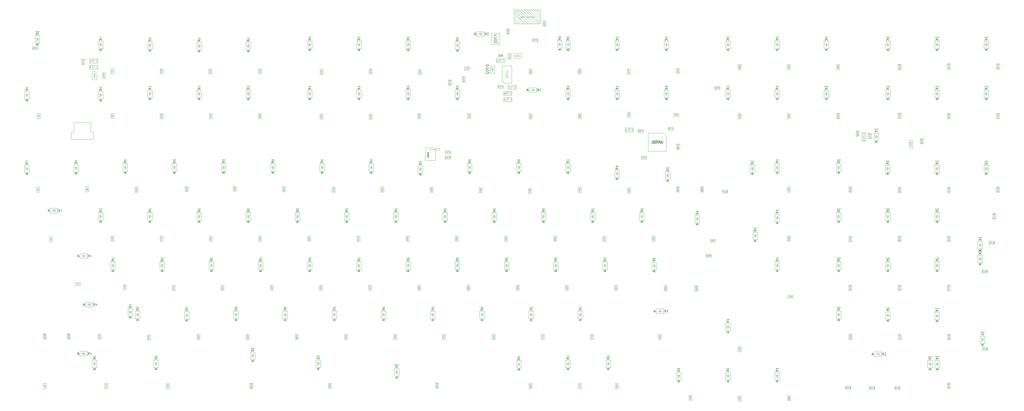
<source format=gbr>
G04 #@! TF.GenerationSoftware,KiCad,Pcbnew,7.0.1*
G04 #@! TF.CreationDate,2023-03-28T01:20:07-04:00*
G04 #@! TF.ProjectId,Boston-keyboard-V08J,426f7374-6f6e-42d6-9b65-79626f617264,rev?*
G04 #@! TF.SameCoordinates,Original*
G04 #@! TF.FileFunction,AssemblyDrawing,Bot*
%FSLAX46Y46*%
G04 Gerber Fmt 4.6, Leading zero omitted, Abs format (unit mm)*
G04 Created by KiCad (PCBNEW 7.0.1) date 2023-03-28 01:20:07*
%MOMM*%
%LPD*%
G01*
G04 APERTURE LIST*
%ADD10C,0.080000*%
%ADD11C,0.150000*%
%ADD12C,0.076200*%
%ADD13C,0.120000*%
%ADD14C,0.100000*%
%ADD15C,0.127000*%
%ADD16C,0.125000*%
%ADD17C,0.060000*%
%ADD18C,0.075000*%
%ADD19C,0.050000*%
G04 APERTURE END LIST*
D10*
X376677618Y-168352559D02*
X376844284Y-168114464D01*
X376963332Y-168352559D02*
X376963332Y-167852559D01*
X376963332Y-167852559D02*
X376772856Y-167852559D01*
X376772856Y-167852559D02*
X376725237Y-167876369D01*
X376725237Y-167876369D02*
X376701427Y-167900178D01*
X376701427Y-167900178D02*
X376677618Y-167947797D01*
X376677618Y-167947797D02*
X376677618Y-168019226D01*
X376677618Y-168019226D02*
X376701427Y-168066845D01*
X376701427Y-168066845D02*
X376725237Y-168090654D01*
X376725237Y-168090654D02*
X376772856Y-168114464D01*
X376772856Y-168114464D02*
X376963332Y-168114464D01*
X376201427Y-168352559D02*
X376487141Y-168352559D01*
X376344284Y-168352559D02*
X376344284Y-167852559D01*
X376344284Y-167852559D02*
X376391903Y-167923988D01*
X376391903Y-167923988D02*
X376439522Y-167971607D01*
X376439522Y-167971607D02*
X376487141Y-167995416D01*
X375891904Y-167852559D02*
X375844285Y-167852559D01*
X375844285Y-167852559D02*
X375796666Y-167876369D01*
X375796666Y-167876369D02*
X375772856Y-167900178D01*
X375772856Y-167900178D02*
X375749047Y-167947797D01*
X375749047Y-167947797D02*
X375725237Y-168043035D01*
X375725237Y-168043035D02*
X375725237Y-168162083D01*
X375725237Y-168162083D02*
X375749047Y-168257321D01*
X375749047Y-168257321D02*
X375772856Y-168304940D01*
X375772856Y-168304940D02*
X375796666Y-168328750D01*
X375796666Y-168328750D02*
X375844285Y-168352559D01*
X375844285Y-168352559D02*
X375891904Y-168352559D01*
X375891904Y-168352559D02*
X375939523Y-168328750D01*
X375939523Y-168328750D02*
X375963332Y-168304940D01*
X375963332Y-168304940D02*
X375987142Y-168257321D01*
X375987142Y-168257321D02*
X376010951Y-168162083D01*
X376010951Y-168162083D02*
X376010951Y-168043035D01*
X376010951Y-168043035D02*
X375987142Y-167947797D01*
X375987142Y-167947797D02*
X375963332Y-167900178D01*
X375963332Y-167900178D02*
X375939523Y-167876369D01*
X375939523Y-167876369D02*
X375891904Y-167852559D01*
X375272857Y-167852559D02*
X375510952Y-167852559D01*
X375510952Y-167852559D02*
X375534761Y-168090654D01*
X375534761Y-168090654D02*
X375510952Y-168066845D01*
X375510952Y-168066845D02*
X375463333Y-168043035D01*
X375463333Y-168043035D02*
X375344285Y-168043035D01*
X375344285Y-168043035D02*
X375296666Y-168066845D01*
X375296666Y-168066845D02*
X375272857Y-168090654D01*
X375272857Y-168090654D02*
X375249047Y-168138273D01*
X375249047Y-168138273D02*
X375249047Y-168257321D01*
X375249047Y-168257321D02*
X375272857Y-168304940D01*
X375272857Y-168304940D02*
X375296666Y-168328750D01*
X375296666Y-168328750D02*
X375344285Y-168352559D01*
X375344285Y-168352559D02*
X375463333Y-168352559D01*
X375463333Y-168352559D02*
X375510952Y-168328750D01*
X375510952Y-168328750D02*
X375534761Y-168304940D01*
X375058571Y-167900178D02*
X375034762Y-167876369D01*
X375034762Y-167876369D02*
X374987143Y-167852559D01*
X374987143Y-167852559D02*
X374868095Y-167852559D01*
X374868095Y-167852559D02*
X374820476Y-167876369D01*
X374820476Y-167876369D02*
X374796667Y-167900178D01*
X374796667Y-167900178D02*
X374772857Y-167947797D01*
X374772857Y-167947797D02*
X374772857Y-167995416D01*
X374772857Y-167995416D02*
X374796667Y-168066845D01*
X374796667Y-168066845D02*
X375082381Y-168352559D01*
X375082381Y-168352559D02*
X374772857Y-168352559D01*
D11*
X125041369Y-99501845D02*
X124041369Y-99501845D01*
X125041369Y-100073273D02*
X124469940Y-99644702D01*
X124041369Y-100073273D02*
X124612797Y-99501845D01*
D12*
X125041392Y-99019007D02*
X125041392Y-98638007D01*
X125041392Y-98638007D02*
X124950678Y-98638007D01*
X124950678Y-98638007D02*
X124896249Y-98656150D01*
X124896249Y-98656150D02*
X124859964Y-98692436D01*
X124859964Y-98692436D02*
X124841821Y-98728722D01*
X124841821Y-98728722D02*
X124823678Y-98801293D01*
X124823678Y-98801293D02*
X124823678Y-98855722D01*
X124823678Y-98855722D02*
X124841821Y-98928293D01*
X124841821Y-98928293D02*
X124859964Y-98964579D01*
X124859964Y-98964579D02*
X124896249Y-99000865D01*
X124896249Y-99000865D02*
X124950678Y-99019007D01*
X124950678Y-99019007D02*
X125041392Y-99019007D01*
X124678535Y-98674293D02*
X124660392Y-98656150D01*
X124660392Y-98656150D02*
X124624107Y-98638007D01*
X124624107Y-98638007D02*
X124533392Y-98638007D01*
X124533392Y-98638007D02*
X124497107Y-98656150D01*
X124497107Y-98656150D02*
X124478964Y-98674293D01*
X124478964Y-98674293D02*
X124460821Y-98710579D01*
X124460821Y-98710579D02*
X124460821Y-98746865D01*
X124460821Y-98746865D02*
X124478964Y-98801293D01*
X124478964Y-98801293D02*
X124696678Y-99019007D01*
X124696678Y-99019007D02*
X124460821Y-99019007D01*
X124134250Y-98765007D02*
X124134250Y-99019007D01*
X124224964Y-98619865D02*
X124315678Y-98892007D01*
X124315678Y-98892007D02*
X124079821Y-98892007D01*
D11*
X124755654Y-103525655D02*
X124755654Y-104001845D01*
X125041369Y-103430417D02*
X124041369Y-103763750D01*
X124041369Y-103763750D02*
X125041369Y-104097083D01*
D10*
X77683333Y-128131309D02*
X77849999Y-127893214D01*
X77969047Y-128131309D02*
X77969047Y-127631309D01*
X77969047Y-127631309D02*
X77778571Y-127631309D01*
X77778571Y-127631309D02*
X77730952Y-127655119D01*
X77730952Y-127655119D02*
X77707142Y-127678928D01*
X77707142Y-127678928D02*
X77683333Y-127726547D01*
X77683333Y-127726547D02*
X77683333Y-127797976D01*
X77683333Y-127797976D02*
X77707142Y-127845595D01*
X77707142Y-127845595D02*
X77730952Y-127869404D01*
X77730952Y-127869404D02*
X77778571Y-127893214D01*
X77778571Y-127893214D02*
X77969047Y-127893214D01*
X77254761Y-127797976D02*
X77254761Y-128131309D01*
X77373809Y-127607500D02*
X77492856Y-127964642D01*
X77492856Y-127964642D02*
X77183333Y-127964642D01*
D13*
X246695237Y-51848904D02*
X246733333Y-51887000D01*
X246733333Y-51887000D02*
X246847618Y-51925095D01*
X246847618Y-51925095D02*
X246923809Y-51925095D01*
X246923809Y-51925095D02*
X247038095Y-51887000D01*
X247038095Y-51887000D02*
X247114285Y-51810809D01*
X247114285Y-51810809D02*
X247152380Y-51734619D01*
X247152380Y-51734619D02*
X247190476Y-51582238D01*
X247190476Y-51582238D02*
X247190476Y-51467952D01*
X247190476Y-51467952D02*
X247152380Y-51315571D01*
X247152380Y-51315571D02*
X247114285Y-51239380D01*
X247114285Y-51239380D02*
X247038095Y-51163190D01*
X247038095Y-51163190D02*
X246923809Y-51125095D01*
X246923809Y-51125095D02*
X246847618Y-51125095D01*
X246847618Y-51125095D02*
X246733333Y-51163190D01*
X246733333Y-51163190D02*
X246695237Y-51201285D01*
X246428571Y-51125095D02*
X245895237Y-51125095D01*
X245895237Y-51125095D02*
X246238095Y-51925095D01*
X245171428Y-51925095D02*
X245628571Y-51925095D01*
X245399999Y-51925095D02*
X245399999Y-51125095D01*
X245399999Y-51125095D02*
X245476190Y-51239380D01*
X245476190Y-51239380D02*
X245552380Y-51315571D01*
X245552380Y-51315571D02*
X245628571Y-51353666D01*
X244409523Y-51925095D02*
X244866666Y-51925095D01*
X244638094Y-51925095D02*
X244638094Y-51125095D01*
X244638094Y-51125095D02*
X244714285Y-51239380D01*
X244714285Y-51239380D02*
X244790475Y-51315571D01*
X244790475Y-51315571D02*
X244866666Y-51353666D01*
D10*
X148384434Y-110014821D02*
X148146339Y-109848155D01*
X148384434Y-109729107D02*
X147884434Y-109729107D01*
X147884434Y-109729107D02*
X147884434Y-109919583D01*
X147884434Y-109919583D02*
X147908244Y-109967202D01*
X147908244Y-109967202D02*
X147932053Y-109991012D01*
X147932053Y-109991012D02*
X147979672Y-110014821D01*
X147979672Y-110014821D02*
X148051101Y-110014821D01*
X148051101Y-110014821D02*
X148098720Y-109991012D01*
X148098720Y-109991012D02*
X148122529Y-109967202D01*
X148122529Y-109967202D02*
X148146339Y-109919583D01*
X148146339Y-109919583D02*
X148146339Y-109729107D01*
X147884434Y-110181488D02*
X147884434Y-110491012D01*
X147884434Y-110491012D02*
X148074910Y-110324345D01*
X148074910Y-110324345D02*
X148074910Y-110395774D01*
X148074910Y-110395774D02*
X148098720Y-110443393D01*
X148098720Y-110443393D02*
X148122529Y-110467202D01*
X148122529Y-110467202D02*
X148170148Y-110491012D01*
X148170148Y-110491012D02*
X148289196Y-110491012D01*
X148289196Y-110491012D02*
X148336815Y-110467202D01*
X148336815Y-110467202D02*
X148360625Y-110443393D01*
X148360625Y-110443393D02*
X148384434Y-110395774D01*
X148384434Y-110395774D02*
X148384434Y-110252917D01*
X148384434Y-110252917D02*
X148360625Y-110205298D01*
X148360625Y-110205298D02*
X148336815Y-110181488D01*
X147884434Y-110800535D02*
X147884434Y-110848154D01*
X147884434Y-110848154D02*
X147908244Y-110895773D01*
X147908244Y-110895773D02*
X147932053Y-110919583D01*
X147932053Y-110919583D02*
X147979672Y-110943392D01*
X147979672Y-110943392D02*
X148074910Y-110967202D01*
X148074910Y-110967202D02*
X148193958Y-110967202D01*
X148193958Y-110967202D02*
X148289196Y-110943392D01*
X148289196Y-110943392D02*
X148336815Y-110919583D01*
X148336815Y-110919583D02*
X148360625Y-110895773D01*
X148360625Y-110895773D02*
X148384434Y-110848154D01*
X148384434Y-110848154D02*
X148384434Y-110800535D01*
X148384434Y-110800535D02*
X148360625Y-110752916D01*
X148360625Y-110752916D02*
X148336815Y-110729107D01*
X148336815Y-110729107D02*
X148289196Y-110705297D01*
X148289196Y-110705297D02*
X148193958Y-110681488D01*
X148193958Y-110681488D02*
X148074910Y-110681488D01*
X148074910Y-110681488D02*
X147979672Y-110705297D01*
X147979672Y-110705297D02*
X147932053Y-110729107D01*
X147932053Y-110729107D02*
X147908244Y-110752916D01*
X147908244Y-110752916D02*
X147884434Y-110800535D01*
D13*
X242107737Y-41518904D02*
X242145833Y-41557000D01*
X242145833Y-41557000D02*
X242260118Y-41595095D01*
X242260118Y-41595095D02*
X242336309Y-41595095D01*
X242336309Y-41595095D02*
X242450595Y-41557000D01*
X242450595Y-41557000D02*
X242526785Y-41480809D01*
X242526785Y-41480809D02*
X242564880Y-41404619D01*
X242564880Y-41404619D02*
X242602976Y-41252238D01*
X242602976Y-41252238D02*
X242602976Y-41137952D01*
X242602976Y-41137952D02*
X242564880Y-40985571D01*
X242564880Y-40985571D02*
X242526785Y-40909380D01*
X242526785Y-40909380D02*
X242450595Y-40833190D01*
X242450595Y-40833190D02*
X242336309Y-40795095D01*
X242336309Y-40795095D02*
X242260118Y-40795095D01*
X242260118Y-40795095D02*
X242145833Y-40833190D01*
X242145833Y-40833190D02*
X242107737Y-40871285D01*
X241841071Y-40795095D02*
X241307737Y-40795095D01*
X241307737Y-40795095D02*
X241650595Y-41595095D01*
X240850594Y-40795095D02*
X240774404Y-40795095D01*
X240774404Y-40795095D02*
X240698213Y-40833190D01*
X240698213Y-40833190D02*
X240660118Y-40871285D01*
X240660118Y-40871285D02*
X240622023Y-40947476D01*
X240622023Y-40947476D02*
X240583928Y-41099857D01*
X240583928Y-41099857D02*
X240583928Y-41290333D01*
X240583928Y-41290333D02*
X240622023Y-41442714D01*
X240622023Y-41442714D02*
X240660118Y-41518904D01*
X240660118Y-41518904D02*
X240698213Y-41557000D01*
X240698213Y-41557000D02*
X240774404Y-41595095D01*
X240774404Y-41595095D02*
X240850594Y-41595095D01*
X240850594Y-41595095D02*
X240926785Y-41557000D01*
X240926785Y-41557000D02*
X240964880Y-41518904D01*
X240964880Y-41518904D02*
X241002975Y-41442714D01*
X241002975Y-41442714D02*
X241041071Y-41290333D01*
X241041071Y-41290333D02*
X241041071Y-41099857D01*
X241041071Y-41099857D02*
X241002975Y-40947476D01*
X241002975Y-40947476D02*
X240964880Y-40871285D01*
X240964880Y-40871285D02*
X240926785Y-40833190D01*
X240926785Y-40833190D02*
X240850594Y-40795095D01*
X239822023Y-41595095D02*
X240279166Y-41595095D01*
X240050594Y-41595095D02*
X240050594Y-40795095D01*
X240050594Y-40795095D02*
X240126785Y-40909380D01*
X240126785Y-40909380D02*
X240202975Y-40985571D01*
X240202975Y-40985571D02*
X240279166Y-41023666D01*
D12*
X239341392Y-99019007D02*
X239341392Y-98638007D01*
X239341392Y-98638007D02*
X239250678Y-98638007D01*
X239250678Y-98638007D02*
X239196249Y-98656150D01*
X239196249Y-98656150D02*
X239159964Y-98692436D01*
X239159964Y-98692436D02*
X239141821Y-98728722D01*
X239141821Y-98728722D02*
X239123678Y-98801293D01*
X239123678Y-98801293D02*
X239123678Y-98855722D01*
X239123678Y-98855722D02*
X239141821Y-98928293D01*
X239141821Y-98928293D02*
X239159964Y-98964579D01*
X239159964Y-98964579D02*
X239196249Y-99000865D01*
X239196249Y-99000865D02*
X239250678Y-99019007D01*
X239250678Y-99019007D02*
X239341392Y-99019007D01*
X238797107Y-98638007D02*
X238869678Y-98638007D01*
X238869678Y-98638007D02*
X238905964Y-98656150D01*
X238905964Y-98656150D02*
X238924107Y-98674293D01*
X238924107Y-98674293D02*
X238960392Y-98728722D01*
X238960392Y-98728722D02*
X238978535Y-98801293D01*
X238978535Y-98801293D02*
X238978535Y-98946436D01*
X238978535Y-98946436D02*
X238960392Y-98982722D01*
X238960392Y-98982722D02*
X238942249Y-99000865D01*
X238942249Y-99000865D02*
X238905964Y-99019007D01*
X238905964Y-99019007D02*
X238833392Y-99019007D01*
X238833392Y-99019007D02*
X238797107Y-99000865D01*
X238797107Y-99000865D02*
X238778964Y-98982722D01*
X238778964Y-98982722D02*
X238760821Y-98946436D01*
X238760821Y-98946436D02*
X238760821Y-98855722D01*
X238760821Y-98855722D02*
X238778964Y-98819436D01*
X238778964Y-98819436D02*
X238797107Y-98801293D01*
X238797107Y-98801293D02*
X238833392Y-98783150D01*
X238833392Y-98783150D02*
X238905964Y-98783150D01*
X238905964Y-98783150D02*
X238942249Y-98801293D01*
X238942249Y-98801293D02*
X238960392Y-98819436D01*
X238960392Y-98819436D02*
X238978535Y-98855722D01*
X238397964Y-99019007D02*
X238615678Y-99019007D01*
X238506821Y-99019007D02*
X238506821Y-98638007D01*
X238506821Y-98638007D02*
X238543107Y-98692436D01*
X238543107Y-98692436D02*
X238579392Y-98728722D01*
X238579392Y-98728722D02*
X238615678Y-98746865D01*
D11*
X239055654Y-103525655D02*
X239055654Y-104001845D01*
X239341369Y-103430417D02*
X238341369Y-103763750D01*
X238341369Y-103763750D02*
X239341369Y-104097083D01*
X239341369Y-99501845D02*
X238341369Y-99501845D01*
X239341369Y-100073273D02*
X238769940Y-99644702D01*
X238341369Y-100073273D02*
X238912797Y-99501845D01*
D10*
X258481309Y-26265476D02*
X258481309Y-26027381D01*
X258481309Y-26027381D02*
X257981309Y-26027381D01*
X257981309Y-26384524D02*
X257981309Y-26717857D01*
X257981309Y-26717857D02*
X258481309Y-26503572D01*
X257981309Y-27003571D02*
X257981309Y-27051190D01*
X257981309Y-27051190D02*
X258005119Y-27098809D01*
X258005119Y-27098809D02*
X258028928Y-27122619D01*
X258028928Y-27122619D02*
X258076547Y-27146428D01*
X258076547Y-27146428D02*
X258171785Y-27170238D01*
X258171785Y-27170238D02*
X258290833Y-27170238D01*
X258290833Y-27170238D02*
X258386071Y-27146428D01*
X258386071Y-27146428D02*
X258433690Y-27122619D01*
X258433690Y-27122619D02*
X258457500Y-27098809D01*
X258457500Y-27098809D02*
X258481309Y-27051190D01*
X258481309Y-27051190D02*
X258481309Y-27003571D01*
X258481309Y-27003571D02*
X258457500Y-26955952D01*
X258457500Y-26955952D02*
X258433690Y-26932143D01*
X258433690Y-26932143D02*
X258386071Y-26908333D01*
X258386071Y-26908333D02*
X258290833Y-26884524D01*
X258290833Y-26884524D02*
X258171785Y-26884524D01*
X258171785Y-26884524D02*
X258076547Y-26908333D01*
X258076547Y-26908333D02*
X258028928Y-26932143D01*
X258028928Y-26932143D02*
X258005119Y-26955952D01*
X258005119Y-26955952D02*
X257981309Y-27003571D01*
X258028928Y-27360714D02*
X258005119Y-27384523D01*
X258005119Y-27384523D02*
X257981309Y-27432142D01*
X257981309Y-27432142D02*
X257981309Y-27551190D01*
X257981309Y-27551190D02*
X258005119Y-27598809D01*
X258005119Y-27598809D02*
X258028928Y-27622618D01*
X258028928Y-27622618D02*
X258076547Y-27646428D01*
X258076547Y-27646428D02*
X258124166Y-27646428D01*
X258124166Y-27646428D02*
X258195595Y-27622618D01*
X258195595Y-27622618D02*
X258481309Y-27336904D01*
X258481309Y-27336904D02*
X258481309Y-27646428D01*
X241859523Y-51558690D02*
X241883332Y-51582500D01*
X241883332Y-51582500D02*
X241954761Y-51606309D01*
X241954761Y-51606309D02*
X242002380Y-51606309D01*
X242002380Y-51606309D02*
X242073808Y-51582500D01*
X242073808Y-51582500D02*
X242121427Y-51534880D01*
X242121427Y-51534880D02*
X242145237Y-51487261D01*
X242145237Y-51487261D02*
X242169046Y-51392023D01*
X242169046Y-51392023D02*
X242169046Y-51320595D01*
X242169046Y-51320595D02*
X242145237Y-51225357D01*
X242145237Y-51225357D02*
X242121427Y-51177738D01*
X242121427Y-51177738D02*
X242073808Y-51130119D01*
X242073808Y-51130119D02*
X242002380Y-51106309D01*
X242002380Y-51106309D02*
X241954761Y-51106309D01*
X241954761Y-51106309D02*
X241883332Y-51130119D01*
X241883332Y-51130119D02*
X241859523Y-51153928D01*
X241692856Y-51106309D02*
X241359523Y-51106309D01*
X241359523Y-51106309D02*
X241573808Y-51606309D01*
X241073809Y-51106309D02*
X241026190Y-51106309D01*
X241026190Y-51106309D02*
X240978571Y-51130119D01*
X240978571Y-51130119D02*
X240954761Y-51153928D01*
X240954761Y-51153928D02*
X240930952Y-51201547D01*
X240930952Y-51201547D02*
X240907142Y-51296785D01*
X240907142Y-51296785D02*
X240907142Y-51415833D01*
X240907142Y-51415833D02*
X240930952Y-51511071D01*
X240930952Y-51511071D02*
X240954761Y-51558690D01*
X240954761Y-51558690D02*
X240978571Y-51582500D01*
X240978571Y-51582500D02*
X241026190Y-51606309D01*
X241026190Y-51606309D02*
X241073809Y-51606309D01*
X241073809Y-51606309D02*
X241121428Y-51582500D01*
X241121428Y-51582500D02*
X241145237Y-51558690D01*
X241145237Y-51558690D02*
X241169047Y-51511071D01*
X241169047Y-51511071D02*
X241192856Y-51415833D01*
X241192856Y-51415833D02*
X241192856Y-51296785D01*
X241192856Y-51296785D02*
X241169047Y-51201547D01*
X241169047Y-51201547D02*
X241145237Y-51153928D01*
X241145237Y-51153928D02*
X241121428Y-51130119D01*
X241121428Y-51130119D02*
X241073809Y-51106309D01*
X240740476Y-51106309D02*
X240430952Y-51106309D01*
X240430952Y-51106309D02*
X240597619Y-51296785D01*
X240597619Y-51296785D02*
X240526190Y-51296785D01*
X240526190Y-51296785D02*
X240478571Y-51320595D01*
X240478571Y-51320595D02*
X240454762Y-51344404D01*
X240454762Y-51344404D02*
X240430952Y-51392023D01*
X240430952Y-51392023D02*
X240430952Y-51511071D01*
X240430952Y-51511071D02*
X240454762Y-51558690D01*
X240454762Y-51558690D02*
X240478571Y-51582500D01*
X240478571Y-51582500D02*
X240526190Y-51606309D01*
X240526190Y-51606309D02*
X240669047Y-51606309D01*
X240669047Y-51606309D02*
X240716666Y-51582500D01*
X240716666Y-51582500D02*
X240740476Y-51558690D01*
D11*
X252038094Y-52776904D02*
X251561904Y-52776904D01*
X252133332Y-53062619D02*
X251799999Y-52062619D01*
X251799999Y-52062619D02*
X251466666Y-53062619D01*
X256061904Y-53062619D02*
X256061904Y-52062619D01*
X255490476Y-53062619D02*
X255919047Y-52491190D01*
X255490476Y-52062619D02*
X256061904Y-52634047D01*
D12*
X256897257Y-52137357D02*
X256516257Y-52137357D01*
X256516257Y-52137357D02*
X256516257Y-52228071D01*
X256516257Y-52228071D02*
X256534400Y-52282500D01*
X256534400Y-52282500D02*
X256570686Y-52318785D01*
X256570686Y-52318785D02*
X256606972Y-52336928D01*
X256606972Y-52336928D02*
X256679543Y-52355071D01*
X256679543Y-52355071D02*
X256733972Y-52355071D01*
X256733972Y-52355071D02*
X256806543Y-52336928D01*
X256806543Y-52336928D02*
X256842829Y-52318785D01*
X256842829Y-52318785D02*
X256879115Y-52282500D01*
X256879115Y-52282500D02*
X256897257Y-52228071D01*
X256897257Y-52228071D02*
X256897257Y-52137357D01*
X256516257Y-52699785D02*
X256516257Y-52518357D01*
X256516257Y-52518357D02*
X256697686Y-52500214D01*
X256697686Y-52500214D02*
X256679543Y-52518357D01*
X256679543Y-52518357D02*
X256661400Y-52554643D01*
X256661400Y-52554643D02*
X256661400Y-52645357D01*
X256661400Y-52645357D02*
X256679543Y-52681643D01*
X256679543Y-52681643D02*
X256697686Y-52699785D01*
X256697686Y-52699785D02*
X256733972Y-52717928D01*
X256733972Y-52717928D02*
X256824686Y-52717928D01*
X256824686Y-52717928D02*
X256860972Y-52699785D01*
X256860972Y-52699785D02*
X256879115Y-52681643D01*
X256879115Y-52681643D02*
X256897257Y-52645357D01*
X256897257Y-52645357D02*
X256897257Y-52554643D01*
X256897257Y-52554643D02*
X256879115Y-52518357D01*
X256879115Y-52518357D02*
X256860972Y-52500214D01*
X256897257Y-52899357D02*
X256897257Y-52971928D01*
X256897257Y-52971928D02*
X256879115Y-53008214D01*
X256879115Y-53008214D02*
X256860972Y-53026357D01*
X256860972Y-53026357D02*
X256806543Y-53062642D01*
X256806543Y-53062642D02*
X256733972Y-53080785D01*
X256733972Y-53080785D02*
X256588829Y-53080785D01*
X256588829Y-53080785D02*
X256552543Y-53062642D01*
X256552543Y-53062642D02*
X256534400Y-53044500D01*
X256534400Y-53044500D02*
X256516257Y-53008214D01*
X256516257Y-53008214D02*
X256516257Y-52935642D01*
X256516257Y-52935642D02*
X256534400Y-52899357D01*
X256534400Y-52899357D02*
X256552543Y-52881214D01*
X256552543Y-52881214D02*
X256588829Y-52863071D01*
X256588829Y-52863071D02*
X256679543Y-52863071D01*
X256679543Y-52863071D02*
X256715829Y-52881214D01*
X256715829Y-52881214D02*
X256733972Y-52899357D01*
X256733972Y-52899357D02*
X256752115Y-52935642D01*
X256752115Y-52935642D02*
X256752115Y-53008214D01*
X256752115Y-53008214D02*
X256733972Y-53044500D01*
X256733972Y-53044500D02*
X256715829Y-53062642D01*
X256715829Y-53062642D02*
X256679543Y-53080785D01*
D10*
X221489523Y-79031309D02*
X221656189Y-78793214D01*
X221775237Y-79031309D02*
X221775237Y-78531309D01*
X221775237Y-78531309D02*
X221584761Y-78531309D01*
X221584761Y-78531309D02*
X221537142Y-78555119D01*
X221537142Y-78555119D02*
X221513332Y-78578928D01*
X221513332Y-78578928D02*
X221489523Y-78626547D01*
X221489523Y-78626547D02*
X221489523Y-78697976D01*
X221489523Y-78697976D02*
X221513332Y-78745595D01*
X221513332Y-78745595D02*
X221537142Y-78769404D01*
X221537142Y-78769404D02*
X221584761Y-78793214D01*
X221584761Y-78793214D02*
X221775237Y-78793214D01*
X221322856Y-78531309D02*
X220989523Y-78531309D01*
X220989523Y-78531309D02*
X221203808Y-79031309D01*
X220703809Y-78531309D02*
X220656190Y-78531309D01*
X220656190Y-78531309D02*
X220608571Y-78555119D01*
X220608571Y-78555119D02*
X220584761Y-78578928D01*
X220584761Y-78578928D02*
X220560952Y-78626547D01*
X220560952Y-78626547D02*
X220537142Y-78721785D01*
X220537142Y-78721785D02*
X220537142Y-78840833D01*
X220537142Y-78840833D02*
X220560952Y-78936071D01*
X220560952Y-78936071D02*
X220584761Y-78983690D01*
X220584761Y-78983690D02*
X220608571Y-79007500D01*
X220608571Y-79007500D02*
X220656190Y-79031309D01*
X220656190Y-79031309D02*
X220703809Y-79031309D01*
X220703809Y-79031309D02*
X220751428Y-79007500D01*
X220751428Y-79007500D02*
X220775237Y-78983690D01*
X220775237Y-78983690D02*
X220799047Y-78936071D01*
X220799047Y-78936071D02*
X220822856Y-78840833D01*
X220822856Y-78840833D02*
X220822856Y-78721785D01*
X220822856Y-78721785D02*
X220799047Y-78626547D01*
X220799047Y-78626547D02*
X220775237Y-78578928D01*
X220775237Y-78578928D02*
X220751428Y-78555119D01*
X220751428Y-78555119D02*
X220703809Y-78531309D01*
X220108571Y-78531309D02*
X220203809Y-78531309D01*
X220203809Y-78531309D02*
X220251428Y-78555119D01*
X220251428Y-78555119D02*
X220275238Y-78578928D01*
X220275238Y-78578928D02*
X220322857Y-78650357D01*
X220322857Y-78650357D02*
X220346666Y-78745595D01*
X220346666Y-78745595D02*
X220346666Y-78936071D01*
X220346666Y-78936071D02*
X220322857Y-78983690D01*
X220322857Y-78983690D02*
X220299047Y-79007500D01*
X220299047Y-79007500D02*
X220251428Y-79031309D01*
X220251428Y-79031309D02*
X220156190Y-79031309D01*
X220156190Y-79031309D02*
X220108571Y-79007500D01*
X220108571Y-79007500D02*
X220084762Y-78983690D01*
X220084762Y-78983690D02*
X220060952Y-78936071D01*
X220060952Y-78936071D02*
X220060952Y-78817023D01*
X220060952Y-78817023D02*
X220084762Y-78769404D01*
X220084762Y-78769404D02*
X220108571Y-78745595D01*
X220108571Y-78745595D02*
X220156190Y-78721785D01*
X220156190Y-78721785D02*
X220251428Y-78721785D01*
X220251428Y-78721785D02*
X220299047Y-78745595D01*
X220299047Y-78745595D02*
X220322857Y-78769404D01*
X220322857Y-78769404D02*
X220346666Y-78817023D01*
D11*
X98371369Y-136649345D02*
X97371369Y-136649345D01*
X98371369Y-137220773D02*
X97799940Y-136792202D01*
X97371369Y-137220773D02*
X97942797Y-136649345D01*
X98085654Y-140673155D02*
X98085654Y-141149345D01*
X98371369Y-140577917D02*
X97371369Y-140911250D01*
X97371369Y-140911250D02*
X98371369Y-141244583D01*
D12*
X98371392Y-136166507D02*
X98371392Y-135785507D01*
X98371392Y-135785507D02*
X98280678Y-135785507D01*
X98280678Y-135785507D02*
X98226249Y-135803650D01*
X98226249Y-135803650D02*
X98189964Y-135839936D01*
X98189964Y-135839936D02*
X98171821Y-135876222D01*
X98171821Y-135876222D02*
X98153678Y-135948793D01*
X98153678Y-135948793D02*
X98153678Y-136003222D01*
X98153678Y-136003222D02*
X98171821Y-136075793D01*
X98171821Y-136075793D02*
X98189964Y-136112079D01*
X98189964Y-136112079D02*
X98226249Y-136148365D01*
X98226249Y-136148365D02*
X98280678Y-136166507D01*
X98280678Y-136166507D02*
X98371392Y-136166507D01*
X97790821Y-136166507D02*
X98008535Y-136166507D01*
X97899678Y-136166507D02*
X97899678Y-135785507D01*
X97899678Y-135785507D02*
X97935964Y-135839936D01*
X97935964Y-135839936D02*
X97972249Y-135876222D01*
X97972249Y-135876222D02*
X98008535Y-135894365D01*
X97645678Y-135821793D02*
X97627535Y-135803650D01*
X97627535Y-135803650D02*
X97591250Y-135785507D01*
X97591250Y-135785507D02*
X97500535Y-135785507D01*
X97500535Y-135785507D02*
X97464250Y-135803650D01*
X97464250Y-135803650D02*
X97446107Y-135821793D01*
X97446107Y-135821793D02*
X97427964Y-135858079D01*
X97427964Y-135858079D02*
X97427964Y-135894365D01*
X97427964Y-135894365D02*
X97446107Y-135948793D01*
X97446107Y-135948793D02*
X97663821Y-136166507D01*
X97663821Y-136166507D02*
X97427964Y-136166507D01*
D10*
X262684434Y-110014821D02*
X262446339Y-109848155D01*
X262684434Y-109729107D02*
X262184434Y-109729107D01*
X262184434Y-109729107D02*
X262184434Y-109919583D01*
X262184434Y-109919583D02*
X262208244Y-109967202D01*
X262208244Y-109967202D02*
X262232053Y-109991012D01*
X262232053Y-109991012D02*
X262279672Y-110014821D01*
X262279672Y-110014821D02*
X262351101Y-110014821D01*
X262351101Y-110014821D02*
X262398720Y-109991012D01*
X262398720Y-109991012D02*
X262422529Y-109967202D01*
X262422529Y-109967202D02*
X262446339Y-109919583D01*
X262446339Y-109919583D02*
X262446339Y-109729107D01*
X262184434Y-110443393D02*
X262184434Y-110348155D01*
X262184434Y-110348155D02*
X262208244Y-110300536D01*
X262208244Y-110300536D02*
X262232053Y-110276726D01*
X262232053Y-110276726D02*
X262303482Y-110229107D01*
X262303482Y-110229107D02*
X262398720Y-110205298D01*
X262398720Y-110205298D02*
X262589196Y-110205298D01*
X262589196Y-110205298D02*
X262636815Y-110229107D01*
X262636815Y-110229107D02*
X262660625Y-110252917D01*
X262660625Y-110252917D02*
X262684434Y-110300536D01*
X262684434Y-110300536D02*
X262684434Y-110395774D01*
X262684434Y-110395774D02*
X262660625Y-110443393D01*
X262660625Y-110443393D02*
X262636815Y-110467202D01*
X262636815Y-110467202D02*
X262589196Y-110491012D01*
X262589196Y-110491012D02*
X262470148Y-110491012D01*
X262470148Y-110491012D02*
X262422529Y-110467202D01*
X262422529Y-110467202D02*
X262398720Y-110443393D01*
X262398720Y-110443393D02*
X262374910Y-110395774D01*
X262374910Y-110395774D02*
X262374910Y-110300536D01*
X262374910Y-110300536D02*
X262398720Y-110252917D01*
X262398720Y-110252917D02*
X262422529Y-110229107D01*
X262422529Y-110229107D02*
X262470148Y-110205298D01*
X262398720Y-110776726D02*
X262374910Y-110729107D01*
X262374910Y-110729107D02*
X262351101Y-110705297D01*
X262351101Y-110705297D02*
X262303482Y-110681488D01*
X262303482Y-110681488D02*
X262279672Y-110681488D01*
X262279672Y-110681488D02*
X262232053Y-110705297D01*
X262232053Y-110705297D02*
X262208244Y-110729107D01*
X262208244Y-110729107D02*
X262184434Y-110776726D01*
X262184434Y-110776726D02*
X262184434Y-110871964D01*
X262184434Y-110871964D02*
X262208244Y-110919583D01*
X262208244Y-110919583D02*
X262232053Y-110943392D01*
X262232053Y-110943392D02*
X262279672Y-110967202D01*
X262279672Y-110967202D02*
X262303482Y-110967202D01*
X262303482Y-110967202D02*
X262351101Y-110943392D01*
X262351101Y-110943392D02*
X262374910Y-110919583D01*
X262374910Y-110919583D02*
X262398720Y-110871964D01*
X262398720Y-110871964D02*
X262398720Y-110776726D01*
X262398720Y-110776726D02*
X262422529Y-110729107D01*
X262422529Y-110729107D02*
X262446339Y-110705297D01*
X262446339Y-110705297D02*
X262493958Y-110681488D01*
X262493958Y-110681488D02*
X262589196Y-110681488D01*
X262589196Y-110681488D02*
X262636815Y-110705297D01*
X262636815Y-110705297D02*
X262660625Y-110729107D01*
X262660625Y-110729107D02*
X262684434Y-110776726D01*
X262684434Y-110776726D02*
X262684434Y-110871964D01*
X262684434Y-110871964D02*
X262660625Y-110919583D01*
X262660625Y-110919583D02*
X262636815Y-110943392D01*
X262636815Y-110943392D02*
X262589196Y-110967202D01*
X262589196Y-110967202D02*
X262493958Y-110967202D01*
X262493958Y-110967202D02*
X262446339Y-110943392D01*
X262446339Y-110943392D02*
X262422529Y-110919583D01*
X262422529Y-110919583D02*
X262398720Y-110871964D01*
D11*
X286966369Y-51876845D02*
X285966369Y-51876845D01*
X286966369Y-52448273D02*
X286394940Y-52019702D01*
X285966369Y-52448273D02*
X286537797Y-51876845D01*
D12*
X286966392Y-51394007D02*
X286966392Y-51013007D01*
X286966392Y-51013007D02*
X286875678Y-51013007D01*
X286875678Y-51013007D02*
X286821249Y-51031150D01*
X286821249Y-51031150D02*
X286784964Y-51067436D01*
X286784964Y-51067436D02*
X286766821Y-51103722D01*
X286766821Y-51103722D02*
X286748678Y-51176293D01*
X286748678Y-51176293D02*
X286748678Y-51230722D01*
X286748678Y-51230722D02*
X286766821Y-51303293D01*
X286766821Y-51303293D02*
X286784964Y-51339579D01*
X286784964Y-51339579D02*
X286821249Y-51375865D01*
X286821249Y-51375865D02*
X286875678Y-51394007D01*
X286875678Y-51394007D02*
X286966392Y-51394007D01*
X286621678Y-51013007D02*
X286367678Y-51013007D01*
X286367678Y-51013007D02*
X286530964Y-51394007D01*
X286258821Y-51013007D02*
X286022964Y-51013007D01*
X286022964Y-51013007D02*
X286149964Y-51158150D01*
X286149964Y-51158150D02*
X286095535Y-51158150D01*
X286095535Y-51158150D02*
X286059250Y-51176293D01*
X286059250Y-51176293D02*
X286041107Y-51194436D01*
X286041107Y-51194436D02*
X286022964Y-51230722D01*
X286022964Y-51230722D02*
X286022964Y-51321436D01*
X286022964Y-51321436D02*
X286041107Y-51357722D01*
X286041107Y-51357722D02*
X286059250Y-51375865D01*
X286059250Y-51375865D02*
X286095535Y-51394007D01*
X286095535Y-51394007D02*
X286204392Y-51394007D01*
X286204392Y-51394007D02*
X286240678Y-51375865D01*
X286240678Y-51375865D02*
X286258821Y-51357722D01*
D11*
X286680654Y-55900655D02*
X286680654Y-56376845D01*
X286966369Y-55805417D02*
X285966369Y-56138750D01*
X285966369Y-56138750D02*
X286966369Y-56472083D01*
D10*
X157671309Y-90806071D02*
X157433214Y-90639405D01*
X157671309Y-90520357D02*
X157171309Y-90520357D01*
X157171309Y-90520357D02*
X157171309Y-90710833D01*
X157171309Y-90710833D02*
X157195119Y-90758452D01*
X157195119Y-90758452D02*
X157218928Y-90782262D01*
X157218928Y-90782262D02*
X157266547Y-90806071D01*
X157266547Y-90806071D02*
X157337976Y-90806071D01*
X157337976Y-90806071D02*
X157385595Y-90782262D01*
X157385595Y-90782262D02*
X157409404Y-90758452D01*
X157409404Y-90758452D02*
X157433214Y-90710833D01*
X157433214Y-90710833D02*
X157433214Y-90520357D01*
X157171309Y-90972738D02*
X157171309Y-91282262D01*
X157171309Y-91282262D02*
X157361785Y-91115595D01*
X157361785Y-91115595D02*
X157361785Y-91187024D01*
X157361785Y-91187024D02*
X157385595Y-91234643D01*
X157385595Y-91234643D02*
X157409404Y-91258452D01*
X157409404Y-91258452D02*
X157457023Y-91282262D01*
X157457023Y-91282262D02*
X157576071Y-91282262D01*
X157576071Y-91282262D02*
X157623690Y-91258452D01*
X157623690Y-91258452D02*
X157647500Y-91234643D01*
X157647500Y-91234643D02*
X157671309Y-91187024D01*
X157671309Y-91187024D02*
X157671309Y-91044167D01*
X157671309Y-91044167D02*
X157647500Y-90996548D01*
X157647500Y-90996548D02*
X157623690Y-90972738D01*
X157171309Y-91734642D02*
X157171309Y-91496547D01*
X157171309Y-91496547D02*
X157409404Y-91472738D01*
X157409404Y-91472738D02*
X157385595Y-91496547D01*
X157385595Y-91496547D02*
X157361785Y-91544166D01*
X157361785Y-91544166D02*
X157361785Y-91663214D01*
X157361785Y-91663214D02*
X157385595Y-91710833D01*
X157385595Y-91710833D02*
X157409404Y-91734642D01*
X157409404Y-91734642D02*
X157457023Y-91758452D01*
X157457023Y-91758452D02*
X157576071Y-91758452D01*
X157576071Y-91758452D02*
X157623690Y-91734642D01*
X157623690Y-91734642D02*
X157647500Y-91710833D01*
X157647500Y-91710833D02*
X157671309Y-91663214D01*
X157671309Y-91663214D02*
X157671309Y-91544166D01*
X157671309Y-91544166D02*
X157647500Y-91496547D01*
X157647500Y-91496547D02*
X157623690Y-91472738D01*
X67451309Y-110411666D02*
X67213214Y-110245000D01*
X67451309Y-110125952D02*
X66951309Y-110125952D01*
X66951309Y-110125952D02*
X66951309Y-110316428D01*
X66951309Y-110316428D02*
X66975119Y-110364047D01*
X66975119Y-110364047D02*
X66998928Y-110387857D01*
X66998928Y-110387857D02*
X67046547Y-110411666D01*
X67046547Y-110411666D02*
X67117976Y-110411666D01*
X67117976Y-110411666D02*
X67165595Y-110387857D01*
X67165595Y-110387857D02*
X67189404Y-110364047D01*
X67189404Y-110364047D02*
X67213214Y-110316428D01*
X67213214Y-110316428D02*
X67213214Y-110125952D01*
X66951309Y-110578333D02*
X66951309Y-110887857D01*
X66951309Y-110887857D02*
X67141785Y-110721190D01*
X67141785Y-110721190D02*
X67141785Y-110792619D01*
X67141785Y-110792619D02*
X67165595Y-110840238D01*
X67165595Y-110840238D02*
X67189404Y-110864047D01*
X67189404Y-110864047D02*
X67237023Y-110887857D01*
X67237023Y-110887857D02*
X67356071Y-110887857D01*
X67356071Y-110887857D02*
X67403690Y-110864047D01*
X67403690Y-110864047D02*
X67427500Y-110840238D01*
X67427500Y-110840238D02*
X67451309Y-110792619D01*
X67451309Y-110792619D02*
X67451309Y-110649762D01*
X67451309Y-110649762D02*
X67427500Y-110602143D01*
X67427500Y-110602143D02*
X67403690Y-110578333D01*
X252921309Y-91441071D02*
X252683214Y-91274405D01*
X252921309Y-91155357D02*
X252421309Y-91155357D01*
X252421309Y-91155357D02*
X252421309Y-91345833D01*
X252421309Y-91345833D02*
X252445119Y-91393452D01*
X252445119Y-91393452D02*
X252468928Y-91417262D01*
X252468928Y-91417262D02*
X252516547Y-91441071D01*
X252516547Y-91441071D02*
X252587976Y-91441071D01*
X252587976Y-91441071D02*
X252635595Y-91417262D01*
X252635595Y-91417262D02*
X252659404Y-91393452D01*
X252659404Y-91393452D02*
X252683214Y-91345833D01*
X252683214Y-91345833D02*
X252683214Y-91155357D01*
X252421309Y-91869643D02*
X252421309Y-91774405D01*
X252421309Y-91774405D02*
X252445119Y-91726786D01*
X252445119Y-91726786D02*
X252468928Y-91702976D01*
X252468928Y-91702976D02*
X252540357Y-91655357D01*
X252540357Y-91655357D02*
X252635595Y-91631548D01*
X252635595Y-91631548D02*
X252826071Y-91631548D01*
X252826071Y-91631548D02*
X252873690Y-91655357D01*
X252873690Y-91655357D02*
X252897500Y-91679167D01*
X252897500Y-91679167D02*
X252921309Y-91726786D01*
X252921309Y-91726786D02*
X252921309Y-91822024D01*
X252921309Y-91822024D02*
X252897500Y-91869643D01*
X252897500Y-91869643D02*
X252873690Y-91893452D01*
X252873690Y-91893452D02*
X252826071Y-91917262D01*
X252826071Y-91917262D02*
X252707023Y-91917262D01*
X252707023Y-91917262D02*
X252659404Y-91893452D01*
X252659404Y-91893452D02*
X252635595Y-91869643D01*
X252635595Y-91869643D02*
X252611785Y-91822024D01*
X252611785Y-91822024D02*
X252611785Y-91726786D01*
X252611785Y-91726786D02*
X252635595Y-91679167D01*
X252635595Y-91679167D02*
X252659404Y-91655357D01*
X252659404Y-91655357D02*
X252707023Y-91631548D01*
X252421309Y-92083928D02*
X252421309Y-92417261D01*
X252421309Y-92417261D02*
X252921309Y-92202976D01*
X291206309Y-45153571D02*
X290968214Y-44986905D01*
X291206309Y-44867857D02*
X290706309Y-44867857D01*
X290706309Y-44867857D02*
X290706309Y-45058333D01*
X290706309Y-45058333D02*
X290730119Y-45105952D01*
X290730119Y-45105952D02*
X290753928Y-45129762D01*
X290753928Y-45129762D02*
X290801547Y-45153571D01*
X290801547Y-45153571D02*
X290872976Y-45153571D01*
X290872976Y-45153571D02*
X290920595Y-45129762D01*
X290920595Y-45129762D02*
X290944404Y-45105952D01*
X290944404Y-45105952D02*
X290968214Y-45058333D01*
X290968214Y-45058333D02*
X290968214Y-44867857D01*
X290706309Y-45320238D02*
X290706309Y-45653571D01*
X290706309Y-45653571D02*
X291206309Y-45439286D01*
X290753928Y-45820238D02*
X290730119Y-45844047D01*
X290730119Y-45844047D02*
X290706309Y-45891666D01*
X290706309Y-45891666D02*
X290706309Y-46010714D01*
X290706309Y-46010714D02*
X290730119Y-46058333D01*
X290730119Y-46058333D02*
X290753928Y-46082142D01*
X290753928Y-46082142D02*
X290801547Y-46105952D01*
X290801547Y-46105952D02*
X290849166Y-46105952D01*
X290849166Y-46105952D02*
X290920595Y-46082142D01*
X290920595Y-46082142D02*
X291206309Y-45796428D01*
X291206309Y-45796428D02*
X291206309Y-46105952D01*
X191008809Y-129064821D02*
X190770714Y-128898155D01*
X191008809Y-128779107D02*
X190508809Y-128779107D01*
X190508809Y-128779107D02*
X190508809Y-128969583D01*
X190508809Y-128969583D02*
X190532619Y-129017202D01*
X190532619Y-129017202D02*
X190556428Y-129041012D01*
X190556428Y-129041012D02*
X190604047Y-129064821D01*
X190604047Y-129064821D02*
X190675476Y-129064821D01*
X190675476Y-129064821D02*
X190723095Y-129041012D01*
X190723095Y-129041012D02*
X190746904Y-129017202D01*
X190746904Y-129017202D02*
X190770714Y-128969583D01*
X190770714Y-128969583D02*
X190770714Y-128779107D01*
X190675476Y-129493393D02*
X191008809Y-129493393D01*
X190485000Y-129374345D02*
X190842142Y-129255298D01*
X190842142Y-129255298D02*
X190842142Y-129564821D01*
X190675476Y-129969583D02*
X191008809Y-129969583D01*
X190485000Y-129850535D02*
X190842142Y-129731488D01*
X190842142Y-129731488D02*
X190842142Y-130041011D01*
D12*
X225053892Y-51394007D02*
X225053892Y-51013007D01*
X225053892Y-51013007D02*
X224963178Y-51013007D01*
X224963178Y-51013007D02*
X224908749Y-51031150D01*
X224908749Y-51031150D02*
X224872464Y-51067436D01*
X224872464Y-51067436D02*
X224854321Y-51103722D01*
X224854321Y-51103722D02*
X224836178Y-51176293D01*
X224836178Y-51176293D02*
X224836178Y-51230722D01*
X224836178Y-51230722D02*
X224854321Y-51303293D01*
X224854321Y-51303293D02*
X224872464Y-51339579D01*
X224872464Y-51339579D02*
X224908749Y-51375865D01*
X224908749Y-51375865D02*
X224963178Y-51394007D01*
X224963178Y-51394007D02*
X225053892Y-51394007D01*
X224491464Y-51013007D02*
X224672892Y-51013007D01*
X224672892Y-51013007D02*
X224691035Y-51194436D01*
X224691035Y-51194436D02*
X224672892Y-51176293D01*
X224672892Y-51176293D02*
X224636607Y-51158150D01*
X224636607Y-51158150D02*
X224545892Y-51158150D01*
X224545892Y-51158150D02*
X224509607Y-51176293D01*
X224509607Y-51176293D02*
X224491464Y-51194436D01*
X224491464Y-51194436D02*
X224473321Y-51230722D01*
X224473321Y-51230722D02*
X224473321Y-51321436D01*
X224473321Y-51321436D02*
X224491464Y-51357722D01*
X224491464Y-51357722D02*
X224509607Y-51375865D01*
X224509607Y-51375865D02*
X224545892Y-51394007D01*
X224545892Y-51394007D02*
X224636607Y-51394007D01*
X224636607Y-51394007D02*
X224672892Y-51375865D01*
X224672892Y-51375865D02*
X224691035Y-51357722D01*
X224346321Y-51013007D02*
X224110464Y-51013007D01*
X224110464Y-51013007D02*
X224237464Y-51158150D01*
X224237464Y-51158150D02*
X224183035Y-51158150D01*
X224183035Y-51158150D02*
X224146750Y-51176293D01*
X224146750Y-51176293D02*
X224128607Y-51194436D01*
X224128607Y-51194436D02*
X224110464Y-51230722D01*
X224110464Y-51230722D02*
X224110464Y-51321436D01*
X224110464Y-51321436D02*
X224128607Y-51357722D01*
X224128607Y-51357722D02*
X224146750Y-51375865D01*
X224146750Y-51375865D02*
X224183035Y-51394007D01*
X224183035Y-51394007D02*
X224291892Y-51394007D01*
X224291892Y-51394007D02*
X224328178Y-51375865D01*
X224328178Y-51375865D02*
X224346321Y-51357722D01*
D11*
X225053869Y-51876845D02*
X224053869Y-51876845D01*
X225053869Y-52448273D02*
X224482440Y-52019702D01*
X224053869Y-52448273D02*
X224625297Y-51876845D01*
X224768154Y-55900655D02*
X224768154Y-56376845D01*
X225053869Y-55805417D02*
X224053869Y-56138750D01*
X224053869Y-56138750D02*
X225053869Y-56472083D01*
D10*
X253156309Y-45103571D02*
X252918214Y-44936905D01*
X253156309Y-44817857D02*
X252656309Y-44817857D01*
X252656309Y-44817857D02*
X252656309Y-45008333D01*
X252656309Y-45008333D02*
X252680119Y-45055952D01*
X252680119Y-45055952D02*
X252703928Y-45079762D01*
X252703928Y-45079762D02*
X252751547Y-45103571D01*
X252751547Y-45103571D02*
X252822976Y-45103571D01*
X252822976Y-45103571D02*
X252870595Y-45079762D01*
X252870595Y-45079762D02*
X252894404Y-45055952D01*
X252894404Y-45055952D02*
X252918214Y-45008333D01*
X252918214Y-45008333D02*
X252918214Y-44817857D01*
X252656309Y-45555952D02*
X252656309Y-45317857D01*
X252656309Y-45317857D02*
X252894404Y-45294048D01*
X252894404Y-45294048D02*
X252870595Y-45317857D01*
X252870595Y-45317857D02*
X252846785Y-45365476D01*
X252846785Y-45365476D02*
X252846785Y-45484524D01*
X252846785Y-45484524D02*
X252870595Y-45532143D01*
X252870595Y-45532143D02*
X252894404Y-45555952D01*
X252894404Y-45555952D02*
X252942023Y-45579762D01*
X252942023Y-45579762D02*
X253061071Y-45579762D01*
X253061071Y-45579762D02*
X253108690Y-45555952D01*
X253108690Y-45555952D02*
X253132500Y-45532143D01*
X253132500Y-45532143D02*
X253156309Y-45484524D01*
X253156309Y-45484524D02*
X253156309Y-45365476D01*
X253156309Y-45365476D02*
X253132500Y-45317857D01*
X253132500Y-45317857D02*
X253108690Y-45294048D01*
X252870595Y-45865476D02*
X252846785Y-45817857D01*
X252846785Y-45817857D02*
X252822976Y-45794047D01*
X252822976Y-45794047D02*
X252775357Y-45770238D01*
X252775357Y-45770238D02*
X252751547Y-45770238D01*
X252751547Y-45770238D02*
X252703928Y-45794047D01*
X252703928Y-45794047D02*
X252680119Y-45817857D01*
X252680119Y-45817857D02*
X252656309Y-45865476D01*
X252656309Y-45865476D02*
X252656309Y-45960714D01*
X252656309Y-45960714D02*
X252680119Y-46008333D01*
X252680119Y-46008333D02*
X252703928Y-46032142D01*
X252703928Y-46032142D02*
X252751547Y-46055952D01*
X252751547Y-46055952D02*
X252775357Y-46055952D01*
X252775357Y-46055952D02*
X252822976Y-46032142D01*
X252822976Y-46032142D02*
X252846785Y-46008333D01*
X252846785Y-46008333D02*
X252870595Y-45960714D01*
X252870595Y-45960714D02*
X252870595Y-45865476D01*
X252870595Y-45865476D02*
X252894404Y-45817857D01*
X252894404Y-45817857D02*
X252918214Y-45794047D01*
X252918214Y-45794047D02*
X252965833Y-45770238D01*
X252965833Y-45770238D02*
X253061071Y-45770238D01*
X253061071Y-45770238D02*
X253108690Y-45794047D01*
X253108690Y-45794047D02*
X253132500Y-45817857D01*
X253132500Y-45817857D02*
X253156309Y-45865476D01*
X253156309Y-45865476D02*
X253156309Y-45960714D01*
X253156309Y-45960714D02*
X253132500Y-46008333D01*
X253132500Y-46008333D02*
X253108690Y-46032142D01*
X253108690Y-46032142D02*
X253061071Y-46055952D01*
X253061071Y-46055952D02*
X252965833Y-46055952D01*
X252965833Y-46055952D02*
X252918214Y-46032142D01*
X252918214Y-46032142D02*
X252894404Y-46008333D01*
X252894404Y-46008333D02*
X252870595Y-45960714D01*
X276971934Y-148114821D02*
X276733839Y-147948155D01*
X276971934Y-147829107D02*
X276471934Y-147829107D01*
X276471934Y-147829107D02*
X276471934Y-148019583D01*
X276471934Y-148019583D02*
X276495744Y-148067202D01*
X276495744Y-148067202D02*
X276519553Y-148091012D01*
X276519553Y-148091012D02*
X276567172Y-148114821D01*
X276567172Y-148114821D02*
X276638601Y-148114821D01*
X276638601Y-148114821D02*
X276686220Y-148091012D01*
X276686220Y-148091012D02*
X276710029Y-148067202D01*
X276710029Y-148067202D02*
X276733839Y-148019583D01*
X276733839Y-148019583D02*
X276733839Y-147829107D01*
X276471934Y-148281488D02*
X276471934Y-148614821D01*
X276471934Y-148614821D02*
X276971934Y-148400536D01*
X276471934Y-148757678D02*
X276471934Y-149091011D01*
X276471934Y-149091011D02*
X276971934Y-148876726D01*
D13*
X243370095Y-45253571D02*
X244017714Y-45253571D01*
X244017714Y-45253571D02*
X244093904Y-45291666D01*
X244093904Y-45291666D02*
X244132000Y-45329761D01*
X244132000Y-45329761D02*
X244170095Y-45405952D01*
X244170095Y-45405952D02*
X244170095Y-45558333D01*
X244170095Y-45558333D02*
X244132000Y-45634523D01*
X244132000Y-45634523D02*
X244093904Y-45672618D01*
X244093904Y-45672618D02*
X244017714Y-45710714D01*
X244017714Y-45710714D02*
X243370095Y-45710714D01*
X243370095Y-46015475D02*
X243370095Y-46548809D01*
X243370095Y-46548809D02*
X244170095Y-46205951D01*
X243370095Y-47005952D02*
X243370095Y-47082142D01*
X243370095Y-47082142D02*
X243408190Y-47158333D01*
X243408190Y-47158333D02*
X243446285Y-47196428D01*
X243446285Y-47196428D02*
X243522476Y-47234523D01*
X243522476Y-47234523D02*
X243674857Y-47272618D01*
X243674857Y-47272618D02*
X243865333Y-47272618D01*
X243865333Y-47272618D02*
X244017714Y-47234523D01*
X244017714Y-47234523D02*
X244093904Y-47196428D01*
X244093904Y-47196428D02*
X244132000Y-47158333D01*
X244132000Y-47158333D02*
X244170095Y-47082142D01*
X244170095Y-47082142D02*
X244170095Y-47005952D01*
X244170095Y-47005952D02*
X244132000Y-46929761D01*
X244132000Y-46929761D02*
X244093904Y-46891666D01*
X244093904Y-46891666D02*
X244017714Y-46853571D01*
X244017714Y-46853571D02*
X243865333Y-46815475D01*
X243865333Y-46815475D02*
X243674857Y-46815475D01*
X243674857Y-46815475D02*
X243522476Y-46853571D01*
X243522476Y-46853571D02*
X243446285Y-46891666D01*
X243446285Y-46891666D02*
X243408190Y-46929761D01*
X243408190Y-46929761D02*
X243370095Y-47005952D01*
X243446285Y-47577380D02*
X243408190Y-47615476D01*
X243408190Y-47615476D02*
X243370095Y-47691666D01*
X243370095Y-47691666D02*
X243370095Y-47882142D01*
X243370095Y-47882142D02*
X243408190Y-47958333D01*
X243408190Y-47958333D02*
X243446285Y-47996428D01*
X243446285Y-47996428D02*
X243522476Y-48034523D01*
X243522476Y-48034523D02*
X243598666Y-48034523D01*
X243598666Y-48034523D02*
X243712952Y-47996428D01*
X243712952Y-47996428D02*
X244170095Y-47539285D01*
X244170095Y-47539285D02*
X244170095Y-48034523D01*
D12*
X277441392Y-99019007D02*
X277441392Y-98638007D01*
X277441392Y-98638007D02*
X277350678Y-98638007D01*
X277350678Y-98638007D02*
X277296249Y-98656150D01*
X277296249Y-98656150D02*
X277259964Y-98692436D01*
X277259964Y-98692436D02*
X277241821Y-98728722D01*
X277241821Y-98728722D02*
X277223678Y-98801293D01*
X277223678Y-98801293D02*
X277223678Y-98855722D01*
X277223678Y-98855722D02*
X277241821Y-98928293D01*
X277241821Y-98928293D02*
X277259964Y-98964579D01*
X277259964Y-98964579D02*
X277296249Y-99000865D01*
X277296249Y-99000865D02*
X277350678Y-99019007D01*
X277350678Y-99019007D02*
X277441392Y-99019007D01*
X277096678Y-98638007D02*
X276842678Y-98638007D01*
X276842678Y-98638007D02*
X277005964Y-99019007D01*
X276516107Y-98638007D02*
X276697535Y-98638007D01*
X276697535Y-98638007D02*
X276715678Y-98819436D01*
X276715678Y-98819436D02*
X276697535Y-98801293D01*
X276697535Y-98801293D02*
X276661250Y-98783150D01*
X276661250Y-98783150D02*
X276570535Y-98783150D01*
X276570535Y-98783150D02*
X276534250Y-98801293D01*
X276534250Y-98801293D02*
X276516107Y-98819436D01*
X276516107Y-98819436D02*
X276497964Y-98855722D01*
X276497964Y-98855722D02*
X276497964Y-98946436D01*
X276497964Y-98946436D02*
X276516107Y-98982722D01*
X276516107Y-98982722D02*
X276534250Y-99000865D01*
X276534250Y-99000865D02*
X276570535Y-99019007D01*
X276570535Y-99019007D02*
X276661250Y-99019007D01*
X276661250Y-99019007D02*
X276697535Y-99000865D01*
X276697535Y-99000865D02*
X276715678Y-98982722D01*
D11*
X277155654Y-103525655D02*
X277155654Y-104001845D01*
X277441369Y-103430417D02*
X276441369Y-103763750D01*
X276441369Y-103763750D02*
X277441369Y-104097083D01*
X277441369Y-99501845D02*
X276441369Y-99501845D01*
X277441369Y-100073273D02*
X276869940Y-99644702D01*
X276441369Y-100073273D02*
X277012797Y-99501845D01*
D10*
X415084434Y-62151726D02*
X414846339Y-61985060D01*
X415084434Y-61866012D02*
X414584434Y-61866012D01*
X414584434Y-61866012D02*
X414584434Y-62056488D01*
X414584434Y-62056488D02*
X414608244Y-62104107D01*
X414608244Y-62104107D02*
X414632053Y-62127917D01*
X414632053Y-62127917D02*
X414679672Y-62151726D01*
X414679672Y-62151726D02*
X414751101Y-62151726D01*
X414751101Y-62151726D02*
X414798720Y-62127917D01*
X414798720Y-62127917D02*
X414822529Y-62104107D01*
X414822529Y-62104107D02*
X414846339Y-62056488D01*
X414846339Y-62056488D02*
X414846339Y-61866012D01*
X415084434Y-62627917D02*
X415084434Y-62342203D01*
X415084434Y-62485060D02*
X414584434Y-62485060D01*
X414584434Y-62485060D02*
X414655863Y-62437441D01*
X414655863Y-62437441D02*
X414703482Y-62389822D01*
X414703482Y-62389822D02*
X414727291Y-62342203D01*
X415084434Y-63104107D02*
X415084434Y-62818393D01*
X415084434Y-62961250D02*
X414584434Y-62961250D01*
X414584434Y-62961250D02*
X414655863Y-62913631D01*
X414655863Y-62913631D02*
X414703482Y-62866012D01*
X414703482Y-62866012D02*
X414727291Y-62818393D01*
X414751101Y-63532678D02*
X415084434Y-63532678D01*
X414560625Y-63413630D02*
X414917767Y-63294583D01*
X414917767Y-63294583D02*
X414917767Y-63604106D01*
D11*
X348593154Y-84475655D02*
X348593154Y-84951845D01*
X348878869Y-84380417D02*
X347878869Y-84713750D01*
X347878869Y-84713750D02*
X348878869Y-85047083D01*
D12*
X348878892Y-79969007D02*
X348878892Y-79588007D01*
X348878892Y-79588007D02*
X348788178Y-79588007D01*
X348788178Y-79588007D02*
X348733749Y-79606150D01*
X348733749Y-79606150D02*
X348697464Y-79642436D01*
X348697464Y-79642436D02*
X348679321Y-79678722D01*
X348679321Y-79678722D02*
X348661178Y-79751293D01*
X348661178Y-79751293D02*
X348661178Y-79805722D01*
X348661178Y-79805722D02*
X348679321Y-79878293D01*
X348679321Y-79878293D02*
X348697464Y-79914579D01*
X348697464Y-79914579D02*
X348733749Y-79950865D01*
X348733749Y-79950865D02*
X348788178Y-79969007D01*
X348788178Y-79969007D02*
X348878892Y-79969007D01*
X348479749Y-79969007D02*
X348407178Y-79969007D01*
X348407178Y-79969007D02*
X348370892Y-79950865D01*
X348370892Y-79950865D02*
X348352749Y-79932722D01*
X348352749Y-79932722D02*
X348316464Y-79878293D01*
X348316464Y-79878293D02*
X348298321Y-79805722D01*
X348298321Y-79805722D02*
X348298321Y-79660579D01*
X348298321Y-79660579D02*
X348316464Y-79624293D01*
X348316464Y-79624293D02*
X348334607Y-79606150D01*
X348334607Y-79606150D02*
X348370892Y-79588007D01*
X348370892Y-79588007D02*
X348443464Y-79588007D01*
X348443464Y-79588007D02*
X348479749Y-79606150D01*
X348479749Y-79606150D02*
X348497892Y-79624293D01*
X348497892Y-79624293D02*
X348516035Y-79660579D01*
X348516035Y-79660579D02*
X348516035Y-79751293D01*
X348516035Y-79751293D02*
X348497892Y-79787579D01*
X348497892Y-79787579D02*
X348479749Y-79805722D01*
X348479749Y-79805722D02*
X348443464Y-79823865D01*
X348443464Y-79823865D02*
X348370892Y-79823865D01*
X348370892Y-79823865D02*
X348334607Y-79805722D01*
X348334607Y-79805722D02*
X348316464Y-79787579D01*
X348316464Y-79787579D02*
X348298321Y-79751293D01*
X347953607Y-79588007D02*
X348135035Y-79588007D01*
X348135035Y-79588007D02*
X348153178Y-79769436D01*
X348153178Y-79769436D02*
X348135035Y-79751293D01*
X348135035Y-79751293D02*
X348098750Y-79733150D01*
X348098750Y-79733150D02*
X348008035Y-79733150D01*
X348008035Y-79733150D02*
X347971750Y-79751293D01*
X347971750Y-79751293D02*
X347953607Y-79769436D01*
X347953607Y-79769436D02*
X347935464Y-79805722D01*
X347935464Y-79805722D02*
X347935464Y-79896436D01*
X347935464Y-79896436D02*
X347953607Y-79932722D01*
X347953607Y-79932722D02*
X347971750Y-79950865D01*
X347971750Y-79950865D02*
X348008035Y-79969007D01*
X348008035Y-79969007D02*
X348098750Y-79969007D01*
X348098750Y-79969007D02*
X348135035Y-79950865D01*
X348135035Y-79950865D02*
X348153178Y-79932722D01*
D11*
X348878869Y-80451845D02*
X347878869Y-80451845D01*
X348878869Y-81023273D02*
X348307440Y-80594702D01*
X347878869Y-81023273D02*
X348450297Y-80451845D01*
D10*
X171958809Y-129064821D02*
X171720714Y-128898155D01*
X171958809Y-128779107D02*
X171458809Y-128779107D01*
X171458809Y-128779107D02*
X171458809Y-128969583D01*
X171458809Y-128969583D02*
X171482619Y-129017202D01*
X171482619Y-129017202D02*
X171506428Y-129041012D01*
X171506428Y-129041012D02*
X171554047Y-129064821D01*
X171554047Y-129064821D02*
X171625476Y-129064821D01*
X171625476Y-129064821D02*
X171673095Y-129041012D01*
X171673095Y-129041012D02*
X171696904Y-129017202D01*
X171696904Y-129017202D02*
X171720714Y-128969583D01*
X171720714Y-128969583D02*
X171720714Y-128779107D01*
X171458809Y-129231488D02*
X171458809Y-129541012D01*
X171458809Y-129541012D02*
X171649285Y-129374345D01*
X171649285Y-129374345D02*
X171649285Y-129445774D01*
X171649285Y-129445774D02*
X171673095Y-129493393D01*
X171673095Y-129493393D02*
X171696904Y-129517202D01*
X171696904Y-129517202D02*
X171744523Y-129541012D01*
X171744523Y-129541012D02*
X171863571Y-129541012D01*
X171863571Y-129541012D02*
X171911190Y-129517202D01*
X171911190Y-129517202D02*
X171935000Y-129493393D01*
X171935000Y-129493393D02*
X171958809Y-129445774D01*
X171958809Y-129445774D02*
X171958809Y-129302917D01*
X171958809Y-129302917D02*
X171935000Y-129255298D01*
X171935000Y-129255298D02*
X171911190Y-129231488D01*
X171458809Y-129707678D02*
X171458809Y-130041011D01*
X171458809Y-130041011D02*
X171958809Y-129826726D01*
X210058809Y-129064821D02*
X209820714Y-128898155D01*
X210058809Y-128779107D02*
X209558809Y-128779107D01*
X209558809Y-128779107D02*
X209558809Y-128969583D01*
X209558809Y-128969583D02*
X209582619Y-129017202D01*
X209582619Y-129017202D02*
X209606428Y-129041012D01*
X209606428Y-129041012D02*
X209654047Y-129064821D01*
X209654047Y-129064821D02*
X209725476Y-129064821D01*
X209725476Y-129064821D02*
X209773095Y-129041012D01*
X209773095Y-129041012D02*
X209796904Y-129017202D01*
X209796904Y-129017202D02*
X209820714Y-128969583D01*
X209820714Y-128969583D02*
X209820714Y-128779107D01*
X209558809Y-129517202D02*
X209558809Y-129279107D01*
X209558809Y-129279107D02*
X209796904Y-129255298D01*
X209796904Y-129255298D02*
X209773095Y-129279107D01*
X209773095Y-129279107D02*
X209749285Y-129326726D01*
X209749285Y-129326726D02*
X209749285Y-129445774D01*
X209749285Y-129445774D02*
X209773095Y-129493393D01*
X209773095Y-129493393D02*
X209796904Y-129517202D01*
X209796904Y-129517202D02*
X209844523Y-129541012D01*
X209844523Y-129541012D02*
X209963571Y-129541012D01*
X209963571Y-129541012D02*
X210011190Y-129517202D01*
X210011190Y-129517202D02*
X210035000Y-129493393D01*
X210035000Y-129493393D02*
X210058809Y-129445774D01*
X210058809Y-129445774D02*
X210058809Y-129326726D01*
X210058809Y-129326726D02*
X210035000Y-129279107D01*
X210035000Y-129279107D02*
X210011190Y-129255298D01*
X209558809Y-129850535D02*
X209558809Y-129898154D01*
X209558809Y-129898154D02*
X209582619Y-129945773D01*
X209582619Y-129945773D02*
X209606428Y-129969583D01*
X209606428Y-129969583D02*
X209654047Y-129993392D01*
X209654047Y-129993392D02*
X209749285Y-130017202D01*
X209749285Y-130017202D02*
X209868333Y-130017202D01*
X209868333Y-130017202D02*
X209963571Y-129993392D01*
X209963571Y-129993392D02*
X210011190Y-129969583D01*
X210011190Y-129969583D02*
X210035000Y-129945773D01*
X210035000Y-129945773D02*
X210058809Y-129898154D01*
X210058809Y-129898154D02*
X210058809Y-129850535D01*
X210058809Y-129850535D02*
X210035000Y-129802916D01*
X210035000Y-129802916D02*
X210011190Y-129779107D01*
X210011190Y-129779107D02*
X209963571Y-129755297D01*
X209963571Y-129755297D02*
X209868333Y-129731488D01*
X209868333Y-129731488D02*
X209749285Y-129731488D01*
X209749285Y-129731488D02*
X209654047Y-129755297D01*
X209654047Y-129755297D02*
X209606428Y-129779107D01*
X209606428Y-129779107D02*
X209582619Y-129802916D01*
X209582619Y-129802916D02*
X209558809Y-129850535D01*
D11*
X58080654Y-56376905D02*
X58080654Y-56853095D01*
X58366369Y-56281667D02*
X57366369Y-56615000D01*
X57366369Y-56615000D02*
X58366369Y-56948333D01*
X58366369Y-52353095D02*
X57366369Y-52353095D01*
X58366369Y-52924523D02*
X57794940Y-52495952D01*
X57366369Y-52924523D02*
X57937797Y-52353095D01*
D12*
X58184963Y-51870257D02*
X58184963Y-51489257D01*
X58184963Y-51489257D02*
X58094249Y-51489257D01*
X58094249Y-51489257D02*
X58039820Y-51507400D01*
X58039820Y-51507400D02*
X58003535Y-51543686D01*
X58003535Y-51543686D02*
X57985392Y-51579972D01*
X57985392Y-51579972D02*
X57967249Y-51652543D01*
X57967249Y-51652543D02*
X57967249Y-51706972D01*
X57967249Y-51706972D02*
X57985392Y-51779543D01*
X57985392Y-51779543D02*
X58003535Y-51815829D01*
X58003535Y-51815829D02*
X58039820Y-51852115D01*
X58039820Y-51852115D02*
X58094249Y-51870257D01*
X58094249Y-51870257D02*
X58184963Y-51870257D01*
X57604392Y-51870257D02*
X57822106Y-51870257D01*
X57713249Y-51870257D02*
X57713249Y-51489257D01*
X57713249Y-51489257D02*
X57749535Y-51543686D01*
X57749535Y-51543686D02*
X57785820Y-51579972D01*
X57785820Y-51579972D02*
X57822106Y-51598115D01*
D14*
X213957142Y-75816309D02*
X214242856Y-75816309D01*
X214099999Y-75816309D02*
X214099999Y-75316309D01*
X214099999Y-75316309D02*
X214147618Y-75387738D01*
X214147618Y-75387738D02*
X214195237Y-75435357D01*
X214195237Y-75435357D02*
X214242856Y-75459166D01*
D15*
X213621391Y-77211809D02*
X213597200Y-77163428D01*
X213597200Y-77163428D02*
X213548820Y-77115047D01*
X213548820Y-77115047D02*
X213476248Y-77042475D01*
X213476248Y-77042475D02*
X213452058Y-76994094D01*
X213452058Y-76994094D02*
X213452058Y-76945713D01*
X213573010Y-76969904D02*
X213548820Y-76921523D01*
X213548820Y-76921523D02*
X213500439Y-76873142D01*
X213500439Y-76873142D02*
X213403677Y-76848951D01*
X213403677Y-76848951D02*
X213234343Y-76848951D01*
X213234343Y-76848951D02*
X213137581Y-76873142D01*
X213137581Y-76873142D02*
X213089200Y-76921523D01*
X213089200Y-76921523D02*
X213065010Y-76969904D01*
X213065010Y-76969904D02*
X213065010Y-77066666D01*
X213065010Y-77066666D02*
X213089200Y-77115047D01*
X213089200Y-77115047D02*
X213137581Y-77163428D01*
X213137581Y-77163428D02*
X213234343Y-77187618D01*
X213234343Y-77187618D02*
X213403677Y-77187618D01*
X213403677Y-77187618D02*
X213500439Y-77163428D01*
X213500439Y-77163428D02*
X213548820Y-77115047D01*
X213548820Y-77115047D02*
X213573010Y-77066666D01*
X213573010Y-77066666D02*
X213573010Y-76969904D01*
X213065010Y-77356951D02*
X213065010Y-77695618D01*
X213065010Y-77695618D02*
X213573010Y-77477903D01*
X213065010Y-77985904D02*
X213065010Y-78034285D01*
X213065010Y-78034285D02*
X213089200Y-78082666D01*
X213089200Y-78082666D02*
X213113391Y-78106856D01*
X213113391Y-78106856D02*
X213161772Y-78131047D01*
X213161772Y-78131047D02*
X213258534Y-78155237D01*
X213258534Y-78155237D02*
X213379486Y-78155237D01*
X213379486Y-78155237D02*
X213476248Y-78131047D01*
X213476248Y-78131047D02*
X213524629Y-78106856D01*
X213524629Y-78106856D02*
X213548820Y-78082666D01*
X213548820Y-78082666D02*
X213573010Y-78034285D01*
X213573010Y-78034285D02*
X213573010Y-77985904D01*
X213573010Y-77985904D02*
X213548820Y-77937523D01*
X213548820Y-77937523D02*
X213524629Y-77913332D01*
X213524629Y-77913332D02*
X213476248Y-77889142D01*
X213476248Y-77889142D02*
X213379486Y-77864951D01*
X213379486Y-77864951D02*
X213258534Y-77864951D01*
X213258534Y-77864951D02*
X213161772Y-77889142D01*
X213161772Y-77889142D02*
X213113391Y-77913332D01*
X213113391Y-77913332D02*
X213089200Y-77937523D01*
X213089200Y-77937523D02*
X213065010Y-77985904D01*
X213113391Y-78348761D02*
X213089200Y-78372952D01*
X213089200Y-78372952D02*
X213065010Y-78421333D01*
X213065010Y-78421333D02*
X213065010Y-78542285D01*
X213065010Y-78542285D02*
X213089200Y-78590666D01*
X213089200Y-78590666D02*
X213113391Y-78614857D01*
X213113391Y-78614857D02*
X213161772Y-78639047D01*
X213161772Y-78639047D02*
X213210153Y-78639047D01*
X213210153Y-78639047D02*
X213282724Y-78614857D01*
X213282724Y-78614857D02*
X213573010Y-78324571D01*
X213573010Y-78324571D02*
X213573010Y-78639047D01*
D10*
X87883690Y-46445476D02*
X87907500Y-46421667D01*
X87907500Y-46421667D02*
X87931309Y-46350238D01*
X87931309Y-46350238D02*
X87931309Y-46302619D01*
X87931309Y-46302619D02*
X87907500Y-46231191D01*
X87907500Y-46231191D02*
X87859880Y-46183572D01*
X87859880Y-46183572D02*
X87812261Y-46159762D01*
X87812261Y-46159762D02*
X87717023Y-46135953D01*
X87717023Y-46135953D02*
X87645595Y-46135953D01*
X87645595Y-46135953D02*
X87550357Y-46159762D01*
X87550357Y-46159762D02*
X87502738Y-46183572D01*
X87502738Y-46183572D02*
X87455119Y-46231191D01*
X87455119Y-46231191D02*
X87431309Y-46302619D01*
X87431309Y-46302619D02*
X87431309Y-46350238D01*
X87431309Y-46350238D02*
X87455119Y-46421667D01*
X87455119Y-46421667D02*
X87478928Y-46445476D01*
X87431309Y-46612143D02*
X87431309Y-46945476D01*
X87431309Y-46945476D02*
X87931309Y-46731191D01*
X87931309Y-47397857D02*
X87931309Y-47112143D01*
X87931309Y-47255000D02*
X87431309Y-47255000D01*
X87431309Y-47255000D02*
X87502738Y-47207381D01*
X87502738Y-47207381D02*
X87550357Y-47159762D01*
X87550357Y-47159762D02*
X87574166Y-47112143D01*
X87478928Y-47588333D02*
X87455119Y-47612142D01*
X87455119Y-47612142D02*
X87431309Y-47659761D01*
X87431309Y-47659761D02*
X87431309Y-47778809D01*
X87431309Y-47778809D02*
X87455119Y-47826428D01*
X87455119Y-47826428D02*
X87478928Y-47850237D01*
X87478928Y-47850237D02*
X87526547Y-47874047D01*
X87526547Y-47874047D02*
X87574166Y-47874047D01*
X87574166Y-47874047D02*
X87645595Y-47850237D01*
X87645595Y-47850237D02*
X87931309Y-47564523D01*
X87931309Y-47564523D02*
X87931309Y-47874047D01*
D11*
X348593154Y-36850655D02*
X348593154Y-37326845D01*
X348878869Y-36755417D02*
X347878869Y-37088750D01*
X347878869Y-37088750D02*
X348878869Y-37422083D01*
D12*
X348878892Y-32344007D02*
X348878892Y-31963007D01*
X348878892Y-31963007D02*
X348788178Y-31963007D01*
X348788178Y-31963007D02*
X348733749Y-31981150D01*
X348733749Y-31981150D02*
X348697464Y-32017436D01*
X348697464Y-32017436D02*
X348679321Y-32053722D01*
X348679321Y-32053722D02*
X348661178Y-32126293D01*
X348661178Y-32126293D02*
X348661178Y-32180722D01*
X348661178Y-32180722D02*
X348679321Y-32253293D01*
X348679321Y-32253293D02*
X348697464Y-32289579D01*
X348697464Y-32289579D02*
X348733749Y-32325865D01*
X348733749Y-32325865D02*
X348788178Y-32344007D01*
X348788178Y-32344007D02*
X348878892Y-32344007D01*
X348479749Y-32344007D02*
X348407178Y-32344007D01*
X348407178Y-32344007D02*
X348370892Y-32325865D01*
X348370892Y-32325865D02*
X348352749Y-32307722D01*
X348352749Y-32307722D02*
X348316464Y-32253293D01*
X348316464Y-32253293D02*
X348298321Y-32180722D01*
X348298321Y-32180722D02*
X348298321Y-32035579D01*
X348298321Y-32035579D02*
X348316464Y-31999293D01*
X348316464Y-31999293D02*
X348334607Y-31981150D01*
X348334607Y-31981150D02*
X348370892Y-31963007D01*
X348370892Y-31963007D02*
X348443464Y-31963007D01*
X348443464Y-31963007D02*
X348479749Y-31981150D01*
X348479749Y-31981150D02*
X348497892Y-31999293D01*
X348497892Y-31999293D02*
X348516035Y-32035579D01*
X348516035Y-32035579D02*
X348516035Y-32126293D01*
X348516035Y-32126293D02*
X348497892Y-32162579D01*
X348497892Y-32162579D02*
X348479749Y-32180722D01*
X348479749Y-32180722D02*
X348443464Y-32198865D01*
X348443464Y-32198865D02*
X348370892Y-32198865D01*
X348370892Y-32198865D02*
X348334607Y-32180722D01*
X348334607Y-32180722D02*
X348316464Y-32162579D01*
X348316464Y-32162579D02*
X348298321Y-32126293D01*
X348171321Y-31963007D02*
X347935464Y-31963007D01*
X347935464Y-31963007D02*
X348062464Y-32108150D01*
X348062464Y-32108150D02*
X348008035Y-32108150D01*
X348008035Y-32108150D02*
X347971750Y-32126293D01*
X347971750Y-32126293D02*
X347953607Y-32144436D01*
X347953607Y-32144436D02*
X347935464Y-32180722D01*
X347935464Y-32180722D02*
X347935464Y-32271436D01*
X347935464Y-32271436D02*
X347953607Y-32307722D01*
X347953607Y-32307722D02*
X347971750Y-32325865D01*
X347971750Y-32325865D02*
X348008035Y-32344007D01*
X348008035Y-32344007D02*
X348116892Y-32344007D01*
X348116892Y-32344007D02*
X348153178Y-32325865D01*
X348153178Y-32325865D02*
X348171321Y-32307722D01*
D11*
X348878869Y-32826845D02*
X347878869Y-32826845D01*
X348878869Y-33398273D02*
X348307440Y-32969702D01*
X347878869Y-33398273D02*
X348450297Y-32826845D01*
X77130654Y-84730655D02*
X77130654Y-85206845D01*
X77416369Y-84635417D02*
X76416369Y-84968750D01*
X76416369Y-84968750D02*
X77416369Y-85302083D01*
D12*
X77234963Y-80224007D02*
X77234963Y-79843007D01*
X77234963Y-79843007D02*
X77144249Y-79843007D01*
X77144249Y-79843007D02*
X77089820Y-79861150D01*
X77089820Y-79861150D02*
X77053535Y-79897436D01*
X77053535Y-79897436D02*
X77035392Y-79933722D01*
X77035392Y-79933722D02*
X77017249Y-80006293D01*
X77017249Y-80006293D02*
X77017249Y-80060722D01*
X77017249Y-80060722D02*
X77035392Y-80133293D01*
X77035392Y-80133293D02*
X77053535Y-80169579D01*
X77053535Y-80169579D02*
X77089820Y-80205865D01*
X77089820Y-80205865D02*
X77144249Y-80224007D01*
X77144249Y-80224007D02*
X77234963Y-80224007D01*
X76835820Y-80224007D02*
X76763249Y-80224007D01*
X76763249Y-80224007D02*
X76726963Y-80205865D01*
X76726963Y-80205865D02*
X76708820Y-80187722D01*
X76708820Y-80187722D02*
X76672535Y-80133293D01*
X76672535Y-80133293D02*
X76654392Y-80060722D01*
X76654392Y-80060722D02*
X76654392Y-79915579D01*
X76654392Y-79915579D02*
X76672535Y-79879293D01*
X76672535Y-79879293D02*
X76690678Y-79861150D01*
X76690678Y-79861150D02*
X76726963Y-79843007D01*
X76726963Y-79843007D02*
X76799535Y-79843007D01*
X76799535Y-79843007D02*
X76835820Y-79861150D01*
X76835820Y-79861150D02*
X76853963Y-79879293D01*
X76853963Y-79879293D02*
X76872106Y-79915579D01*
X76872106Y-79915579D02*
X76872106Y-80006293D01*
X76872106Y-80006293D02*
X76853963Y-80042579D01*
X76853963Y-80042579D02*
X76835820Y-80060722D01*
X76835820Y-80060722D02*
X76799535Y-80078865D01*
X76799535Y-80078865D02*
X76726963Y-80078865D01*
X76726963Y-80078865D02*
X76690678Y-80060722D01*
X76690678Y-80060722D02*
X76672535Y-80042579D01*
X76672535Y-80042579D02*
X76654392Y-80006293D01*
D11*
X77416369Y-80706845D02*
X76416369Y-80706845D01*
X77416369Y-81278273D02*
X76844940Y-80849702D01*
X76416369Y-81278273D02*
X76987797Y-80706845D01*
D10*
X243634434Y-110014821D02*
X243396339Y-109848155D01*
X243634434Y-109729107D02*
X243134434Y-109729107D01*
X243134434Y-109729107D02*
X243134434Y-109919583D01*
X243134434Y-109919583D02*
X243158244Y-109967202D01*
X243158244Y-109967202D02*
X243182053Y-109991012D01*
X243182053Y-109991012D02*
X243229672Y-110014821D01*
X243229672Y-110014821D02*
X243301101Y-110014821D01*
X243301101Y-110014821D02*
X243348720Y-109991012D01*
X243348720Y-109991012D02*
X243372529Y-109967202D01*
X243372529Y-109967202D02*
X243396339Y-109919583D01*
X243396339Y-109919583D02*
X243396339Y-109729107D01*
X243134434Y-110443393D02*
X243134434Y-110348155D01*
X243134434Y-110348155D02*
X243158244Y-110300536D01*
X243158244Y-110300536D02*
X243182053Y-110276726D01*
X243182053Y-110276726D02*
X243253482Y-110229107D01*
X243253482Y-110229107D02*
X243348720Y-110205298D01*
X243348720Y-110205298D02*
X243539196Y-110205298D01*
X243539196Y-110205298D02*
X243586815Y-110229107D01*
X243586815Y-110229107D02*
X243610625Y-110252917D01*
X243610625Y-110252917D02*
X243634434Y-110300536D01*
X243634434Y-110300536D02*
X243634434Y-110395774D01*
X243634434Y-110395774D02*
X243610625Y-110443393D01*
X243610625Y-110443393D02*
X243586815Y-110467202D01*
X243586815Y-110467202D02*
X243539196Y-110491012D01*
X243539196Y-110491012D02*
X243420148Y-110491012D01*
X243420148Y-110491012D02*
X243372529Y-110467202D01*
X243372529Y-110467202D02*
X243348720Y-110443393D01*
X243348720Y-110443393D02*
X243324910Y-110395774D01*
X243324910Y-110395774D02*
X243324910Y-110300536D01*
X243324910Y-110300536D02*
X243348720Y-110252917D01*
X243348720Y-110252917D02*
X243372529Y-110229107D01*
X243372529Y-110229107D02*
X243420148Y-110205298D01*
X243634434Y-110967202D02*
X243634434Y-110681488D01*
X243634434Y-110824345D02*
X243134434Y-110824345D01*
X243134434Y-110824345D02*
X243205863Y-110776726D01*
X243205863Y-110776726D02*
X243253482Y-110729107D01*
X243253482Y-110729107D02*
X243277291Y-110681488D01*
D11*
X115230654Y-84475655D02*
X115230654Y-84951845D01*
X115516369Y-84380417D02*
X114516369Y-84713750D01*
X114516369Y-84713750D02*
X115516369Y-85047083D01*
X115516369Y-80451845D02*
X114516369Y-80451845D01*
X115516369Y-81023273D02*
X114944940Y-80594702D01*
X114516369Y-81023273D02*
X115087797Y-80451845D01*
D12*
X115516392Y-79969007D02*
X115516392Y-79588007D01*
X115516392Y-79588007D02*
X115425678Y-79588007D01*
X115425678Y-79588007D02*
X115371249Y-79606150D01*
X115371249Y-79606150D02*
X115334964Y-79642436D01*
X115334964Y-79642436D02*
X115316821Y-79678722D01*
X115316821Y-79678722D02*
X115298678Y-79751293D01*
X115298678Y-79751293D02*
X115298678Y-79805722D01*
X115298678Y-79805722D02*
X115316821Y-79878293D01*
X115316821Y-79878293D02*
X115334964Y-79914579D01*
X115334964Y-79914579D02*
X115371249Y-79950865D01*
X115371249Y-79950865D02*
X115425678Y-79969007D01*
X115425678Y-79969007D02*
X115516392Y-79969007D01*
X115153535Y-79624293D02*
X115135392Y-79606150D01*
X115135392Y-79606150D02*
X115099107Y-79588007D01*
X115099107Y-79588007D02*
X115008392Y-79588007D01*
X115008392Y-79588007D02*
X114972107Y-79606150D01*
X114972107Y-79606150D02*
X114953964Y-79624293D01*
X114953964Y-79624293D02*
X114935821Y-79660579D01*
X114935821Y-79660579D02*
X114935821Y-79696865D01*
X114935821Y-79696865D02*
X114953964Y-79751293D01*
X114953964Y-79751293D02*
X115171678Y-79969007D01*
X115171678Y-79969007D02*
X114935821Y-79969007D01*
X114808821Y-79588007D02*
X114572964Y-79588007D01*
X114572964Y-79588007D02*
X114699964Y-79733150D01*
X114699964Y-79733150D02*
X114645535Y-79733150D01*
X114645535Y-79733150D02*
X114609250Y-79751293D01*
X114609250Y-79751293D02*
X114591107Y-79769436D01*
X114591107Y-79769436D02*
X114572964Y-79805722D01*
X114572964Y-79805722D02*
X114572964Y-79896436D01*
X114572964Y-79896436D02*
X114591107Y-79932722D01*
X114591107Y-79932722D02*
X114609250Y-79950865D01*
X114609250Y-79950865D02*
X114645535Y-79969007D01*
X114645535Y-79969007D02*
X114754392Y-79969007D01*
X114754392Y-79969007D02*
X114790678Y-79950865D01*
X114790678Y-79950865D02*
X114808821Y-79932722D01*
D10*
X152908809Y-129064821D02*
X152670714Y-128898155D01*
X152908809Y-128779107D02*
X152408809Y-128779107D01*
X152408809Y-128779107D02*
X152408809Y-128969583D01*
X152408809Y-128969583D02*
X152432619Y-129017202D01*
X152432619Y-129017202D02*
X152456428Y-129041012D01*
X152456428Y-129041012D02*
X152504047Y-129064821D01*
X152504047Y-129064821D02*
X152575476Y-129064821D01*
X152575476Y-129064821D02*
X152623095Y-129041012D01*
X152623095Y-129041012D02*
X152646904Y-129017202D01*
X152646904Y-129017202D02*
X152670714Y-128969583D01*
X152670714Y-128969583D02*
X152670714Y-128779107D01*
X152408809Y-129231488D02*
X152408809Y-129541012D01*
X152408809Y-129541012D02*
X152599285Y-129374345D01*
X152599285Y-129374345D02*
X152599285Y-129445774D01*
X152599285Y-129445774D02*
X152623095Y-129493393D01*
X152623095Y-129493393D02*
X152646904Y-129517202D01*
X152646904Y-129517202D02*
X152694523Y-129541012D01*
X152694523Y-129541012D02*
X152813571Y-129541012D01*
X152813571Y-129541012D02*
X152861190Y-129517202D01*
X152861190Y-129517202D02*
X152885000Y-129493393D01*
X152885000Y-129493393D02*
X152908809Y-129445774D01*
X152908809Y-129445774D02*
X152908809Y-129302917D01*
X152908809Y-129302917D02*
X152885000Y-129255298D01*
X152885000Y-129255298D02*
X152861190Y-129231488D01*
X152908809Y-130017202D02*
X152908809Y-129731488D01*
X152908809Y-129874345D02*
X152408809Y-129874345D01*
X152408809Y-129874345D02*
X152480238Y-129826726D01*
X152480238Y-129826726D02*
X152527857Y-129779107D01*
X152527857Y-129779107D02*
X152551666Y-129731488D01*
X353171934Y-43339821D02*
X352933839Y-43173155D01*
X353171934Y-43054107D02*
X352671934Y-43054107D01*
X352671934Y-43054107D02*
X352671934Y-43244583D01*
X352671934Y-43244583D02*
X352695744Y-43292202D01*
X352695744Y-43292202D02*
X352719553Y-43316012D01*
X352719553Y-43316012D02*
X352767172Y-43339821D01*
X352767172Y-43339821D02*
X352838601Y-43339821D01*
X352838601Y-43339821D02*
X352886220Y-43316012D01*
X352886220Y-43316012D02*
X352910029Y-43292202D01*
X352910029Y-43292202D02*
X352933839Y-43244583D01*
X352933839Y-43244583D02*
X352933839Y-43054107D01*
X353171934Y-43577917D02*
X353171934Y-43673155D01*
X353171934Y-43673155D02*
X353148125Y-43720774D01*
X353148125Y-43720774D02*
X353124315Y-43744583D01*
X353124315Y-43744583D02*
X353052886Y-43792202D01*
X353052886Y-43792202D02*
X352957648Y-43816012D01*
X352957648Y-43816012D02*
X352767172Y-43816012D01*
X352767172Y-43816012D02*
X352719553Y-43792202D01*
X352719553Y-43792202D02*
X352695744Y-43768393D01*
X352695744Y-43768393D02*
X352671934Y-43720774D01*
X352671934Y-43720774D02*
X352671934Y-43625536D01*
X352671934Y-43625536D02*
X352695744Y-43577917D01*
X352695744Y-43577917D02*
X352719553Y-43554107D01*
X352719553Y-43554107D02*
X352767172Y-43530298D01*
X352767172Y-43530298D02*
X352886220Y-43530298D01*
X352886220Y-43530298D02*
X352933839Y-43554107D01*
X352933839Y-43554107D02*
X352957648Y-43577917D01*
X352957648Y-43577917D02*
X352981458Y-43625536D01*
X352981458Y-43625536D02*
X352981458Y-43720774D01*
X352981458Y-43720774D02*
X352957648Y-43768393D01*
X352957648Y-43768393D02*
X352933839Y-43792202D01*
X352933839Y-43792202D02*
X352886220Y-43816012D01*
X352671934Y-43982678D02*
X352671934Y-44292202D01*
X352671934Y-44292202D02*
X352862410Y-44125535D01*
X352862410Y-44125535D02*
X352862410Y-44196964D01*
X352862410Y-44196964D02*
X352886220Y-44244583D01*
X352886220Y-44244583D02*
X352910029Y-44268392D01*
X352910029Y-44268392D02*
X352957648Y-44292202D01*
X352957648Y-44292202D02*
X353076696Y-44292202D01*
X353076696Y-44292202D02*
X353124315Y-44268392D01*
X353124315Y-44268392D02*
X353148125Y-44244583D01*
X353148125Y-44244583D02*
X353171934Y-44196964D01*
X353171934Y-44196964D02*
X353171934Y-44054107D01*
X353171934Y-44054107D02*
X353148125Y-44006488D01*
X353148125Y-44006488D02*
X353124315Y-43982678D01*
D11*
X236707619Y-42857524D02*
X235707619Y-42857524D01*
X235707619Y-42857524D02*
X235707619Y-43095619D01*
X235707619Y-43095619D02*
X235755238Y-43238476D01*
X235755238Y-43238476D02*
X235850476Y-43333714D01*
X235850476Y-43333714D02*
X235945714Y-43381333D01*
X235945714Y-43381333D02*
X236136190Y-43428952D01*
X236136190Y-43428952D02*
X236279047Y-43428952D01*
X236279047Y-43428952D02*
X236469523Y-43381333D01*
X236469523Y-43381333D02*
X236564761Y-43333714D01*
X236564761Y-43333714D02*
X236660000Y-43238476D01*
X236660000Y-43238476D02*
X236707619Y-43095619D01*
X236707619Y-43095619D02*
X236707619Y-42857524D01*
X235707619Y-43762286D02*
X235707619Y-44428952D01*
X235707619Y-44428952D02*
X236707619Y-44000381D01*
X235707619Y-45000381D02*
X235707619Y-45095619D01*
X235707619Y-45095619D02*
X235755238Y-45190857D01*
X235755238Y-45190857D02*
X235802857Y-45238476D01*
X235802857Y-45238476D02*
X235898095Y-45286095D01*
X235898095Y-45286095D02*
X236088571Y-45333714D01*
X236088571Y-45333714D02*
X236326666Y-45333714D01*
X236326666Y-45333714D02*
X236517142Y-45286095D01*
X236517142Y-45286095D02*
X236612380Y-45238476D01*
X236612380Y-45238476D02*
X236660000Y-45190857D01*
X236660000Y-45190857D02*
X236707619Y-45095619D01*
X236707619Y-45095619D02*
X236707619Y-45000381D01*
X236707619Y-45000381D02*
X236660000Y-44905143D01*
X236660000Y-44905143D02*
X236612380Y-44857524D01*
X236612380Y-44857524D02*
X236517142Y-44809905D01*
X236517142Y-44809905D02*
X236326666Y-44762286D01*
X236326666Y-44762286D02*
X236088571Y-44762286D01*
X236088571Y-44762286D02*
X235898095Y-44809905D01*
X235898095Y-44809905D02*
X235802857Y-44857524D01*
X235802857Y-44857524D02*
X235755238Y-44905143D01*
X235755238Y-44905143D02*
X235707619Y-45000381D01*
X235802857Y-45714667D02*
X235755238Y-45762286D01*
X235755238Y-45762286D02*
X235707619Y-45857524D01*
X235707619Y-45857524D02*
X235707619Y-46095619D01*
X235707619Y-46095619D02*
X235755238Y-46190857D01*
X235755238Y-46190857D02*
X235802857Y-46238476D01*
X235802857Y-46238476D02*
X235898095Y-46286095D01*
X235898095Y-46286095D02*
X235993333Y-46286095D01*
X235993333Y-46286095D02*
X236136190Y-46238476D01*
X236136190Y-46238476D02*
X236707619Y-45667048D01*
X236707619Y-45667048D02*
X236707619Y-46286095D01*
X206003869Y-51876845D02*
X205003869Y-51876845D01*
X206003869Y-52448273D02*
X205432440Y-52019702D01*
X205003869Y-52448273D02*
X205575297Y-51876845D01*
X205718154Y-55900655D02*
X205718154Y-56376845D01*
X206003869Y-55805417D02*
X205003869Y-56138750D01*
X205003869Y-56138750D02*
X206003869Y-56472083D01*
D12*
X206003892Y-51394007D02*
X206003892Y-51013007D01*
X206003892Y-51013007D02*
X205913178Y-51013007D01*
X205913178Y-51013007D02*
X205858749Y-51031150D01*
X205858749Y-51031150D02*
X205822464Y-51067436D01*
X205822464Y-51067436D02*
X205804321Y-51103722D01*
X205804321Y-51103722D02*
X205786178Y-51176293D01*
X205786178Y-51176293D02*
X205786178Y-51230722D01*
X205786178Y-51230722D02*
X205804321Y-51303293D01*
X205804321Y-51303293D02*
X205822464Y-51339579D01*
X205822464Y-51339579D02*
X205858749Y-51375865D01*
X205858749Y-51375865D02*
X205913178Y-51394007D01*
X205913178Y-51394007D02*
X206003892Y-51394007D01*
X205459607Y-51140007D02*
X205459607Y-51394007D01*
X205550321Y-50994865D02*
X205641035Y-51267007D01*
X205641035Y-51267007D02*
X205405178Y-51267007D01*
X205296321Y-51013007D02*
X205042321Y-51013007D01*
X205042321Y-51013007D02*
X205205607Y-51394007D01*
D13*
X84645237Y-41618904D02*
X84683333Y-41657000D01*
X84683333Y-41657000D02*
X84797618Y-41695095D01*
X84797618Y-41695095D02*
X84873809Y-41695095D01*
X84873809Y-41695095D02*
X84988095Y-41657000D01*
X84988095Y-41657000D02*
X85064285Y-41580809D01*
X85064285Y-41580809D02*
X85102380Y-41504619D01*
X85102380Y-41504619D02*
X85140476Y-41352238D01*
X85140476Y-41352238D02*
X85140476Y-41237952D01*
X85140476Y-41237952D02*
X85102380Y-41085571D01*
X85102380Y-41085571D02*
X85064285Y-41009380D01*
X85064285Y-41009380D02*
X84988095Y-40933190D01*
X84988095Y-40933190D02*
X84873809Y-40895095D01*
X84873809Y-40895095D02*
X84797618Y-40895095D01*
X84797618Y-40895095D02*
X84683333Y-40933190D01*
X84683333Y-40933190D02*
X84645237Y-40971285D01*
X84378571Y-40895095D02*
X83845237Y-40895095D01*
X83845237Y-40895095D02*
X84188095Y-41695095D01*
X83388094Y-40895095D02*
X83311904Y-40895095D01*
X83311904Y-40895095D02*
X83235713Y-40933190D01*
X83235713Y-40933190D02*
X83197618Y-40971285D01*
X83197618Y-40971285D02*
X83159523Y-41047476D01*
X83159523Y-41047476D02*
X83121428Y-41199857D01*
X83121428Y-41199857D02*
X83121428Y-41390333D01*
X83121428Y-41390333D02*
X83159523Y-41542714D01*
X83159523Y-41542714D02*
X83197618Y-41618904D01*
X83197618Y-41618904D02*
X83235713Y-41657000D01*
X83235713Y-41657000D02*
X83311904Y-41695095D01*
X83311904Y-41695095D02*
X83388094Y-41695095D01*
X83388094Y-41695095D02*
X83464285Y-41657000D01*
X83464285Y-41657000D02*
X83502380Y-41618904D01*
X83502380Y-41618904D02*
X83540475Y-41542714D01*
X83540475Y-41542714D02*
X83578571Y-41390333D01*
X83578571Y-41390333D02*
X83578571Y-41199857D01*
X83578571Y-41199857D02*
X83540475Y-41047476D01*
X83540475Y-41047476D02*
X83502380Y-40971285D01*
X83502380Y-40971285D02*
X83464285Y-40933190D01*
X83464285Y-40933190D02*
X83388094Y-40895095D01*
X82435713Y-41161761D02*
X82435713Y-41695095D01*
X82626189Y-40857000D02*
X82816666Y-41428428D01*
X82816666Y-41428428D02*
X82321427Y-41428428D01*
D11*
X243818154Y-122575655D02*
X243818154Y-123051845D01*
X244103869Y-122480417D02*
X243103869Y-122813750D01*
X243103869Y-122813750D02*
X244103869Y-123147083D01*
X244103869Y-118551845D02*
X243103869Y-118551845D01*
X244103869Y-119123273D02*
X243532440Y-118694702D01*
X243103869Y-119123273D02*
X243675297Y-118551845D01*
D12*
X244103892Y-118069007D02*
X244103892Y-117688007D01*
X244103892Y-117688007D02*
X244013178Y-117688007D01*
X244013178Y-117688007D02*
X243958749Y-117706150D01*
X243958749Y-117706150D02*
X243922464Y-117742436D01*
X243922464Y-117742436D02*
X243904321Y-117778722D01*
X243904321Y-117778722D02*
X243886178Y-117851293D01*
X243886178Y-117851293D02*
X243886178Y-117905722D01*
X243886178Y-117905722D02*
X243904321Y-117978293D01*
X243904321Y-117978293D02*
X243922464Y-118014579D01*
X243922464Y-118014579D02*
X243958749Y-118050865D01*
X243958749Y-118050865D02*
X244013178Y-118069007D01*
X244013178Y-118069007D02*
X244103892Y-118069007D01*
X243559607Y-117688007D02*
X243632178Y-117688007D01*
X243632178Y-117688007D02*
X243668464Y-117706150D01*
X243668464Y-117706150D02*
X243686607Y-117724293D01*
X243686607Y-117724293D02*
X243722892Y-117778722D01*
X243722892Y-117778722D02*
X243741035Y-117851293D01*
X243741035Y-117851293D02*
X243741035Y-117996436D01*
X243741035Y-117996436D02*
X243722892Y-118032722D01*
X243722892Y-118032722D02*
X243704749Y-118050865D01*
X243704749Y-118050865D02*
X243668464Y-118069007D01*
X243668464Y-118069007D02*
X243595892Y-118069007D01*
X243595892Y-118069007D02*
X243559607Y-118050865D01*
X243559607Y-118050865D02*
X243541464Y-118032722D01*
X243541464Y-118032722D02*
X243523321Y-117996436D01*
X243523321Y-117996436D02*
X243523321Y-117905722D01*
X243523321Y-117905722D02*
X243541464Y-117869436D01*
X243541464Y-117869436D02*
X243559607Y-117851293D01*
X243559607Y-117851293D02*
X243595892Y-117833150D01*
X243595892Y-117833150D02*
X243668464Y-117833150D01*
X243668464Y-117833150D02*
X243704749Y-117851293D01*
X243704749Y-117851293D02*
X243722892Y-117869436D01*
X243722892Y-117869436D02*
X243741035Y-117905722D01*
X243378178Y-117724293D02*
X243360035Y-117706150D01*
X243360035Y-117706150D02*
X243323750Y-117688007D01*
X243323750Y-117688007D02*
X243233035Y-117688007D01*
X243233035Y-117688007D02*
X243196750Y-117706150D01*
X243196750Y-117706150D02*
X243178607Y-117724293D01*
X243178607Y-117724293D02*
X243160464Y-117760579D01*
X243160464Y-117760579D02*
X243160464Y-117796865D01*
X243160464Y-117796865D02*
X243178607Y-117851293D01*
X243178607Y-117851293D02*
X243396321Y-118069007D01*
X243396321Y-118069007D02*
X243160464Y-118069007D01*
D10*
X434134434Y-42863601D02*
X433896339Y-42696935D01*
X434134434Y-42577887D02*
X433634434Y-42577887D01*
X433634434Y-42577887D02*
X433634434Y-42768363D01*
X433634434Y-42768363D02*
X433658244Y-42815982D01*
X433658244Y-42815982D02*
X433682053Y-42839792D01*
X433682053Y-42839792D02*
X433729672Y-42863601D01*
X433729672Y-42863601D02*
X433801101Y-42863601D01*
X433801101Y-42863601D02*
X433848720Y-42839792D01*
X433848720Y-42839792D02*
X433872529Y-42815982D01*
X433872529Y-42815982D02*
X433896339Y-42768363D01*
X433896339Y-42768363D02*
X433896339Y-42577887D01*
X434134434Y-43339792D02*
X434134434Y-43054078D01*
X434134434Y-43196935D02*
X433634434Y-43196935D01*
X433634434Y-43196935D02*
X433705863Y-43149316D01*
X433705863Y-43149316D02*
X433753482Y-43101697D01*
X433753482Y-43101697D02*
X433777291Y-43054078D01*
X433682053Y-43530268D02*
X433658244Y-43554077D01*
X433658244Y-43554077D02*
X433634434Y-43601696D01*
X433634434Y-43601696D02*
X433634434Y-43720744D01*
X433634434Y-43720744D02*
X433658244Y-43768363D01*
X433658244Y-43768363D02*
X433682053Y-43792172D01*
X433682053Y-43792172D02*
X433729672Y-43815982D01*
X433729672Y-43815982D02*
X433777291Y-43815982D01*
X433777291Y-43815982D02*
X433848720Y-43792172D01*
X433848720Y-43792172D02*
X434134434Y-43506458D01*
X434134434Y-43506458D02*
X434134434Y-43815982D01*
X433634434Y-44125505D02*
X433634434Y-44173124D01*
X433634434Y-44173124D02*
X433658244Y-44220743D01*
X433658244Y-44220743D02*
X433682053Y-44244553D01*
X433682053Y-44244553D02*
X433729672Y-44268362D01*
X433729672Y-44268362D02*
X433824910Y-44292172D01*
X433824910Y-44292172D02*
X433943958Y-44292172D01*
X433943958Y-44292172D02*
X434039196Y-44268362D01*
X434039196Y-44268362D02*
X434086815Y-44244553D01*
X434086815Y-44244553D02*
X434110625Y-44220743D01*
X434110625Y-44220743D02*
X434134434Y-44173124D01*
X434134434Y-44173124D02*
X434134434Y-44125505D01*
X434134434Y-44125505D02*
X434110625Y-44077886D01*
X434110625Y-44077886D02*
X434086815Y-44054077D01*
X434086815Y-44054077D02*
X434039196Y-44030267D01*
X434039196Y-44030267D02*
X433943958Y-44006458D01*
X433943958Y-44006458D02*
X433824910Y-44006458D01*
X433824910Y-44006458D02*
X433729672Y-44030267D01*
X433729672Y-44030267D02*
X433682053Y-44054077D01*
X433682053Y-44054077D02*
X433658244Y-44077886D01*
X433658244Y-44077886D02*
X433634434Y-44125505D01*
X219583809Y-148114821D02*
X219345714Y-147948155D01*
X219583809Y-147829107D02*
X219083809Y-147829107D01*
X219083809Y-147829107D02*
X219083809Y-148019583D01*
X219083809Y-148019583D02*
X219107619Y-148067202D01*
X219107619Y-148067202D02*
X219131428Y-148091012D01*
X219131428Y-148091012D02*
X219179047Y-148114821D01*
X219179047Y-148114821D02*
X219250476Y-148114821D01*
X219250476Y-148114821D02*
X219298095Y-148091012D01*
X219298095Y-148091012D02*
X219321904Y-148067202D01*
X219321904Y-148067202D02*
X219345714Y-148019583D01*
X219345714Y-148019583D02*
X219345714Y-147829107D01*
X219083809Y-148567202D02*
X219083809Y-148329107D01*
X219083809Y-148329107D02*
X219321904Y-148305298D01*
X219321904Y-148305298D02*
X219298095Y-148329107D01*
X219298095Y-148329107D02*
X219274285Y-148376726D01*
X219274285Y-148376726D02*
X219274285Y-148495774D01*
X219274285Y-148495774D02*
X219298095Y-148543393D01*
X219298095Y-148543393D02*
X219321904Y-148567202D01*
X219321904Y-148567202D02*
X219369523Y-148591012D01*
X219369523Y-148591012D02*
X219488571Y-148591012D01*
X219488571Y-148591012D02*
X219536190Y-148567202D01*
X219536190Y-148567202D02*
X219560000Y-148543393D01*
X219560000Y-148543393D02*
X219583809Y-148495774D01*
X219583809Y-148495774D02*
X219583809Y-148376726D01*
X219583809Y-148376726D02*
X219560000Y-148329107D01*
X219560000Y-148329107D02*
X219536190Y-148305298D01*
X219083809Y-148757678D02*
X219083809Y-149091011D01*
X219083809Y-149091011D02*
X219583809Y-148876726D01*
X272131309Y-45028571D02*
X271893214Y-44861905D01*
X272131309Y-44742857D02*
X271631309Y-44742857D01*
X271631309Y-44742857D02*
X271631309Y-44933333D01*
X271631309Y-44933333D02*
X271655119Y-44980952D01*
X271655119Y-44980952D02*
X271678928Y-45004762D01*
X271678928Y-45004762D02*
X271726547Y-45028571D01*
X271726547Y-45028571D02*
X271797976Y-45028571D01*
X271797976Y-45028571D02*
X271845595Y-45004762D01*
X271845595Y-45004762D02*
X271869404Y-44980952D01*
X271869404Y-44980952D02*
X271893214Y-44933333D01*
X271893214Y-44933333D02*
X271893214Y-44742857D01*
X271631309Y-45457143D02*
X271631309Y-45361905D01*
X271631309Y-45361905D02*
X271655119Y-45314286D01*
X271655119Y-45314286D02*
X271678928Y-45290476D01*
X271678928Y-45290476D02*
X271750357Y-45242857D01*
X271750357Y-45242857D02*
X271845595Y-45219048D01*
X271845595Y-45219048D02*
X272036071Y-45219048D01*
X272036071Y-45219048D02*
X272083690Y-45242857D01*
X272083690Y-45242857D02*
X272107500Y-45266667D01*
X272107500Y-45266667D02*
X272131309Y-45314286D01*
X272131309Y-45314286D02*
X272131309Y-45409524D01*
X272131309Y-45409524D02*
X272107500Y-45457143D01*
X272107500Y-45457143D02*
X272083690Y-45480952D01*
X272083690Y-45480952D02*
X272036071Y-45504762D01*
X272036071Y-45504762D02*
X271917023Y-45504762D01*
X271917023Y-45504762D02*
X271869404Y-45480952D01*
X271869404Y-45480952D02*
X271845595Y-45457143D01*
X271845595Y-45457143D02*
X271821785Y-45409524D01*
X271821785Y-45409524D02*
X271821785Y-45314286D01*
X271821785Y-45314286D02*
X271845595Y-45266667D01*
X271845595Y-45266667D02*
X271869404Y-45242857D01*
X271869404Y-45242857D02*
X271917023Y-45219048D01*
X271631309Y-45957142D02*
X271631309Y-45719047D01*
X271631309Y-45719047D02*
X271869404Y-45695238D01*
X271869404Y-45695238D02*
X271845595Y-45719047D01*
X271845595Y-45719047D02*
X271821785Y-45766666D01*
X271821785Y-45766666D02*
X271821785Y-45885714D01*
X271821785Y-45885714D02*
X271845595Y-45933333D01*
X271845595Y-45933333D02*
X271869404Y-45957142D01*
X271869404Y-45957142D02*
X271917023Y-45980952D01*
X271917023Y-45980952D02*
X272036071Y-45980952D01*
X272036071Y-45980952D02*
X272083690Y-45957142D01*
X272083690Y-45957142D02*
X272107500Y-45933333D01*
X272107500Y-45933333D02*
X272131309Y-45885714D01*
X272131309Y-45885714D02*
X272131309Y-45766666D01*
X272131309Y-45766666D02*
X272107500Y-45719047D01*
X272107500Y-45719047D02*
X272083690Y-45695238D01*
D12*
X329828892Y-32344007D02*
X329828892Y-31963007D01*
X329828892Y-31963007D02*
X329738178Y-31963007D01*
X329738178Y-31963007D02*
X329683749Y-31981150D01*
X329683749Y-31981150D02*
X329647464Y-32017436D01*
X329647464Y-32017436D02*
X329629321Y-32053722D01*
X329629321Y-32053722D02*
X329611178Y-32126293D01*
X329611178Y-32126293D02*
X329611178Y-32180722D01*
X329611178Y-32180722D02*
X329629321Y-32253293D01*
X329629321Y-32253293D02*
X329647464Y-32289579D01*
X329647464Y-32289579D02*
X329683749Y-32325865D01*
X329683749Y-32325865D02*
X329738178Y-32344007D01*
X329738178Y-32344007D02*
X329828892Y-32344007D01*
X329393464Y-32126293D02*
X329429749Y-32108150D01*
X329429749Y-32108150D02*
X329447892Y-32090007D01*
X329447892Y-32090007D02*
X329466035Y-32053722D01*
X329466035Y-32053722D02*
X329466035Y-32035579D01*
X329466035Y-32035579D02*
X329447892Y-31999293D01*
X329447892Y-31999293D02*
X329429749Y-31981150D01*
X329429749Y-31981150D02*
X329393464Y-31963007D01*
X329393464Y-31963007D02*
X329320892Y-31963007D01*
X329320892Y-31963007D02*
X329284607Y-31981150D01*
X329284607Y-31981150D02*
X329266464Y-31999293D01*
X329266464Y-31999293D02*
X329248321Y-32035579D01*
X329248321Y-32035579D02*
X329248321Y-32053722D01*
X329248321Y-32053722D02*
X329266464Y-32090007D01*
X329266464Y-32090007D02*
X329284607Y-32108150D01*
X329284607Y-32108150D02*
X329320892Y-32126293D01*
X329320892Y-32126293D02*
X329393464Y-32126293D01*
X329393464Y-32126293D02*
X329429749Y-32144436D01*
X329429749Y-32144436D02*
X329447892Y-32162579D01*
X329447892Y-32162579D02*
X329466035Y-32198865D01*
X329466035Y-32198865D02*
X329466035Y-32271436D01*
X329466035Y-32271436D02*
X329447892Y-32307722D01*
X329447892Y-32307722D02*
X329429749Y-32325865D01*
X329429749Y-32325865D02*
X329393464Y-32344007D01*
X329393464Y-32344007D02*
X329320892Y-32344007D01*
X329320892Y-32344007D02*
X329284607Y-32325865D01*
X329284607Y-32325865D02*
X329266464Y-32307722D01*
X329266464Y-32307722D02*
X329248321Y-32271436D01*
X329248321Y-32271436D02*
X329248321Y-32198865D01*
X329248321Y-32198865D02*
X329266464Y-32162579D01*
X329266464Y-32162579D02*
X329284607Y-32144436D01*
X329284607Y-32144436D02*
X329320892Y-32126293D01*
X328921750Y-31963007D02*
X328994321Y-31963007D01*
X328994321Y-31963007D02*
X329030607Y-31981150D01*
X329030607Y-31981150D02*
X329048750Y-31999293D01*
X329048750Y-31999293D02*
X329085035Y-32053722D01*
X329085035Y-32053722D02*
X329103178Y-32126293D01*
X329103178Y-32126293D02*
X329103178Y-32271436D01*
X329103178Y-32271436D02*
X329085035Y-32307722D01*
X329085035Y-32307722D02*
X329066892Y-32325865D01*
X329066892Y-32325865D02*
X329030607Y-32344007D01*
X329030607Y-32344007D02*
X328958035Y-32344007D01*
X328958035Y-32344007D02*
X328921750Y-32325865D01*
X328921750Y-32325865D02*
X328903607Y-32307722D01*
X328903607Y-32307722D02*
X328885464Y-32271436D01*
X328885464Y-32271436D02*
X328885464Y-32180722D01*
X328885464Y-32180722D02*
X328903607Y-32144436D01*
X328903607Y-32144436D02*
X328921750Y-32126293D01*
X328921750Y-32126293D02*
X328958035Y-32108150D01*
X328958035Y-32108150D02*
X329030607Y-32108150D01*
X329030607Y-32108150D02*
X329066892Y-32126293D01*
X329066892Y-32126293D02*
X329085035Y-32144436D01*
X329085035Y-32144436D02*
X329103178Y-32180722D01*
D11*
X329543154Y-36850655D02*
X329543154Y-37326845D01*
X329828869Y-36755417D02*
X328828869Y-37088750D01*
X328828869Y-37088750D02*
X329828869Y-37422083D01*
X329828869Y-32826845D02*
X328828869Y-32826845D01*
X329828869Y-33398273D02*
X329257440Y-32969702D01*
X328828869Y-33398273D02*
X329400297Y-32826845D01*
D12*
X172666392Y-79969007D02*
X172666392Y-79588007D01*
X172666392Y-79588007D02*
X172575678Y-79588007D01*
X172575678Y-79588007D02*
X172521249Y-79606150D01*
X172521249Y-79606150D02*
X172484964Y-79642436D01*
X172484964Y-79642436D02*
X172466821Y-79678722D01*
X172466821Y-79678722D02*
X172448678Y-79751293D01*
X172448678Y-79751293D02*
X172448678Y-79805722D01*
X172448678Y-79805722D02*
X172466821Y-79878293D01*
X172466821Y-79878293D02*
X172484964Y-79914579D01*
X172484964Y-79914579D02*
X172521249Y-79950865D01*
X172521249Y-79950865D02*
X172575678Y-79969007D01*
X172575678Y-79969007D02*
X172666392Y-79969007D01*
X172122107Y-79715007D02*
X172122107Y-79969007D01*
X172212821Y-79569865D02*
X172303535Y-79842007D01*
X172303535Y-79842007D02*
X172067678Y-79842007D01*
X171940678Y-79624293D02*
X171922535Y-79606150D01*
X171922535Y-79606150D02*
X171886250Y-79588007D01*
X171886250Y-79588007D02*
X171795535Y-79588007D01*
X171795535Y-79588007D02*
X171759250Y-79606150D01*
X171759250Y-79606150D02*
X171741107Y-79624293D01*
X171741107Y-79624293D02*
X171722964Y-79660579D01*
X171722964Y-79660579D02*
X171722964Y-79696865D01*
X171722964Y-79696865D02*
X171741107Y-79751293D01*
X171741107Y-79751293D02*
X171958821Y-79969007D01*
X171958821Y-79969007D02*
X171722964Y-79969007D01*
D11*
X172380654Y-84475655D02*
X172380654Y-84951845D01*
X172666369Y-84380417D02*
X171666369Y-84713750D01*
X171666369Y-84713750D02*
X172666369Y-85047083D01*
X172666369Y-80451845D02*
X171666369Y-80451845D01*
X172666369Y-81023273D02*
X172094940Y-80594702D01*
X171666369Y-81023273D02*
X172237797Y-80451845D01*
D10*
X303165684Y-148114821D02*
X302927589Y-147948155D01*
X303165684Y-147829107D02*
X302665684Y-147829107D01*
X302665684Y-147829107D02*
X302665684Y-148019583D01*
X302665684Y-148019583D02*
X302689494Y-148067202D01*
X302689494Y-148067202D02*
X302713303Y-148091012D01*
X302713303Y-148091012D02*
X302760922Y-148114821D01*
X302760922Y-148114821D02*
X302832351Y-148114821D01*
X302832351Y-148114821D02*
X302879970Y-148091012D01*
X302879970Y-148091012D02*
X302903779Y-148067202D01*
X302903779Y-148067202D02*
X302927589Y-148019583D01*
X302927589Y-148019583D02*
X302927589Y-147829107D01*
X302879970Y-148400536D02*
X302856160Y-148352917D01*
X302856160Y-148352917D02*
X302832351Y-148329107D01*
X302832351Y-148329107D02*
X302784732Y-148305298D01*
X302784732Y-148305298D02*
X302760922Y-148305298D01*
X302760922Y-148305298D02*
X302713303Y-148329107D01*
X302713303Y-148329107D02*
X302689494Y-148352917D01*
X302689494Y-148352917D02*
X302665684Y-148400536D01*
X302665684Y-148400536D02*
X302665684Y-148495774D01*
X302665684Y-148495774D02*
X302689494Y-148543393D01*
X302689494Y-148543393D02*
X302713303Y-148567202D01*
X302713303Y-148567202D02*
X302760922Y-148591012D01*
X302760922Y-148591012D02*
X302784732Y-148591012D01*
X302784732Y-148591012D02*
X302832351Y-148567202D01*
X302832351Y-148567202D02*
X302856160Y-148543393D01*
X302856160Y-148543393D02*
X302879970Y-148495774D01*
X302879970Y-148495774D02*
X302879970Y-148400536D01*
X302879970Y-148400536D02*
X302903779Y-148352917D01*
X302903779Y-148352917D02*
X302927589Y-148329107D01*
X302927589Y-148329107D02*
X302975208Y-148305298D01*
X302975208Y-148305298D02*
X303070446Y-148305298D01*
X303070446Y-148305298D02*
X303118065Y-148329107D01*
X303118065Y-148329107D02*
X303141875Y-148352917D01*
X303141875Y-148352917D02*
X303165684Y-148400536D01*
X303165684Y-148400536D02*
X303165684Y-148495774D01*
X303165684Y-148495774D02*
X303141875Y-148543393D01*
X303141875Y-148543393D02*
X303118065Y-148567202D01*
X303118065Y-148567202D02*
X303070446Y-148591012D01*
X303070446Y-148591012D02*
X302975208Y-148591012D01*
X302975208Y-148591012D02*
X302927589Y-148567202D01*
X302927589Y-148567202D02*
X302903779Y-148543393D01*
X302903779Y-148543393D02*
X302879970Y-148495774D01*
X302832351Y-149019583D02*
X303165684Y-149019583D01*
X302641875Y-148900535D02*
X302999017Y-148781488D01*
X302999017Y-148781488D02*
X302999017Y-149091011D01*
X81471309Y-91016666D02*
X81233214Y-90850000D01*
X81471309Y-90730952D02*
X80971309Y-90730952D01*
X80971309Y-90730952D02*
X80971309Y-90921428D01*
X80971309Y-90921428D02*
X80995119Y-90969047D01*
X80995119Y-90969047D02*
X81018928Y-90992857D01*
X81018928Y-90992857D02*
X81066547Y-91016666D01*
X81066547Y-91016666D02*
X81137976Y-91016666D01*
X81137976Y-91016666D02*
X81185595Y-90992857D01*
X81185595Y-90992857D02*
X81209404Y-90969047D01*
X81209404Y-90969047D02*
X81233214Y-90921428D01*
X81233214Y-90921428D02*
X81233214Y-90730952D01*
X81471309Y-91254762D02*
X81471309Y-91350000D01*
X81471309Y-91350000D02*
X81447500Y-91397619D01*
X81447500Y-91397619D02*
X81423690Y-91421428D01*
X81423690Y-91421428D02*
X81352261Y-91469047D01*
X81352261Y-91469047D02*
X81257023Y-91492857D01*
X81257023Y-91492857D02*
X81066547Y-91492857D01*
X81066547Y-91492857D02*
X81018928Y-91469047D01*
X81018928Y-91469047D02*
X80995119Y-91445238D01*
X80995119Y-91445238D02*
X80971309Y-91397619D01*
X80971309Y-91397619D02*
X80971309Y-91302381D01*
X80971309Y-91302381D02*
X80995119Y-91254762D01*
X80995119Y-91254762D02*
X81018928Y-91230952D01*
X81018928Y-91230952D02*
X81066547Y-91207143D01*
X81066547Y-91207143D02*
X81185595Y-91207143D01*
X81185595Y-91207143D02*
X81233214Y-91230952D01*
X81233214Y-91230952D02*
X81257023Y-91254762D01*
X81257023Y-91254762D02*
X81280833Y-91302381D01*
X81280833Y-91302381D02*
X81280833Y-91397619D01*
X81280833Y-91397619D02*
X81257023Y-91445238D01*
X81257023Y-91445238D02*
X81233214Y-91469047D01*
X81233214Y-91469047D02*
X81185595Y-91492857D01*
D11*
X220005654Y-103525655D02*
X220005654Y-104001845D01*
X220291369Y-103430417D02*
X219291369Y-103763750D01*
X219291369Y-103763750D02*
X220291369Y-104097083D01*
D12*
X220291392Y-99019007D02*
X220291392Y-98638007D01*
X220291392Y-98638007D02*
X220200678Y-98638007D01*
X220200678Y-98638007D02*
X220146249Y-98656150D01*
X220146249Y-98656150D02*
X220109964Y-98692436D01*
X220109964Y-98692436D02*
X220091821Y-98728722D01*
X220091821Y-98728722D02*
X220073678Y-98801293D01*
X220073678Y-98801293D02*
X220073678Y-98855722D01*
X220073678Y-98855722D02*
X220091821Y-98928293D01*
X220091821Y-98928293D02*
X220109964Y-98964579D01*
X220109964Y-98964579D02*
X220146249Y-99000865D01*
X220146249Y-99000865D02*
X220200678Y-99019007D01*
X220200678Y-99019007D02*
X220291392Y-99019007D01*
X219728964Y-98638007D02*
X219910392Y-98638007D01*
X219910392Y-98638007D02*
X219928535Y-98819436D01*
X219928535Y-98819436D02*
X219910392Y-98801293D01*
X219910392Y-98801293D02*
X219874107Y-98783150D01*
X219874107Y-98783150D02*
X219783392Y-98783150D01*
X219783392Y-98783150D02*
X219747107Y-98801293D01*
X219747107Y-98801293D02*
X219728964Y-98819436D01*
X219728964Y-98819436D02*
X219710821Y-98855722D01*
X219710821Y-98855722D02*
X219710821Y-98946436D01*
X219710821Y-98946436D02*
X219728964Y-98982722D01*
X219728964Y-98982722D02*
X219747107Y-99000865D01*
X219747107Y-99000865D02*
X219783392Y-99019007D01*
X219783392Y-99019007D02*
X219874107Y-99019007D01*
X219874107Y-99019007D02*
X219910392Y-99000865D01*
X219910392Y-99000865D02*
X219928535Y-98982722D01*
X219366107Y-98638007D02*
X219547535Y-98638007D01*
X219547535Y-98638007D02*
X219565678Y-98819436D01*
X219565678Y-98819436D02*
X219547535Y-98801293D01*
X219547535Y-98801293D02*
X219511250Y-98783150D01*
X219511250Y-98783150D02*
X219420535Y-98783150D01*
X219420535Y-98783150D02*
X219384250Y-98801293D01*
X219384250Y-98801293D02*
X219366107Y-98819436D01*
X219366107Y-98819436D02*
X219347964Y-98855722D01*
X219347964Y-98855722D02*
X219347964Y-98946436D01*
X219347964Y-98946436D02*
X219366107Y-98982722D01*
X219366107Y-98982722D02*
X219384250Y-99000865D01*
X219384250Y-99000865D02*
X219420535Y-99019007D01*
X219420535Y-99019007D02*
X219511250Y-99019007D01*
X219511250Y-99019007D02*
X219547535Y-99000865D01*
X219547535Y-99000865D02*
X219565678Y-98982722D01*
D11*
X220291369Y-99501845D02*
X219291369Y-99501845D01*
X220291369Y-100073273D02*
X219719940Y-99644702D01*
X219291369Y-100073273D02*
X219862797Y-99501845D01*
D10*
X229108809Y-129064821D02*
X228870714Y-128898155D01*
X229108809Y-128779107D02*
X228608809Y-128779107D01*
X228608809Y-128779107D02*
X228608809Y-128969583D01*
X228608809Y-128969583D02*
X228632619Y-129017202D01*
X228632619Y-129017202D02*
X228656428Y-129041012D01*
X228656428Y-129041012D02*
X228704047Y-129064821D01*
X228704047Y-129064821D02*
X228775476Y-129064821D01*
X228775476Y-129064821D02*
X228823095Y-129041012D01*
X228823095Y-129041012D02*
X228846904Y-129017202D01*
X228846904Y-129017202D02*
X228870714Y-128969583D01*
X228870714Y-128969583D02*
X228870714Y-128779107D01*
X228608809Y-129517202D02*
X228608809Y-129279107D01*
X228608809Y-129279107D02*
X228846904Y-129255298D01*
X228846904Y-129255298D02*
X228823095Y-129279107D01*
X228823095Y-129279107D02*
X228799285Y-129326726D01*
X228799285Y-129326726D02*
X228799285Y-129445774D01*
X228799285Y-129445774D02*
X228823095Y-129493393D01*
X228823095Y-129493393D02*
X228846904Y-129517202D01*
X228846904Y-129517202D02*
X228894523Y-129541012D01*
X228894523Y-129541012D02*
X229013571Y-129541012D01*
X229013571Y-129541012D02*
X229061190Y-129517202D01*
X229061190Y-129517202D02*
X229085000Y-129493393D01*
X229085000Y-129493393D02*
X229108809Y-129445774D01*
X229108809Y-129445774D02*
X229108809Y-129326726D01*
X229108809Y-129326726D02*
X229085000Y-129279107D01*
X229085000Y-129279107D02*
X229061190Y-129255298D01*
X228608809Y-129969583D02*
X228608809Y-129874345D01*
X228608809Y-129874345D02*
X228632619Y-129826726D01*
X228632619Y-129826726D02*
X228656428Y-129802916D01*
X228656428Y-129802916D02*
X228727857Y-129755297D01*
X228727857Y-129755297D02*
X228823095Y-129731488D01*
X228823095Y-129731488D02*
X229013571Y-129731488D01*
X229013571Y-129731488D02*
X229061190Y-129755297D01*
X229061190Y-129755297D02*
X229085000Y-129779107D01*
X229085000Y-129779107D02*
X229108809Y-129826726D01*
X229108809Y-129826726D02*
X229108809Y-129921964D01*
X229108809Y-129921964D02*
X229085000Y-129969583D01*
X229085000Y-129969583D02*
X229061190Y-129993392D01*
X229061190Y-129993392D02*
X229013571Y-130017202D01*
X229013571Y-130017202D02*
X228894523Y-130017202D01*
X228894523Y-130017202D02*
X228846904Y-129993392D01*
X228846904Y-129993392D02*
X228823095Y-129969583D01*
X228823095Y-129969583D02*
X228799285Y-129921964D01*
X228799285Y-129921964D02*
X228799285Y-129826726D01*
X228799285Y-129826726D02*
X228823095Y-129779107D01*
X228823095Y-129779107D02*
X228846904Y-129755297D01*
X228846904Y-129755297D02*
X228894523Y-129731488D01*
X310181309Y-90630476D02*
X309943214Y-90463810D01*
X310181309Y-90344762D02*
X309681309Y-90344762D01*
X309681309Y-90344762D02*
X309681309Y-90535238D01*
X309681309Y-90535238D02*
X309705119Y-90582857D01*
X309705119Y-90582857D02*
X309728928Y-90606667D01*
X309728928Y-90606667D02*
X309776547Y-90630476D01*
X309776547Y-90630476D02*
X309847976Y-90630476D01*
X309847976Y-90630476D02*
X309895595Y-90606667D01*
X309895595Y-90606667D02*
X309919404Y-90582857D01*
X309919404Y-90582857D02*
X309943214Y-90535238D01*
X309943214Y-90535238D02*
X309943214Y-90344762D01*
X309895595Y-90916191D02*
X309871785Y-90868572D01*
X309871785Y-90868572D02*
X309847976Y-90844762D01*
X309847976Y-90844762D02*
X309800357Y-90820953D01*
X309800357Y-90820953D02*
X309776547Y-90820953D01*
X309776547Y-90820953D02*
X309728928Y-90844762D01*
X309728928Y-90844762D02*
X309705119Y-90868572D01*
X309705119Y-90868572D02*
X309681309Y-90916191D01*
X309681309Y-90916191D02*
X309681309Y-91011429D01*
X309681309Y-91011429D02*
X309705119Y-91059048D01*
X309705119Y-91059048D02*
X309728928Y-91082857D01*
X309728928Y-91082857D02*
X309776547Y-91106667D01*
X309776547Y-91106667D02*
X309800357Y-91106667D01*
X309800357Y-91106667D02*
X309847976Y-91082857D01*
X309847976Y-91082857D02*
X309871785Y-91059048D01*
X309871785Y-91059048D02*
X309895595Y-91011429D01*
X309895595Y-91011429D02*
X309895595Y-90916191D01*
X309895595Y-90916191D02*
X309919404Y-90868572D01*
X309919404Y-90868572D02*
X309943214Y-90844762D01*
X309943214Y-90844762D02*
X309990833Y-90820953D01*
X309990833Y-90820953D02*
X310086071Y-90820953D01*
X310086071Y-90820953D02*
X310133690Y-90844762D01*
X310133690Y-90844762D02*
X310157500Y-90868572D01*
X310157500Y-90868572D02*
X310181309Y-90916191D01*
X310181309Y-90916191D02*
X310181309Y-91011429D01*
X310181309Y-91011429D02*
X310157500Y-91059048D01*
X310157500Y-91059048D02*
X310133690Y-91082857D01*
X310133690Y-91082857D02*
X310086071Y-91106667D01*
X310086071Y-91106667D02*
X309990833Y-91106667D01*
X309990833Y-91106667D02*
X309943214Y-91082857D01*
X309943214Y-91082857D02*
X309919404Y-91059048D01*
X309919404Y-91059048D02*
X309895595Y-91011429D01*
X309895595Y-91392381D02*
X309871785Y-91344762D01*
X309871785Y-91344762D02*
X309847976Y-91320952D01*
X309847976Y-91320952D02*
X309800357Y-91297143D01*
X309800357Y-91297143D02*
X309776547Y-91297143D01*
X309776547Y-91297143D02*
X309728928Y-91320952D01*
X309728928Y-91320952D02*
X309705119Y-91344762D01*
X309705119Y-91344762D02*
X309681309Y-91392381D01*
X309681309Y-91392381D02*
X309681309Y-91487619D01*
X309681309Y-91487619D02*
X309705119Y-91535238D01*
X309705119Y-91535238D02*
X309728928Y-91559047D01*
X309728928Y-91559047D02*
X309776547Y-91582857D01*
X309776547Y-91582857D02*
X309800357Y-91582857D01*
X309800357Y-91582857D02*
X309847976Y-91559047D01*
X309847976Y-91559047D02*
X309871785Y-91535238D01*
X309871785Y-91535238D02*
X309895595Y-91487619D01*
X309895595Y-91487619D02*
X309895595Y-91392381D01*
X309895595Y-91392381D02*
X309919404Y-91344762D01*
X309919404Y-91344762D02*
X309943214Y-91320952D01*
X309943214Y-91320952D02*
X309990833Y-91297143D01*
X309990833Y-91297143D02*
X310086071Y-91297143D01*
X310086071Y-91297143D02*
X310133690Y-91320952D01*
X310133690Y-91320952D02*
X310157500Y-91344762D01*
X310157500Y-91344762D02*
X310181309Y-91392381D01*
X310181309Y-91392381D02*
X310181309Y-91487619D01*
X310181309Y-91487619D02*
X310157500Y-91535238D01*
X310157500Y-91535238D02*
X310133690Y-91559047D01*
X310133690Y-91559047D02*
X310086071Y-91582857D01*
X310086071Y-91582857D02*
X309990833Y-91582857D01*
X309990833Y-91582857D02*
X309943214Y-91559047D01*
X309943214Y-91559047D02*
X309919404Y-91535238D01*
X309919404Y-91535238D02*
X309895595Y-91487619D01*
X310181309Y-92059047D02*
X310181309Y-91773333D01*
X310181309Y-91916190D02*
X309681309Y-91916190D01*
X309681309Y-91916190D02*
X309752738Y-91868571D01*
X309752738Y-91868571D02*
X309800357Y-91820952D01*
X309800357Y-91820952D02*
X309824166Y-91773333D01*
X255259523Y-33481309D02*
X255426189Y-33243214D01*
X255545237Y-33481309D02*
X255545237Y-32981309D01*
X255545237Y-32981309D02*
X255354761Y-32981309D01*
X255354761Y-32981309D02*
X255307142Y-33005119D01*
X255307142Y-33005119D02*
X255283332Y-33028928D01*
X255283332Y-33028928D02*
X255259523Y-33076547D01*
X255259523Y-33076547D02*
X255259523Y-33147976D01*
X255259523Y-33147976D02*
X255283332Y-33195595D01*
X255283332Y-33195595D02*
X255307142Y-33219404D01*
X255307142Y-33219404D02*
X255354761Y-33243214D01*
X255354761Y-33243214D02*
X255545237Y-33243214D01*
X255092856Y-32981309D02*
X254759523Y-32981309D01*
X254759523Y-32981309D02*
X254973808Y-33481309D01*
X254473809Y-32981309D02*
X254426190Y-32981309D01*
X254426190Y-32981309D02*
X254378571Y-33005119D01*
X254378571Y-33005119D02*
X254354761Y-33028928D01*
X254354761Y-33028928D02*
X254330952Y-33076547D01*
X254330952Y-33076547D02*
X254307142Y-33171785D01*
X254307142Y-33171785D02*
X254307142Y-33290833D01*
X254307142Y-33290833D02*
X254330952Y-33386071D01*
X254330952Y-33386071D02*
X254354761Y-33433690D01*
X254354761Y-33433690D02*
X254378571Y-33457500D01*
X254378571Y-33457500D02*
X254426190Y-33481309D01*
X254426190Y-33481309D02*
X254473809Y-33481309D01*
X254473809Y-33481309D02*
X254521428Y-33457500D01*
X254521428Y-33457500D02*
X254545237Y-33433690D01*
X254545237Y-33433690D02*
X254569047Y-33386071D01*
X254569047Y-33386071D02*
X254592856Y-33290833D01*
X254592856Y-33290833D02*
X254592856Y-33171785D01*
X254592856Y-33171785D02*
X254569047Y-33076547D01*
X254569047Y-33076547D02*
X254545237Y-33028928D01*
X254545237Y-33028928D02*
X254521428Y-33005119D01*
X254521428Y-33005119D02*
X254473809Y-32981309D01*
X253854762Y-32981309D02*
X254092857Y-32981309D01*
X254092857Y-32981309D02*
X254116666Y-33219404D01*
X254116666Y-33219404D02*
X254092857Y-33195595D01*
X254092857Y-33195595D02*
X254045238Y-33171785D01*
X254045238Y-33171785D02*
X253926190Y-33171785D01*
X253926190Y-33171785D02*
X253878571Y-33195595D01*
X253878571Y-33195595D02*
X253854762Y-33219404D01*
X253854762Y-33219404D02*
X253830952Y-33267023D01*
X253830952Y-33267023D02*
X253830952Y-33386071D01*
X253830952Y-33386071D02*
X253854762Y-33433690D01*
X253854762Y-33433690D02*
X253878571Y-33457500D01*
X253878571Y-33457500D02*
X253926190Y-33481309D01*
X253926190Y-33481309D02*
X254045238Y-33481309D01*
X254045238Y-33481309D02*
X254092857Y-33457500D01*
X254092857Y-33457500D02*
X254116666Y-33433690D01*
X110284434Y-110014821D02*
X110046339Y-109848155D01*
X110284434Y-109729107D02*
X109784434Y-109729107D01*
X109784434Y-109729107D02*
X109784434Y-109919583D01*
X109784434Y-109919583D02*
X109808244Y-109967202D01*
X109808244Y-109967202D02*
X109832053Y-109991012D01*
X109832053Y-109991012D02*
X109879672Y-110014821D01*
X109879672Y-110014821D02*
X109951101Y-110014821D01*
X109951101Y-110014821D02*
X109998720Y-109991012D01*
X109998720Y-109991012D02*
X110022529Y-109967202D01*
X110022529Y-109967202D02*
X110046339Y-109919583D01*
X110046339Y-109919583D02*
X110046339Y-109729107D01*
X110284434Y-110491012D02*
X110284434Y-110205298D01*
X110284434Y-110348155D02*
X109784434Y-110348155D01*
X109784434Y-110348155D02*
X109855863Y-110300536D01*
X109855863Y-110300536D02*
X109903482Y-110252917D01*
X109903482Y-110252917D02*
X109927291Y-110205298D01*
X109784434Y-110657678D02*
X109784434Y-110991011D01*
X109784434Y-110991011D02*
X110284434Y-110776726D01*
X334131309Y-172028571D02*
X333893214Y-171861905D01*
X334131309Y-171742857D02*
X333631309Y-171742857D01*
X333631309Y-171742857D02*
X333631309Y-171933333D01*
X333631309Y-171933333D02*
X333655119Y-171980952D01*
X333655119Y-171980952D02*
X333678928Y-172004762D01*
X333678928Y-172004762D02*
X333726547Y-172028571D01*
X333726547Y-172028571D02*
X333797976Y-172028571D01*
X333797976Y-172028571D02*
X333845595Y-172004762D01*
X333845595Y-172004762D02*
X333869404Y-171980952D01*
X333869404Y-171980952D02*
X333893214Y-171933333D01*
X333893214Y-171933333D02*
X333893214Y-171742857D01*
X334131309Y-172266667D02*
X334131309Y-172361905D01*
X334131309Y-172361905D02*
X334107500Y-172409524D01*
X334107500Y-172409524D02*
X334083690Y-172433333D01*
X334083690Y-172433333D02*
X334012261Y-172480952D01*
X334012261Y-172480952D02*
X333917023Y-172504762D01*
X333917023Y-172504762D02*
X333726547Y-172504762D01*
X333726547Y-172504762D02*
X333678928Y-172480952D01*
X333678928Y-172480952D02*
X333655119Y-172457143D01*
X333655119Y-172457143D02*
X333631309Y-172409524D01*
X333631309Y-172409524D02*
X333631309Y-172314286D01*
X333631309Y-172314286D02*
X333655119Y-172266667D01*
X333655119Y-172266667D02*
X333678928Y-172242857D01*
X333678928Y-172242857D02*
X333726547Y-172219048D01*
X333726547Y-172219048D02*
X333845595Y-172219048D01*
X333845595Y-172219048D02*
X333893214Y-172242857D01*
X333893214Y-172242857D02*
X333917023Y-172266667D01*
X333917023Y-172266667D02*
X333940833Y-172314286D01*
X333940833Y-172314286D02*
X333940833Y-172409524D01*
X333940833Y-172409524D02*
X333917023Y-172457143D01*
X333917023Y-172457143D02*
X333893214Y-172480952D01*
X333893214Y-172480952D02*
X333845595Y-172504762D01*
X333678928Y-172695238D02*
X333655119Y-172719047D01*
X333655119Y-172719047D02*
X333631309Y-172766666D01*
X333631309Y-172766666D02*
X333631309Y-172885714D01*
X333631309Y-172885714D02*
X333655119Y-172933333D01*
X333655119Y-172933333D02*
X333678928Y-172957142D01*
X333678928Y-172957142D02*
X333726547Y-172980952D01*
X333726547Y-172980952D02*
X333774166Y-172980952D01*
X333774166Y-172980952D02*
X333845595Y-172957142D01*
X333845595Y-172957142D02*
X334131309Y-172671428D01*
X334131309Y-172671428D02*
X334131309Y-172980952D01*
X138621309Y-90561071D02*
X138383214Y-90394405D01*
X138621309Y-90275357D02*
X138121309Y-90275357D01*
X138121309Y-90275357D02*
X138121309Y-90465833D01*
X138121309Y-90465833D02*
X138145119Y-90513452D01*
X138145119Y-90513452D02*
X138168928Y-90537262D01*
X138168928Y-90537262D02*
X138216547Y-90561071D01*
X138216547Y-90561071D02*
X138287976Y-90561071D01*
X138287976Y-90561071D02*
X138335595Y-90537262D01*
X138335595Y-90537262D02*
X138359404Y-90513452D01*
X138359404Y-90513452D02*
X138383214Y-90465833D01*
X138383214Y-90465833D02*
X138383214Y-90275357D01*
X138168928Y-90751548D02*
X138145119Y-90775357D01*
X138145119Y-90775357D02*
X138121309Y-90822976D01*
X138121309Y-90822976D02*
X138121309Y-90942024D01*
X138121309Y-90942024D02*
X138145119Y-90989643D01*
X138145119Y-90989643D02*
X138168928Y-91013452D01*
X138168928Y-91013452D02*
X138216547Y-91037262D01*
X138216547Y-91037262D02*
X138264166Y-91037262D01*
X138264166Y-91037262D02*
X138335595Y-91013452D01*
X138335595Y-91013452D02*
X138621309Y-90727738D01*
X138621309Y-90727738D02*
X138621309Y-91037262D01*
X138621309Y-91275357D02*
X138621309Y-91370595D01*
X138621309Y-91370595D02*
X138597500Y-91418214D01*
X138597500Y-91418214D02*
X138573690Y-91442023D01*
X138573690Y-91442023D02*
X138502261Y-91489642D01*
X138502261Y-91489642D02*
X138407023Y-91513452D01*
X138407023Y-91513452D02*
X138216547Y-91513452D01*
X138216547Y-91513452D02*
X138168928Y-91489642D01*
X138168928Y-91489642D02*
X138145119Y-91465833D01*
X138145119Y-91465833D02*
X138121309Y-91418214D01*
X138121309Y-91418214D02*
X138121309Y-91322976D01*
X138121309Y-91322976D02*
X138145119Y-91275357D01*
X138145119Y-91275357D02*
X138168928Y-91251547D01*
X138168928Y-91251547D02*
X138216547Y-91227738D01*
X138216547Y-91227738D02*
X138335595Y-91227738D01*
X138335595Y-91227738D02*
X138383214Y-91251547D01*
X138383214Y-91251547D02*
X138407023Y-91275357D01*
X138407023Y-91275357D02*
X138430833Y-91322976D01*
X138430833Y-91322976D02*
X138430833Y-91418214D01*
X138430833Y-91418214D02*
X138407023Y-91465833D01*
X138407023Y-91465833D02*
X138383214Y-91489642D01*
X138383214Y-91489642D02*
X138335595Y-91513452D01*
D11*
X58366369Y-80928095D02*
X57366369Y-80928095D01*
X58366369Y-81499523D02*
X57794940Y-81070952D01*
X57366369Y-81499523D02*
X57937797Y-80928095D01*
D12*
X58184963Y-80445257D02*
X58184963Y-80064257D01*
X58184963Y-80064257D02*
X58094249Y-80064257D01*
X58094249Y-80064257D02*
X58039820Y-80082400D01*
X58039820Y-80082400D02*
X58003535Y-80118686D01*
X58003535Y-80118686D02*
X57985392Y-80154972D01*
X57985392Y-80154972D02*
X57967249Y-80227543D01*
X57967249Y-80227543D02*
X57967249Y-80281972D01*
X57967249Y-80281972D02*
X57985392Y-80354543D01*
X57985392Y-80354543D02*
X58003535Y-80390829D01*
X58003535Y-80390829D02*
X58039820Y-80427115D01*
X58039820Y-80427115D02*
X58094249Y-80445257D01*
X58094249Y-80445257D02*
X58184963Y-80445257D01*
X57822106Y-80100543D02*
X57803963Y-80082400D01*
X57803963Y-80082400D02*
X57767678Y-80064257D01*
X57767678Y-80064257D02*
X57676963Y-80064257D01*
X57676963Y-80064257D02*
X57640678Y-80082400D01*
X57640678Y-80082400D02*
X57622535Y-80100543D01*
X57622535Y-80100543D02*
X57604392Y-80136829D01*
X57604392Y-80136829D02*
X57604392Y-80173115D01*
X57604392Y-80173115D02*
X57622535Y-80227543D01*
X57622535Y-80227543D02*
X57840249Y-80445257D01*
X57840249Y-80445257D02*
X57604392Y-80445257D01*
D11*
X58080654Y-84951905D02*
X58080654Y-85428095D01*
X58366369Y-84856667D02*
X57366369Y-85190000D01*
X57366369Y-85190000D02*
X58366369Y-85523333D01*
D10*
X65040684Y-147638601D02*
X64802589Y-147471935D01*
X65040684Y-147352887D02*
X64540684Y-147352887D01*
X64540684Y-147352887D02*
X64540684Y-147543363D01*
X64540684Y-147543363D02*
X64564494Y-147590982D01*
X64564494Y-147590982D02*
X64588303Y-147614792D01*
X64588303Y-147614792D02*
X64635922Y-147638601D01*
X64635922Y-147638601D02*
X64707351Y-147638601D01*
X64707351Y-147638601D02*
X64754970Y-147614792D01*
X64754970Y-147614792D02*
X64778779Y-147590982D01*
X64778779Y-147590982D02*
X64802589Y-147543363D01*
X64802589Y-147543363D02*
X64802589Y-147352887D01*
X64540684Y-148090982D02*
X64540684Y-147852887D01*
X64540684Y-147852887D02*
X64778779Y-147829078D01*
X64778779Y-147829078D02*
X64754970Y-147852887D01*
X64754970Y-147852887D02*
X64731160Y-147900506D01*
X64731160Y-147900506D02*
X64731160Y-148019554D01*
X64731160Y-148019554D02*
X64754970Y-148067173D01*
X64754970Y-148067173D02*
X64778779Y-148090982D01*
X64778779Y-148090982D02*
X64826398Y-148114792D01*
X64826398Y-148114792D02*
X64945446Y-148114792D01*
X64945446Y-148114792D02*
X64993065Y-148090982D01*
X64993065Y-148090982D02*
X65016875Y-148067173D01*
X65016875Y-148067173D02*
X65040684Y-148019554D01*
X65040684Y-148019554D02*
X65040684Y-147900506D01*
X65040684Y-147900506D02*
X65016875Y-147852887D01*
X65016875Y-147852887D02*
X64993065Y-147829078D01*
X64540684Y-148424315D02*
X64540684Y-148471934D01*
X64540684Y-148471934D02*
X64564494Y-148519553D01*
X64564494Y-148519553D02*
X64588303Y-148543363D01*
X64588303Y-148543363D02*
X64635922Y-148567172D01*
X64635922Y-148567172D02*
X64731160Y-148590982D01*
X64731160Y-148590982D02*
X64850208Y-148590982D01*
X64850208Y-148590982D02*
X64945446Y-148567172D01*
X64945446Y-148567172D02*
X64993065Y-148543363D01*
X64993065Y-148543363D02*
X65016875Y-148519553D01*
X65016875Y-148519553D02*
X65040684Y-148471934D01*
X65040684Y-148471934D02*
X65040684Y-148424315D01*
X65040684Y-148424315D02*
X65016875Y-148376696D01*
X65016875Y-148376696D02*
X64993065Y-148352887D01*
X64993065Y-148352887D02*
X64945446Y-148329077D01*
X64945446Y-148329077D02*
X64850208Y-148305268D01*
X64850208Y-148305268D02*
X64731160Y-148305268D01*
X64731160Y-148305268D02*
X64635922Y-148329077D01*
X64635922Y-148329077D02*
X64588303Y-148352887D01*
X64588303Y-148352887D02*
X64564494Y-148376696D01*
X64564494Y-148376696D02*
X64540684Y-148424315D01*
X65040684Y-149067172D02*
X65040684Y-148781458D01*
X65040684Y-148924315D02*
X64540684Y-148924315D01*
X64540684Y-148924315D02*
X64612113Y-148876696D01*
X64612113Y-148876696D02*
X64659732Y-148829077D01*
X64659732Y-148829077D02*
X64683541Y-148781458D01*
X415081309Y-166790476D02*
X414843214Y-166623810D01*
X415081309Y-166504762D02*
X414581309Y-166504762D01*
X414581309Y-166504762D02*
X414581309Y-166695238D01*
X414581309Y-166695238D02*
X414605119Y-166742857D01*
X414605119Y-166742857D02*
X414628928Y-166766667D01*
X414628928Y-166766667D02*
X414676547Y-166790476D01*
X414676547Y-166790476D02*
X414747976Y-166790476D01*
X414747976Y-166790476D02*
X414795595Y-166766667D01*
X414795595Y-166766667D02*
X414819404Y-166742857D01*
X414819404Y-166742857D02*
X414843214Y-166695238D01*
X414843214Y-166695238D02*
X414843214Y-166504762D01*
X415081309Y-167266667D02*
X415081309Y-166980953D01*
X415081309Y-167123810D02*
X414581309Y-167123810D01*
X414581309Y-167123810D02*
X414652738Y-167076191D01*
X414652738Y-167076191D02*
X414700357Y-167028572D01*
X414700357Y-167028572D02*
X414724166Y-166980953D01*
X415081309Y-167742857D02*
X415081309Y-167457143D01*
X415081309Y-167600000D02*
X414581309Y-167600000D01*
X414581309Y-167600000D02*
X414652738Y-167552381D01*
X414652738Y-167552381D02*
X414700357Y-167504762D01*
X414700357Y-167504762D02*
X414724166Y-167457143D01*
X415081309Y-167980952D02*
X415081309Y-168076190D01*
X415081309Y-168076190D02*
X415057500Y-168123809D01*
X415057500Y-168123809D02*
X415033690Y-168147618D01*
X415033690Y-168147618D02*
X414962261Y-168195237D01*
X414962261Y-168195237D02*
X414867023Y-168219047D01*
X414867023Y-168219047D02*
X414676547Y-168219047D01*
X414676547Y-168219047D02*
X414628928Y-168195237D01*
X414628928Y-168195237D02*
X414605119Y-168171428D01*
X414605119Y-168171428D02*
X414581309Y-168123809D01*
X414581309Y-168123809D02*
X414581309Y-168028571D01*
X414581309Y-168028571D02*
X414605119Y-167980952D01*
X414605119Y-167980952D02*
X414628928Y-167957142D01*
X414628928Y-167957142D02*
X414676547Y-167933333D01*
X414676547Y-167933333D02*
X414795595Y-167933333D01*
X414795595Y-167933333D02*
X414843214Y-167957142D01*
X414843214Y-167957142D02*
X414867023Y-167980952D01*
X414867023Y-167980952D02*
X414890833Y-168028571D01*
X414890833Y-168028571D02*
X414890833Y-168123809D01*
X414890833Y-168123809D02*
X414867023Y-168171428D01*
X414867023Y-168171428D02*
X414843214Y-168195237D01*
X414843214Y-168195237D02*
X414795595Y-168219047D01*
D11*
X167903869Y-118551845D02*
X166903869Y-118551845D01*
X167903869Y-119123273D02*
X167332440Y-118694702D01*
X166903869Y-119123273D02*
X167475297Y-118551845D01*
D12*
X167903892Y-118069007D02*
X167903892Y-117688007D01*
X167903892Y-117688007D02*
X167813178Y-117688007D01*
X167813178Y-117688007D02*
X167758749Y-117706150D01*
X167758749Y-117706150D02*
X167722464Y-117742436D01*
X167722464Y-117742436D02*
X167704321Y-117778722D01*
X167704321Y-117778722D02*
X167686178Y-117851293D01*
X167686178Y-117851293D02*
X167686178Y-117905722D01*
X167686178Y-117905722D02*
X167704321Y-117978293D01*
X167704321Y-117978293D02*
X167722464Y-118014579D01*
X167722464Y-118014579D02*
X167758749Y-118050865D01*
X167758749Y-118050865D02*
X167813178Y-118069007D01*
X167813178Y-118069007D02*
X167903892Y-118069007D01*
X167559178Y-117688007D02*
X167323321Y-117688007D01*
X167323321Y-117688007D02*
X167450321Y-117833150D01*
X167450321Y-117833150D02*
X167395892Y-117833150D01*
X167395892Y-117833150D02*
X167359607Y-117851293D01*
X167359607Y-117851293D02*
X167341464Y-117869436D01*
X167341464Y-117869436D02*
X167323321Y-117905722D01*
X167323321Y-117905722D02*
X167323321Y-117996436D01*
X167323321Y-117996436D02*
X167341464Y-118032722D01*
X167341464Y-118032722D02*
X167359607Y-118050865D01*
X167359607Y-118050865D02*
X167395892Y-118069007D01*
X167395892Y-118069007D02*
X167504749Y-118069007D01*
X167504749Y-118069007D02*
X167541035Y-118050865D01*
X167541035Y-118050865D02*
X167559178Y-118032722D01*
X167196321Y-117688007D02*
X166942321Y-117688007D01*
X166942321Y-117688007D02*
X167105607Y-118069007D01*
D11*
X167618154Y-122575655D02*
X167618154Y-123051845D01*
X167903869Y-122480417D02*
X166903869Y-122813750D01*
X166903869Y-122813750D02*
X167903869Y-123147083D01*
X301238094Y-138601904D02*
X300761904Y-138601904D01*
X301333332Y-138887619D02*
X300999999Y-137887619D01*
X300999999Y-137887619D02*
X300666666Y-138887619D01*
X305261904Y-138887619D02*
X305261904Y-137887619D01*
X304690476Y-138887619D02*
X305119047Y-138316190D01*
X304690476Y-137887619D02*
X305261904Y-138459047D01*
D12*
X306097257Y-137962357D02*
X305716257Y-137962357D01*
X305716257Y-137962357D02*
X305716257Y-138053071D01*
X305716257Y-138053071D02*
X305734400Y-138107500D01*
X305734400Y-138107500D02*
X305770686Y-138143785D01*
X305770686Y-138143785D02*
X305806972Y-138161928D01*
X305806972Y-138161928D02*
X305879543Y-138180071D01*
X305879543Y-138180071D02*
X305933972Y-138180071D01*
X305933972Y-138180071D02*
X306006543Y-138161928D01*
X306006543Y-138161928D02*
X306042829Y-138143785D01*
X306042829Y-138143785D02*
X306079115Y-138107500D01*
X306079115Y-138107500D02*
X306097257Y-138053071D01*
X306097257Y-138053071D02*
X306097257Y-137962357D01*
X305879543Y-138397785D02*
X305861400Y-138361500D01*
X305861400Y-138361500D02*
X305843257Y-138343357D01*
X305843257Y-138343357D02*
X305806972Y-138325214D01*
X305806972Y-138325214D02*
X305788829Y-138325214D01*
X305788829Y-138325214D02*
X305752543Y-138343357D01*
X305752543Y-138343357D02*
X305734400Y-138361500D01*
X305734400Y-138361500D02*
X305716257Y-138397785D01*
X305716257Y-138397785D02*
X305716257Y-138470357D01*
X305716257Y-138470357D02*
X305734400Y-138506643D01*
X305734400Y-138506643D02*
X305752543Y-138524785D01*
X305752543Y-138524785D02*
X305788829Y-138542928D01*
X305788829Y-138542928D02*
X305806972Y-138542928D01*
X305806972Y-138542928D02*
X305843257Y-138524785D01*
X305843257Y-138524785D02*
X305861400Y-138506643D01*
X305861400Y-138506643D02*
X305879543Y-138470357D01*
X305879543Y-138470357D02*
X305879543Y-138397785D01*
X305879543Y-138397785D02*
X305897686Y-138361500D01*
X305897686Y-138361500D02*
X305915829Y-138343357D01*
X305915829Y-138343357D02*
X305952115Y-138325214D01*
X305952115Y-138325214D02*
X306024686Y-138325214D01*
X306024686Y-138325214D02*
X306060972Y-138343357D01*
X306060972Y-138343357D02*
X306079115Y-138361500D01*
X306079115Y-138361500D02*
X306097257Y-138397785D01*
X306097257Y-138397785D02*
X306097257Y-138470357D01*
X306097257Y-138470357D02*
X306079115Y-138506643D01*
X306079115Y-138506643D02*
X306060972Y-138524785D01*
X306060972Y-138524785D02*
X306024686Y-138542928D01*
X306024686Y-138542928D02*
X305952115Y-138542928D01*
X305952115Y-138542928D02*
X305915829Y-138524785D01*
X305915829Y-138524785D02*
X305897686Y-138506643D01*
X305897686Y-138506643D02*
X305879543Y-138470357D01*
X305843257Y-138869500D02*
X306097257Y-138869500D01*
X305698115Y-138778785D02*
X305970257Y-138688071D01*
X305970257Y-138688071D02*
X305970257Y-138923928D01*
D10*
X110284434Y-45006696D02*
X110046339Y-44840030D01*
X110284434Y-44720982D02*
X109784434Y-44720982D01*
X109784434Y-44720982D02*
X109784434Y-44911458D01*
X109784434Y-44911458D02*
X109808244Y-44959077D01*
X109808244Y-44959077D02*
X109832053Y-44982887D01*
X109832053Y-44982887D02*
X109879672Y-45006696D01*
X109879672Y-45006696D02*
X109951101Y-45006696D01*
X109951101Y-45006696D02*
X109998720Y-44982887D01*
X109998720Y-44982887D02*
X110022529Y-44959077D01*
X110022529Y-44959077D02*
X110046339Y-44911458D01*
X110046339Y-44911458D02*
X110046339Y-44720982D01*
X110284434Y-45482887D02*
X110284434Y-45197173D01*
X110284434Y-45340030D02*
X109784434Y-45340030D01*
X109784434Y-45340030D02*
X109855863Y-45292411D01*
X109855863Y-45292411D02*
X109903482Y-45244792D01*
X109903482Y-45244792D02*
X109927291Y-45197173D01*
X109951101Y-45911458D02*
X110284434Y-45911458D01*
X109760625Y-45792410D02*
X110117767Y-45673363D01*
X110117767Y-45673363D02*
X110117767Y-45982886D01*
D11*
X410505654Y-103525655D02*
X410505654Y-104001845D01*
X410791369Y-103430417D02*
X409791369Y-103763750D01*
X409791369Y-103763750D02*
X410791369Y-104097083D01*
D12*
X410972820Y-99019007D02*
X410972820Y-98638007D01*
X410972820Y-98638007D02*
X410882106Y-98638007D01*
X410882106Y-98638007D02*
X410827677Y-98656150D01*
X410827677Y-98656150D02*
X410791392Y-98692436D01*
X410791392Y-98692436D02*
X410773249Y-98728722D01*
X410773249Y-98728722D02*
X410755106Y-98801293D01*
X410755106Y-98801293D02*
X410755106Y-98855722D01*
X410755106Y-98855722D02*
X410773249Y-98928293D01*
X410773249Y-98928293D02*
X410791392Y-98964579D01*
X410791392Y-98964579D02*
X410827677Y-99000865D01*
X410827677Y-99000865D02*
X410882106Y-99019007D01*
X410882106Y-99019007D02*
X410972820Y-99019007D01*
X410392249Y-99019007D02*
X410609963Y-99019007D01*
X410501106Y-99019007D02*
X410501106Y-98638007D01*
X410501106Y-98638007D02*
X410537392Y-98692436D01*
X410537392Y-98692436D02*
X410573677Y-98728722D01*
X410573677Y-98728722D02*
X410609963Y-98746865D01*
X410029392Y-99019007D02*
X410247106Y-99019007D01*
X410138249Y-99019007D02*
X410138249Y-98638007D01*
X410138249Y-98638007D02*
X410174535Y-98692436D01*
X410174535Y-98692436D02*
X410210820Y-98728722D01*
X410210820Y-98728722D02*
X410247106Y-98746865D01*
X409702821Y-98638007D02*
X409775392Y-98638007D01*
X409775392Y-98638007D02*
X409811678Y-98656150D01*
X409811678Y-98656150D02*
X409829821Y-98674293D01*
X409829821Y-98674293D02*
X409866106Y-98728722D01*
X409866106Y-98728722D02*
X409884249Y-98801293D01*
X409884249Y-98801293D02*
X409884249Y-98946436D01*
X409884249Y-98946436D02*
X409866106Y-98982722D01*
X409866106Y-98982722D02*
X409847963Y-99000865D01*
X409847963Y-99000865D02*
X409811678Y-99019007D01*
X409811678Y-99019007D02*
X409739106Y-99019007D01*
X409739106Y-99019007D02*
X409702821Y-99000865D01*
X409702821Y-99000865D02*
X409684678Y-98982722D01*
X409684678Y-98982722D02*
X409666535Y-98946436D01*
X409666535Y-98946436D02*
X409666535Y-98855722D01*
X409666535Y-98855722D02*
X409684678Y-98819436D01*
X409684678Y-98819436D02*
X409702821Y-98801293D01*
X409702821Y-98801293D02*
X409739106Y-98783150D01*
X409739106Y-98783150D02*
X409811678Y-98783150D01*
X409811678Y-98783150D02*
X409847963Y-98801293D01*
X409847963Y-98801293D02*
X409866106Y-98819436D01*
X409866106Y-98819436D02*
X409884249Y-98855722D01*
D11*
X410791369Y-99501845D02*
X409791369Y-99501845D01*
X410791369Y-100073273D02*
X410219940Y-99644702D01*
X409791369Y-100073273D02*
X410362797Y-99501845D01*
D10*
X322385148Y-117155684D02*
X322551814Y-116917589D01*
X322670862Y-117155684D02*
X322670862Y-116655684D01*
X322670862Y-116655684D02*
X322480386Y-116655684D01*
X322480386Y-116655684D02*
X322432767Y-116679494D01*
X322432767Y-116679494D02*
X322408957Y-116703303D01*
X322408957Y-116703303D02*
X322385148Y-116750922D01*
X322385148Y-116750922D02*
X322385148Y-116822351D01*
X322385148Y-116822351D02*
X322408957Y-116869970D01*
X322408957Y-116869970D02*
X322432767Y-116893779D01*
X322432767Y-116893779D02*
X322480386Y-116917589D01*
X322480386Y-116917589D02*
X322670862Y-116917589D01*
X322147052Y-117155684D02*
X322051814Y-117155684D01*
X322051814Y-117155684D02*
X322004195Y-117131875D01*
X322004195Y-117131875D02*
X321980386Y-117108065D01*
X321980386Y-117108065D02*
X321932767Y-117036636D01*
X321932767Y-117036636D02*
X321908957Y-116941398D01*
X321908957Y-116941398D02*
X321908957Y-116750922D01*
X321908957Y-116750922D02*
X321932767Y-116703303D01*
X321932767Y-116703303D02*
X321956576Y-116679494D01*
X321956576Y-116679494D02*
X322004195Y-116655684D01*
X322004195Y-116655684D02*
X322099433Y-116655684D01*
X322099433Y-116655684D02*
X322147052Y-116679494D01*
X322147052Y-116679494D02*
X322170862Y-116703303D01*
X322170862Y-116703303D02*
X322194671Y-116750922D01*
X322194671Y-116750922D02*
X322194671Y-116869970D01*
X322194671Y-116869970D02*
X322170862Y-116917589D01*
X322170862Y-116917589D02*
X322147052Y-116941398D01*
X322147052Y-116941398D02*
X322099433Y-116965208D01*
X322099433Y-116965208D02*
X322004195Y-116965208D01*
X322004195Y-116965208D02*
X321956576Y-116941398D01*
X321956576Y-116941398D02*
X321932767Y-116917589D01*
X321932767Y-116917589D02*
X321908957Y-116869970D01*
X321599434Y-116655684D02*
X321551815Y-116655684D01*
X321551815Y-116655684D02*
X321504196Y-116679494D01*
X321504196Y-116679494D02*
X321480386Y-116703303D01*
X321480386Y-116703303D02*
X321456577Y-116750922D01*
X321456577Y-116750922D02*
X321432767Y-116846160D01*
X321432767Y-116846160D02*
X321432767Y-116965208D01*
X321432767Y-116965208D02*
X321456577Y-117060446D01*
X321456577Y-117060446D02*
X321480386Y-117108065D01*
X321480386Y-117108065D02*
X321504196Y-117131875D01*
X321504196Y-117131875D02*
X321551815Y-117155684D01*
X321551815Y-117155684D02*
X321599434Y-117155684D01*
X321599434Y-117155684D02*
X321647053Y-117131875D01*
X321647053Y-117131875D02*
X321670862Y-117108065D01*
X321670862Y-117108065D02*
X321694672Y-117060446D01*
X321694672Y-117060446D02*
X321718481Y-116965208D01*
X321718481Y-116965208D02*
X321718481Y-116846160D01*
X321718481Y-116846160D02*
X321694672Y-116750922D01*
X321694672Y-116750922D02*
X321670862Y-116703303D01*
X321670862Y-116703303D02*
X321647053Y-116679494D01*
X321647053Y-116679494D02*
X321599434Y-116655684D01*
X321242291Y-116703303D02*
X321218482Y-116679494D01*
X321218482Y-116679494D02*
X321170863Y-116655684D01*
X321170863Y-116655684D02*
X321051815Y-116655684D01*
X321051815Y-116655684D02*
X321004196Y-116679494D01*
X321004196Y-116679494D02*
X320980387Y-116703303D01*
X320980387Y-116703303D02*
X320956577Y-116750922D01*
X320956577Y-116750922D02*
X320956577Y-116798541D01*
X320956577Y-116798541D02*
X320980387Y-116869970D01*
X320980387Y-116869970D02*
X321266101Y-117155684D01*
X321266101Y-117155684D02*
X320956577Y-117155684D01*
X296159523Y-68683690D02*
X296183332Y-68707500D01*
X296183332Y-68707500D02*
X296254761Y-68731309D01*
X296254761Y-68731309D02*
X296302380Y-68731309D01*
X296302380Y-68731309D02*
X296373808Y-68707500D01*
X296373808Y-68707500D02*
X296421427Y-68659880D01*
X296421427Y-68659880D02*
X296445237Y-68612261D01*
X296445237Y-68612261D02*
X296469046Y-68517023D01*
X296469046Y-68517023D02*
X296469046Y-68445595D01*
X296469046Y-68445595D02*
X296445237Y-68350357D01*
X296445237Y-68350357D02*
X296421427Y-68302738D01*
X296421427Y-68302738D02*
X296373808Y-68255119D01*
X296373808Y-68255119D02*
X296302380Y-68231309D01*
X296302380Y-68231309D02*
X296254761Y-68231309D01*
X296254761Y-68231309D02*
X296183332Y-68255119D01*
X296183332Y-68255119D02*
X296159523Y-68278928D01*
X295992856Y-68231309D02*
X295659523Y-68231309D01*
X295659523Y-68231309D02*
X295873808Y-68731309D01*
X295373809Y-68231309D02*
X295326190Y-68231309D01*
X295326190Y-68231309D02*
X295278571Y-68255119D01*
X295278571Y-68255119D02*
X295254761Y-68278928D01*
X295254761Y-68278928D02*
X295230952Y-68326547D01*
X295230952Y-68326547D02*
X295207142Y-68421785D01*
X295207142Y-68421785D02*
X295207142Y-68540833D01*
X295207142Y-68540833D02*
X295230952Y-68636071D01*
X295230952Y-68636071D02*
X295254761Y-68683690D01*
X295254761Y-68683690D02*
X295278571Y-68707500D01*
X295278571Y-68707500D02*
X295326190Y-68731309D01*
X295326190Y-68731309D02*
X295373809Y-68731309D01*
X295373809Y-68731309D02*
X295421428Y-68707500D01*
X295421428Y-68707500D02*
X295445237Y-68683690D01*
X295445237Y-68683690D02*
X295469047Y-68636071D01*
X295469047Y-68636071D02*
X295492856Y-68540833D01*
X295492856Y-68540833D02*
X295492856Y-68421785D01*
X295492856Y-68421785D02*
X295469047Y-68326547D01*
X295469047Y-68326547D02*
X295445237Y-68278928D01*
X295445237Y-68278928D02*
X295421428Y-68255119D01*
X295421428Y-68255119D02*
X295373809Y-68231309D01*
X294754762Y-68231309D02*
X294992857Y-68231309D01*
X294992857Y-68231309D02*
X295016666Y-68469404D01*
X295016666Y-68469404D02*
X294992857Y-68445595D01*
X294992857Y-68445595D02*
X294945238Y-68421785D01*
X294945238Y-68421785D02*
X294826190Y-68421785D01*
X294826190Y-68421785D02*
X294778571Y-68445595D01*
X294778571Y-68445595D02*
X294754762Y-68469404D01*
X294754762Y-68469404D02*
X294730952Y-68517023D01*
X294730952Y-68517023D02*
X294730952Y-68636071D01*
X294730952Y-68636071D02*
X294754762Y-68683690D01*
X294754762Y-68683690D02*
X294778571Y-68707500D01*
X294778571Y-68707500D02*
X294826190Y-68731309D01*
X294826190Y-68731309D02*
X294945238Y-68731309D01*
X294945238Y-68731309D02*
X294992857Y-68707500D01*
X294992857Y-68707500D02*
X295016666Y-68683690D01*
X210291309Y-45283571D02*
X210053214Y-45116905D01*
X210291309Y-44997857D02*
X209791309Y-44997857D01*
X209791309Y-44997857D02*
X209791309Y-45188333D01*
X209791309Y-45188333D02*
X209815119Y-45235952D01*
X209815119Y-45235952D02*
X209838928Y-45259762D01*
X209838928Y-45259762D02*
X209886547Y-45283571D01*
X209886547Y-45283571D02*
X209957976Y-45283571D01*
X209957976Y-45283571D02*
X210005595Y-45259762D01*
X210005595Y-45259762D02*
X210029404Y-45235952D01*
X210029404Y-45235952D02*
X210053214Y-45188333D01*
X210053214Y-45188333D02*
X210053214Y-44997857D01*
X209957976Y-45712143D02*
X210291309Y-45712143D01*
X209767500Y-45593095D02*
X210124642Y-45474048D01*
X210124642Y-45474048D02*
X210124642Y-45783571D01*
X209791309Y-46188333D02*
X209791309Y-46093095D01*
X209791309Y-46093095D02*
X209815119Y-46045476D01*
X209815119Y-46045476D02*
X209838928Y-46021666D01*
X209838928Y-46021666D02*
X209910357Y-45974047D01*
X209910357Y-45974047D02*
X210005595Y-45950238D01*
X210005595Y-45950238D02*
X210196071Y-45950238D01*
X210196071Y-45950238D02*
X210243690Y-45974047D01*
X210243690Y-45974047D02*
X210267500Y-45997857D01*
X210267500Y-45997857D02*
X210291309Y-46045476D01*
X210291309Y-46045476D02*
X210291309Y-46140714D01*
X210291309Y-46140714D02*
X210267500Y-46188333D01*
X210267500Y-46188333D02*
X210243690Y-46212142D01*
X210243690Y-46212142D02*
X210196071Y-46235952D01*
X210196071Y-46235952D02*
X210077023Y-46235952D01*
X210077023Y-46235952D02*
X210029404Y-46212142D01*
X210029404Y-46212142D02*
X210005595Y-46188333D01*
X210005595Y-46188333D02*
X209981785Y-46140714D01*
X209981785Y-46140714D02*
X209981785Y-46045476D01*
X209981785Y-46045476D02*
X210005595Y-45997857D01*
X210005595Y-45997857D02*
X210029404Y-45974047D01*
X210029404Y-45974047D02*
X210077023Y-45950238D01*
X353171934Y-109942321D02*
X352933839Y-109775655D01*
X353171934Y-109656607D02*
X352671934Y-109656607D01*
X352671934Y-109656607D02*
X352671934Y-109847083D01*
X352671934Y-109847083D02*
X352695744Y-109894702D01*
X352695744Y-109894702D02*
X352719553Y-109918512D01*
X352719553Y-109918512D02*
X352767172Y-109942321D01*
X352767172Y-109942321D02*
X352838601Y-109942321D01*
X352838601Y-109942321D02*
X352886220Y-109918512D01*
X352886220Y-109918512D02*
X352910029Y-109894702D01*
X352910029Y-109894702D02*
X352933839Y-109847083D01*
X352933839Y-109847083D02*
X352933839Y-109656607D01*
X353171934Y-110180417D02*
X353171934Y-110275655D01*
X353171934Y-110275655D02*
X353148125Y-110323274D01*
X353148125Y-110323274D02*
X353124315Y-110347083D01*
X353124315Y-110347083D02*
X353052886Y-110394702D01*
X353052886Y-110394702D02*
X352957648Y-110418512D01*
X352957648Y-110418512D02*
X352767172Y-110418512D01*
X352767172Y-110418512D02*
X352719553Y-110394702D01*
X352719553Y-110394702D02*
X352695744Y-110370893D01*
X352695744Y-110370893D02*
X352671934Y-110323274D01*
X352671934Y-110323274D02*
X352671934Y-110228036D01*
X352671934Y-110228036D02*
X352695744Y-110180417D01*
X352695744Y-110180417D02*
X352719553Y-110156607D01*
X352719553Y-110156607D02*
X352767172Y-110132798D01*
X352767172Y-110132798D02*
X352886220Y-110132798D01*
X352886220Y-110132798D02*
X352933839Y-110156607D01*
X352933839Y-110156607D02*
X352957648Y-110180417D01*
X352957648Y-110180417D02*
X352981458Y-110228036D01*
X352981458Y-110228036D02*
X352981458Y-110323274D01*
X352981458Y-110323274D02*
X352957648Y-110370893D01*
X352957648Y-110370893D02*
X352933839Y-110394702D01*
X352933839Y-110394702D02*
X352886220Y-110418512D01*
X352671934Y-110847083D02*
X352671934Y-110751845D01*
X352671934Y-110751845D02*
X352695744Y-110704226D01*
X352695744Y-110704226D02*
X352719553Y-110680416D01*
X352719553Y-110680416D02*
X352790982Y-110632797D01*
X352790982Y-110632797D02*
X352886220Y-110608988D01*
X352886220Y-110608988D02*
X353076696Y-110608988D01*
X353076696Y-110608988D02*
X353124315Y-110632797D01*
X353124315Y-110632797D02*
X353148125Y-110656607D01*
X353148125Y-110656607D02*
X353171934Y-110704226D01*
X353171934Y-110704226D02*
X353171934Y-110799464D01*
X353171934Y-110799464D02*
X353148125Y-110847083D01*
X353148125Y-110847083D02*
X353124315Y-110870892D01*
X353124315Y-110870892D02*
X353076696Y-110894702D01*
X353076696Y-110894702D02*
X352957648Y-110894702D01*
X352957648Y-110894702D02*
X352910029Y-110870892D01*
X352910029Y-110870892D02*
X352886220Y-110847083D01*
X352886220Y-110847083D02*
X352862410Y-110799464D01*
X352862410Y-110799464D02*
X352862410Y-110704226D01*
X352862410Y-110704226D02*
X352886220Y-110656607D01*
X352886220Y-110656607D02*
X352910029Y-110632797D01*
X352910029Y-110632797D02*
X352957648Y-110608988D01*
D11*
X62437619Y-30663095D02*
X61437619Y-30663095D01*
X62437619Y-31234523D02*
X61866190Y-30805952D01*
X61437619Y-31234523D02*
X62009047Y-30663095D01*
X62151904Y-34686905D02*
X62151904Y-35163095D01*
X62437619Y-34591667D02*
X61437619Y-34925000D01*
X61437619Y-34925000D02*
X62437619Y-35258333D01*
D12*
X62619070Y-30180257D02*
X62619070Y-29799257D01*
X62619070Y-29799257D02*
X62528356Y-29799257D01*
X62528356Y-29799257D02*
X62473927Y-29817400D01*
X62473927Y-29817400D02*
X62437642Y-29853686D01*
X62437642Y-29853686D02*
X62419499Y-29889972D01*
X62419499Y-29889972D02*
X62401356Y-29962543D01*
X62401356Y-29962543D02*
X62401356Y-30016972D01*
X62401356Y-30016972D02*
X62419499Y-30089543D01*
X62419499Y-30089543D02*
X62437642Y-30125829D01*
X62437642Y-30125829D02*
X62473927Y-30162115D01*
X62473927Y-30162115D02*
X62528356Y-30180257D01*
X62528356Y-30180257D02*
X62619070Y-30180257D01*
X62038499Y-30180257D02*
X62256213Y-30180257D01*
X62147356Y-30180257D02*
X62147356Y-29799257D01*
X62147356Y-29799257D02*
X62183642Y-29853686D01*
X62183642Y-29853686D02*
X62219927Y-29889972D01*
X62219927Y-29889972D02*
X62256213Y-29908115D01*
X61893356Y-29835543D02*
X61875213Y-29817400D01*
X61875213Y-29817400D02*
X61838928Y-29799257D01*
X61838928Y-29799257D02*
X61748213Y-29799257D01*
X61748213Y-29799257D02*
X61711928Y-29817400D01*
X61711928Y-29817400D02*
X61693785Y-29835543D01*
X61693785Y-29835543D02*
X61675642Y-29871829D01*
X61675642Y-29871829D02*
X61675642Y-29908115D01*
X61675642Y-29908115D02*
X61693785Y-29962543D01*
X61693785Y-29962543D02*
X61911499Y-30180257D01*
X61911499Y-30180257D02*
X61675642Y-30180257D01*
X61349071Y-29799257D02*
X61421642Y-29799257D01*
X61421642Y-29799257D02*
X61457928Y-29817400D01*
X61457928Y-29817400D02*
X61476071Y-29835543D01*
X61476071Y-29835543D02*
X61512356Y-29889972D01*
X61512356Y-29889972D02*
X61530499Y-29962543D01*
X61530499Y-29962543D02*
X61530499Y-30107686D01*
X61530499Y-30107686D02*
X61512356Y-30143972D01*
X61512356Y-30143972D02*
X61494213Y-30162115D01*
X61494213Y-30162115D02*
X61457928Y-30180257D01*
X61457928Y-30180257D02*
X61385356Y-30180257D01*
X61385356Y-30180257D02*
X61349071Y-30162115D01*
X61349071Y-30162115D02*
X61330928Y-30143972D01*
X61330928Y-30143972D02*
X61312785Y-30107686D01*
X61312785Y-30107686D02*
X61312785Y-30016972D01*
X61312785Y-30016972D02*
X61330928Y-29980686D01*
X61330928Y-29980686D02*
X61349071Y-29962543D01*
X61349071Y-29962543D02*
X61385356Y-29944400D01*
X61385356Y-29944400D02*
X61457928Y-29944400D01*
X61457928Y-29944400D02*
X61494213Y-29962543D01*
X61494213Y-29962543D02*
X61512356Y-29980686D01*
X61512356Y-29980686D02*
X61530499Y-30016972D01*
D10*
X281734434Y-110087321D02*
X281496339Y-109920655D01*
X281734434Y-109801607D02*
X281234434Y-109801607D01*
X281234434Y-109801607D02*
X281234434Y-109992083D01*
X281234434Y-109992083D02*
X281258244Y-110039702D01*
X281258244Y-110039702D02*
X281282053Y-110063512D01*
X281282053Y-110063512D02*
X281329672Y-110087321D01*
X281329672Y-110087321D02*
X281401101Y-110087321D01*
X281401101Y-110087321D02*
X281448720Y-110063512D01*
X281448720Y-110063512D02*
X281472529Y-110039702D01*
X281472529Y-110039702D02*
X281496339Y-109992083D01*
X281496339Y-109992083D02*
X281496339Y-109801607D01*
X281234434Y-110253988D02*
X281234434Y-110587321D01*
X281234434Y-110587321D02*
X281734434Y-110373036D01*
X281234434Y-111015892D02*
X281234434Y-110777797D01*
X281234434Y-110777797D02*
X281472529Y-110753988D01*
X281472529Y-110753988D02*
X281448720Y-110777797D01*
X281448720Y-110777797D02*
X281424910Y-110825416D01*
X281424910Y-110825416D02*
X281424910Y-110944464D01*
X281424910Y-110944464D02*
X281448720Y-110992083D01*
X281448720Y-110992083D02*
X281472529Y-111015892D01*
X281472529Y-111015892D02*
X281520148Y-111039702D01*
X281520148Y-111039702D02*
X281639196Y-111039702D01*
X281639196Y-111039702D02*
X281686815Y-111015892D01*
X281686815Y-111015892D02*
X281710625Y-110992083D01*
X281710625Y-110992083D02*
X281734434Y-110944464D01*
X281734434Y-110944464D02*
X281734434Y-110825416D01*
X281734434Y-110825416D02*
X281710625Y-110777797D01*
X281710625Y-110777797D02*
X281686815Y-110753988D01*
X129334434Y-62389821D02*
X129096339Y-62223155D01*
X129334434Y-62104107D02*
X128834434Y-62104107D01*
X128834434Y-62104107D02*
X128834434Y-62294583D01*
X128834434Y-62294583D02*
X128858244Y-62342202D01*
X128858244Y-62342202D02*
X128882053Y-62366012D01*
X128882053Y-62366012D02*
X128929672Y-62389821D01*
X128929672Y-62389821D02*
X129001101Y-62389821D01*
X129001101Y-62389821D02*
X129048720Y-62366012D01*
X129048720Y-62366012D02*
X129072529Y-62342202D01*
X129072529Y-62342202D02*
X129096339Y-62294583D01*
X129096339Y-62294583D02*
X129096339Y-62104107D01*
X128882053Y-62580298D02*
X128858244Y-62604107D01*
X128858244Y-62604107D02*
X128834434Y-62651726D01*
X128834434Y-62651726D02*
X128834434Y-62770774D01*
X128834434Y-62770774D02*
X128858244Y-62818393D01*
X128858244Y-62818393D02*
X128882053Y-62842202D01*
X128882053Y-62842202D02*
X128929672Y-62866012D01*
X128929672Y-62866012D02*
X128977291Y-62866012D01*
X128977291Y-62866012D02*
X129048720Y-62842202D01*
X129048720Y-62842202D02*
X129334434Y-62556488D01*
X129334434Y-62556488D02*
X129334434Y-62866012D01*
X128882053Y-63056488D02*
X128858244Y-63080297D01*
X128858244Y-63080297D02*
X128834434Y-63127916D01*
X128834434Y-63127916D02*
X128834434Y-63246964D01*
X128834434Y-63246964D02*
X128858244Y-63294583D01*
X128858244Y-63294583D02*
X128882053Y-63318392D01*
X128882053Y-63318392D02*
X128929672Y-63342202D01*
X128929672Y-63342202D02*
X128977291Y-63342202D01*
X128977291Y-63342202D02*
X129048720Y-63318392D01*
X129048720Y-63318392D02*
X129334434Y-63032678D01*
X129334434Y-63032678D02*
X129334434Y-63342202D01*
X353251309Y-171778571D02*
X353013214Y-171611905D01*
X353251309Y-171492857D02*
X352751309Y-171492857D01*
X352751309Y-171492857D02*
X352751309Y-171683333D01*
X352751309Y-171683333D02*
X352775119Y-171730952D01*
X352775119Y-171730952D02*
X352798928Y-171754762D01*
X352798928Y-171754762D02*
X352846547Y-171778571D01*
X352846547Y-171778571D02*
X352917976Y-171778571D01*
X352917976Y-171778571D02*
X352965595Y-171754762D01*
X352965595Y-171754762D02*
X352989404Y-171730952D01*
X352989404Y-171730952D02*
X353013214Y-171683333D01*
X353013214Y-171683333D02*
X353013214Y-171492857D01*
X353251309Y-172016667D02*
X353251309Y-172111905D01*
X353251309Y-172111905D02*
X353227500Y-172159524D01*
X353227500Y-172159524D02*
X353203690Y-172183333D01*
X353203690Y-172183333D02*
X353132261Y-172230952D01*
X353132261Y-172230952D02*
X353037023Y-172254762D01*
X353037023Y-172254762D02*
X352846547Y-172254762D01*
X352846547Y-172254762D02*
X352798928Y-172230952D01*
X352798928Y-172230952D02*
X352775119Y-172207143D01*
X352775119Y-172207143D02*
X352751309Y-172159524D01*
X352751309Y-172159524D02*
X352751309Y-172064286D01*
X352751309Y-172064286D02*
X352775119Y-172016667D01*
X352775119Y-172016667D02*
X352798928Y-171992857D01*
X352798928Y-171992857D02*
X352846547Y-171969048D01*
X352846547Y-171969048D02*
X352965595Y-171969048D01*
X352965595Y-171969048D02*
X353013214Y-171992857D01*
X353013214Y-171992857D02*
X353037023Y-172016667D01*
X353037023Y-172016667D02*
X353060833Y-172064286D01*
X353060833Y-172064286D02*
X353060833Y-172159524D01*
X353060833Y-172159524D02*
X353037023Y-172207143D01*
X353037023Y-172207143D02*
X353013214Y-172230952D01*
X353013214Y-172230952D02*
X352965595Y-172254762D01*
X352965595Y-172540476D02*
X352941785Y-172492857D01*
X352941785Y-172492857D02*
X352917976Y-172469047D01*
X352917976Y-172469047D02*
X352870357Y-172445238D01*
X352870357Y-172445238D02*
X352846547Y-172445238D01*
X352846547Y-172445238D02*
X352798928Y-172469047D01*
X352798928Y-172469047D02*
X352775119Y-172492857D01*
X352775119Y-172492857D02*
X352751309Y-172540476D01*
X352751309Y-172540476D02*
X352751309Y-172635714D01*
X352751309Y-172635714D02*
X352775119Y-172683333D01*
X352775119Y-172683333D02*
X352798928Y-172707142D01*
X352798928Y-172707142D02*
X352846547Y-172730952D01*
X352846547Y-172730952D02*
X352870357Y-172730952D01*
X352870357Y-172730952D02*
X352917976Y-172707142D01*
X352917976Y-172707142D02*
X352941785Y-172683333D01*
X352941785Y-172683333D02*
X352965595Y-172635714D01*
X352965595Y-172635714D02*
X352965595Y-172540476D01*
X352965595Y-172540476D02*
X352989404Y-172492857D01*
X352989404Y-172492857D02*
X353013214Y-172469047D01*
X353013214Y-172469047D02*
X353060833Y-172445238D01*
X353060833Y-172445238D02*
X353156071Y-172445238D01*
X353156071Y-172445238D02*
X353203690Y-172469047D01*
X353203690Y-172469047D02*
X353227500Y-172492857D01*
X353227500Y-172492857D02*
X353251309Y-172540476D01*
X353251309Y-172540476D02*
X353251309Y-172635714D01*
X353251309Y-172635714D02*
X353227500Y-172683333D01*
X353227500Y-172683333D02*
X353203690Y-172707142D01*
X353203690Y-172707142D02*
X353156071Y-172730952D01*
X353156071Y-172730952D02*
X353060833Y-172730952D01*
X353060833Y-172730952D02*
X353013214Y-172707142D01*
X353013214Y-172707142D02*
X352989404Y-172683333D01*
X352989404Y-172683333D02*
X352965595Y-172635714D01*
D12*
X367928892Y-32344007D02*
X367928892Y-31963007D01*
X367928892Y-31963007D02*
X367838178Y-31963007D01*
X367838178Y-31963007D02*
X367783749Y-31981150D01*
X367783749Y-31981150D02*
X367747464Y-32017436D01*
X367747464Y-32017436D02*
X367729321Y-32053722D01*
X367729321Y-32053722D02*
X367711178Y-32126293D01*
X367711178Y-32126293D02*
X367711178Y-32180722D01*
X367711178Y-32180722D02*
X367729321Y-32253293D01*
X367729321Y-32253293D02*
X367747464Y-32289579D01*
X367747464Y-32289579D02*
X367783749Y-32325865D01*
X367783749Y-32325865D02*
X367838178Y-32344007D01*
X367838178Y-32344007D02*
X367928892Y-32344007D01*
X367529749Y-32344007D02*
X367457178Y-32344007D01*
X367457178Y-32344007D02*
X367420892Y-32325865D01*
X367420892Y-32325865D02*
X367402749Y-32307722D01*
X367402749Y-32307722D02*
X367366464Y-32253293D01*
X367366464Y-32253293D02*
X367348321Y-32180722D01*
X367348321Y-32180722D02*
X367348321Y-32035579D01*
X367348321Y-32035579D02*
X367366464Y-31999293D01*
X367366464Y-31999293D02*
X367384607Y-31981150D01*
X367384607Y-31981150D02*
X367420892Y-31963007D01*
X367420892Y-31963007D02*
X367493464Y-31963007D01*
X367493464Y-31963007D02*
X367529749Y-31981150D01*
X367529749Y-31981150D02*
X367547892Y-31999293D01*
X367547892Y-31999293D02*
X367566035Y-32035579D01*
X367566035Y-32035579D02*
X367566035Y-32126293D01*
X367566035Y-32126293D02*
X367547892Y-32162579D01*
X367547892Y-32162579D02*
X367529749Y-32180722D01*
X367529749Y-32180722D02*
X367493464Y-32198865D01*
X367493464Y-32198865D02*
X367420892Y-32198865D01*
X367420892Y-32198865D02*
X367384607Y-32180722D01*
X367384607Y-32180722D02*
X367366464Y-32162579D01*
X367366464Y-32162579D02*
X367348321Y-32126293D01*
X367166892Y-32344007D02*
X367094321Y-32344007D01*
X367094321Y-32344007D02*
X367058035Y-32325865D01*
X367058035Y-32325865D02*
X367039892Y-32307722D01*
X367039892Y-32307722D02*
X367003607Y-32253293D01*
X367003607Y-32253293D02*
X366985464Y-32180722D01*
X366985464Y-32180722D02*
X366985464Y-32035579D01*
X366985464Y-32035579D02*
X367003607Y-31999293D01*
X367003607Y-31999293D02*
X367021750Y-31981150D01*
X367021750Y-31981150D02*
X367058035Y-31963007D01*
X367058035Y-31963007D02*
X367130607Y-31963007D01*
X367130607Y-31963007D02*
X367166892Y-31981150D01*
X367166892Y-31981150D02*
X367185035Y-31999293D01*
X367185035Y-31999293D02*
X367203178Y-32035579D01*
X367203178Y-32035579D02*
X367203178Y-32126293D01*
X367203178Y-32126293D02*
X367185035Y-32162579D01*
X367185035Y-32162579D02*
X367166892Y-32180722D01*
X367166892Y-32180722D02*
X367130607Y-32198865D01*
X367130607Y-32198865D02*
X367058035Y-32198865D01*
X367058035Y-32198865D02*
X367021750Y-32180722D01*
X367021750Y-32180722D02*
X367003607Y-32162579D01*
X367003607Y-32162579D02*
X366985464Y-32126293D01*
D11*
X367928869Y-32826845D02*
X366928869Y-32826845D01*
X367928869Y-33398273D02*
X367357440Y-32969702D01*
X366928869Y-33398273D02*
X367500297Y-32826845D01*
X367643154Y-36850655D02*
X367643154Y-37326845D01*
X367928869Y-36755417D02*
X366928869Y-37088750D01*
X366928869Y-37088750D02*
X367928869Y-37422083D01*
D10*
X96050909Y-128842571D02*
X95812814Y-128675905D01*
X96050909Y-128556857D02*
X95550909Y-128556857D01*
X95550909Y-128556857D02*
X95550909Y-128747333D01*
X95550909Y-128747333D02*
X95574719Y-128794952D01*
X95574719Y-128794952D02*
X95598528Y-128818762D01*
X95598528Y-128818762D02*
X95646147Y-128842571D01*
X95646147Y-128842571D02*
X95717576Y-128842571D01*
X95717576Y-128842571D02*
X95765195Y-128818762D01*
X95765195Y-128818762D02*
X95789004Y-128794952D01*
X95789004Y-128794952D02*
X95812814Y-128747333D01*
X95812814Y-128747333D02*
X95812814Y-128556857D01*
X96050909Y-129318762D02*
X96050909Y-129033048D01*
X96050909Y-129175905D02*
X95550909Y-129175905D01*
X95550909Y-129175905D02*
X95622338Y-129128286D01*
X95622338Y-129128286D02*
X95669957Y-129080667D01*
X95669957Y-129080667D02*
X95693766Y-129033048D01*
X96050909Y-129794952D02*
X96050909Y-129509238D01*
X96050909Y-129652095D02*
X95550909Y-129652095D01*
X95550909Y-129652095D02*
X95622338Y-129604476D01*
X95622338Y-129604476D02*
X95669957Y-129556857D01*
X95669957Y-129556857D02*
X95693766Y-129509238D01*
D11*
X144091369Y-33303095D02*
X143091369Y-33303095D01*
X144091369Y-33874523D02*
X143519940Y-33445952D01*
X143091369Y-33874523D02*
X143662797Y-33303095D01*
D12*
X144091392Y-32820257D02*
X144091392Y-32439257D01*
X144091392Y-32439257D02*
X144000678Y-32439257D01*
X144000678Y-32439257D02*
X143946249Y-32457400D01*
X143946249Y-32457400D02*
X143909964Y-32493686D01*
X143909964Y-32493686D02*
X143891821Y-32529972D01*
X143891821Y-32529972D02*
X143873678Y-32602543D01*
X143873678Y-32602543D02*
X143873678Y-32656972D01*
X143873678Y-32656972D02*
X143891821Y-32729543D01*
X143891821Y-32729543D02*
X143909964Y-32765829D01*
X143909964Y-32765829D02*
X143946249Y-32802115D01*
X143946249Y-32802115D02*
X144000678Y-32820257D01*
X144000678Y-32820257D02*
X144091392Y-32820257D01*
X143728535Y-32475543D02*
X143710392Y-32457400D01*
X143710392Y-32457400D02*
X143674107Y-32439257D01*
X143674107Y-32439257D02*
X143583392Y-32439257D01*
X143583392Y-32439257D02*
X143547107Y-32457400D01*
X143547107Y-32457400D02*
X143528964Y-32475543D01*
X143528964Y-32475543D02*
X143510821Y-32511829D01*
X143510821Y-32511829D02*
X143510821Y-32548115D01*
X143510821Y-32548115D02*
X143528964Y-32602543D01*
X143528964Y-32602543D02*
X143746678Y-32820257D01*
X143746678Y-32820257D02*
X143510821Y-32820257D01*
X143383821Y-32439257D02*
X143129821Y-32439257D01*
X143129821Y-32439257D02*
X143293107Y-32820257D01*
D11*
X143805654Y-37326905D02*
X143805654Y-37803095D01*
X144091369Y-37231667D02*
X143091369Y-37565000D01*
X143091369Y-37565000D02*
X144091369Y-37898333D01*
D10*
X353181309Y-90953571D02*
X352943214Y-90786905D01*
X353181309Y-90667857D02*
X352681309Y-90667857D01*
X352681309Y-90667857D02*
X352681309Y-90858333D01*
X352681309Y-90858333D02*
X352705119Y-90905952D01*
X352705119Y-90905952D02*
X352728928Y-90929762D01*
X352728928Y-90929762D02*
X352776547Y-90953571D01*
X352776547Y-90953571D02*
X352847976Y-90953571D01*
X352847976Y-90953571D02*
X352895595Y-90929762D01*
X352895595Y-90929762D02*
X352919404Y-90905952D01*
X352919404Y-90905952D02*
X352943214Y-90858333D01*
X352943214Y-90858333D02*
X352943214Y-90667857D01*
X353181309Y-91191667D02*
X353181309Y-91286905D01*
X353181309Y-91286905D02*
X353157500Y-91334524D01*
X353157500Y-91334524D02*
X353133690Y-91358333D01*
X353133690Y-91358333D02*
X353062261Y-91405952D01*
X353062261Y-91405952D02*
X352967023Y-91429762D01*
X352967023Y-91429762D02*
X352776547Y-91429762D01*
X352776547Y-91429762D02*
X352728928Y-91405952D01*
X352728928Y-91405952D02*
X352705119Y-91382143D01*
X352705119Y-91382143D02*
X352681309Y-91334524D01*
X352681309Y-91334524D02*
X352681309Y-91239286D01*
X352681309Y-91239286D02*
X352705119Y-91191667D01*
X352705119Y-91191667D02*
X352728928Y-91167857D01*
X352728928Y-91167857D02*
X352776547Y-91144048D01*
X352776547Y-91144048D02*
X352895595Y-91144048D01*
X352895595Y-91144048D02*
X352943214Y-91167857D01*
X352943214Y-91167857D02*
X352967023Y-91191667D01*
X352967023Y-91191667D02*
X352990833Y-91239286D01*
X352990833Y-91239286D02*
X352990833Y-91334524D01*
X352990833Y-91334524D02*
X352967023Y-91382143D01*
X352967023Y-91382143D02*
X352943214Y-91405952D01*
X352943214Y-91405952D02*
X352895595Y-91429762D01*
X352681309Y-91882142D02*
X352681309Y-91644047D01*
X352681309Y-91644047D02*
X352919404Y-91620238D01*
X352919404Y-91620238D02*
X352895595Y-91644047D01*
X352895595Y-91644047D02*
X352871785Y-91691666D01*
X352871785Y-91691666D02*
X352871785Y-91810714D01*
X352871785Y-91810714D02*
X352895595Y-91858333D01*
X352895595Y-91858333D02*
X352919404Y-91882142D01*
X352919404Y-91882142D02*
X352967023Y-91905952D01*
X352967023Y-91905952D02*
X353086071Y-91905952D01*
X353086071Y-91905952D02*
X353133690Y-91882142D01*
X353133690Y-91882142D02*
X353157500Y-91858333D01*
X353157500Y-91858333D02*
X353181309Y-91810714D01*
X353181309Y-91810714D02*
X353181309Y-91691666D01*
X353181309Y-91691666D02*
X353157500Y-91644047D01*
X353157500Y-91644047D02*
X353133690Y-91620238D01*
X396034434Y-61986101D02*
X395796339Y-61819435D01*
X396034434Y-61700387D02*
X395534434Y-61700387D01*
X395534434Y-61700387D02*
X395534434Y-61890863D01*
X395534434Y-61890863D02*
X395558244Y-61938482D01*
X395558244Y-61938482D02*
X395582053Y-61962292D01*
X395582053Y-61962292D02*
X395629672Y-61986101D01*
X395629672Y-61986101D02*
X395701101Y-61986101D01*
X395701101Y-61986101D02*
X395748720Y-61962292D01*
X395748720Y-61962292D02*
X395772529Y-61938482D01*
X395772529Y-61938482D02*
X395796339Y-61890863D01*
X395796339Y-61890863D02*
X395796339Y-61700387D01*
X396034434Y-62462292D02*
X396034434Y-62176578D01*
X396034434Y-62319435D02*
X395534434Y-62319435D01*
X395534434Y-62319435D02*
X395605863Y-62271816D01*
X395605863Y-62271816D02*
X395653482Y-62224197D01*
X395653482Y-62224197D02*
X395677291Y-62176578D01*
X395534434Y-62771815D02*
X395534434Y-62819434D01*
X395534434Y-62819434D02*
X395558244Y-62867053D01*
X395558244Y-62867053D02*
X395582053Y-62890863D01*
X395582053Y-62890863D02*
X395629672Y-62914672D01*
X395629672Y-62914672D02*
X395724910Y-62938482D01*
X395724910Y-62938482D02*
X395843958Y-62938482D01*
X395843958Y-62938482D02*
X395939196Y-62914672D01*
X395939196Y-62914672D02*
X395986815Y-62890863D01*
X395986815Y-62890863D02*
X396010625Y-62867053D01*
X396010625Y-62867053D02*
X396034434Y-62819434D01*
X396034434Y-62819434D02*
X396034434Y-62771815D01*
X396034434Y-62771815D02*
X396010625Y-62724196D01*
X396010625Y-62724196D02*
X395986815Y-62700387D01*
X395986815Y-62700387D02*
X395939196Y-62676577D01*
X395939196Y-62676577D02*
X395843958Y-62652768D01*
X395843958Y-62652768D02*
X395724910Y-62652768D01*
X395724910Y-62652768D02*
X395629672Y-62676577D01*
X395629672Y-62676577D02*
X395582053Y-62700387D01*
X395582053Y-62700387D02*
X395558244Y-62724196D01*
X395558244Y-62724196D02*
X395534434Y-62771815D01*
X395534434Y-63105148D02*
X395534434Y-63438481D01*
X395534434Y-63438481D02*
X396034434Y-63224196D01*
X91234434Y-62555416D02*
X90996339Y-62388750D01*
X91234434Y-62269702D02*
X90734434Y-62269702D01*
X90734434Y-62269702D02*
X90734434Y-62460178D01*
X90734434Y-62460178D02*
X90758244Y-62507797D01*
X90758244Y-62507797D02*
X90782053Y-62531607D01*
X90782053Y-62531607D02*
X90829672Y-62555416D01*
X90829672Y-62555416D02*
X90901101Y-62555416D01*
X90901101Y-62555416D02*
X90948720Y-62531607D01*
X90948720Y-62531607D02*
X90972529Y-62507797D01*
X90972529Y-62507797D02*
X90996339Y-62460178D01*
X90996339Y-62460178D02*
X90996339Y-62269702D01*
X90948720Y-62841131D02*
X90924910Y-62793512D01*
X90924910Y-62793512D02*
X90901101Y-62769702D01*
X90901101Y-62769702D02*
X90853482Y-62745893D01*
X90853482Y-62745893D02*
X90829672Y-62745893D01*
X90829672Y-62745893D02*
X90782053Y-62769702D01*
X90782053Y-62769702D02*
X90758244Y-62793512D01*
X90758244Y-62793512D02*
X90734434Y-62841131D01*
X90734434Y-62841131D02*
X90734434Y-62936369D01*
X90734434Y-62936369D02*
X90758244Y-62983988D01*
X90758244Y-62983988D02*
X90782053Y-63007797D01*
X90782053Y-63007797D02*
X90829672Y-63031607D01*
X90829672Y-63031607D02*
X90853482Y-63031607D01*
X90853482Y-63031607D02*
X90901101Y-63007797D01*
X90901101Y-63007797D02*
X90924910Y-62983988D01*
X90924910Y-62983988D02*
X90948720Y-62936369D01*
X90948720Y-62936369D02*
X90948720Y-62841131D01*
X90948720Y-62841131D02*
X90972529Y-62793512D01*
X90972529Y-62793512D02*
X90996339Y-62769702D01*
X90996339Y-62769702D02*
X91043958Y-62745893D01*
X91043958Y-62745893D02*
X91139196Y-62745893D01*
X91139196Y-62745893D02*
X91186815Y-62769702D01*
X91186815Y-62769702D02*
X91210625Y-62793512D01*
X91210625Y-62793512D02*
X91234434Y-62841131D01*
X91234434Y-62841131D02*
X91234434Y-62936369D01*
X91234434Y-62936369D02*
X91210625Y-62983988D01*
X91210625Y-62983988D02*
X91186815Y-63007797D01*
X91186815Y-63007797D02*
X91139196Y-63031607D01*
X91139196Y-63031607D02*
X91043958Y-63031607D01*
X91043958Y-63031607D02*
X90996339Y-63007797D01*
X90996339Y-63007797D02*
X90972529Y-62983988D01*
X90972529Y-62983988D02*
X90948720Y-62936369D01*
X334121934Y-43339821D02*
X333883839Y-43173155D01*
X334121934Y-43054107D02*
X333621934Y-43054107D01*
X333621934Y-43054107D02*
X333621934Y-43244583D01*
X333621934Y-43244583D02*
X333645744Y-43292202D01*
X333645744Y-43292202D02*
X333669553Y-43316012D01*
X333669553Y-43316012D02*
X333717172Y-43339821D01*
X333717172Y-43339821D02*
X333788601Y-43339821D01*
X333788601Y-43339821D02*
X333836220Y-43316012D01*
X333836220Y-43316012D02*
X333860029Y-43292202D01*
X333860029Y-43292202D02*
X333883839Y-43244583D01*
X333883839Y-43244583D02*
X333883839Y-43054107D01*
X333836220Y-43625536D02*
X333812410Y-43577917D01*
X333812410Y-43577917D02*
X333788601Y-43554107D01*
X333788601Y-43554107D02*
X333740982Y-43530298D01*
X333740982Y-43530298D02*
X333717172Y-43530298D01*
X333717172Y-43530298D02*
X333669553Y-43554107D01*
X333669553Y-43554107D02*
X333645744Y-43577917D01*
X333645744Y-43577917D02*
X333621934Y-43625536D01*
X333621934Y-43625536D02*
X333621934Y-43720774D01*
X333621934Y-43720774D02*
X333645744Y-43768393D01*
X333645744Y-43768393D02*
X333669553Y-43792202D01*
X333669553Y-43792202D02*
X333717172Y-43816012D01*
X333717172Y-43816012D02*
X333740982Y-43816012D01*
X333740982Y-43816012D02*
X333788601Y-43792202D01*
X333788601Y-43792202D02*
X333812410Y-43768393D01*
X333812410Y-43768393D02*
X333836220Y-43720774D01*
X333836220Y-43720774D02*
X333836220Y-43625536D01*
X333836220Y-43625536D02*
X333860029Y-43577917D01*
X333860029Y-43577917D02*
X333883839Y-43554107D01*
X333883839Y-43554107D02*
X333931458Y-43530298D01*
X333931458Y-43530298D02*
X334026696Y-43530298D01*
X334026696Y-43530298D02*
X334074315Y-43554107D01*
X334074315Y-43554107D02*
X334098125Y-43577917D01*
X334098125Y-43577917D02*
X334121934Y-43625536D01*
X334121934Y-43625536D02*
X334121934Y-43720774D01*
X334121934Y-43720774D02*
X334098125Y-43768393D01*
X334098125Y-43768393D02*
X334074315Y-43792202D01*
X334074315Y-43792202D02*
X334026696Y-43816012D01*
X334026696Y-43816012D02*
X333931458Y-43816012D01*
X333931458Y-43816012D02*
X333883839Y-43792202D01*
X333883839Y-43792202D02*
X333860029Y-43768393D01*
X333860029Y-43768393D02*
X333836220Y-43720774D01*
X333621934Y-44244583D02*
X333621934Y-44149345D01*
X333621934Y-44149345D02*
X333645744Y-44101726D01*
X333645744Y-44101726D02*
X333669553Y-44077916D01*
X333669553Y-44077916D02*
X333740982Y-44030297D01*
X333740982Y-44030297D02*
X333836220Y-44006488D01*
X333836220Y-44006488D02*
X334026696Y-44006488D01*
X334026696Y-44006488D02*
X334074315Y-44030297D01*
X334074315Y-44030297D02*
X334098125Y-44054107D01*
X334098125Y-44054107D02*
X334121934Y-44101726D01*
X334121934Y-44101726D02*
X334121934Y-44196964D01*
X334121934Y-44196964D02*
X334098125Y-44244583D01*
X334098125Y-44244583D02*
X334074315Y-44268392D01*
X334074315Y-44268392D02*
X334026696Y-44292202D01*
X334026696Y-44292202D02*
X333907648Y-44292202D01*
X333907648Y-44292202D02*
X333860029Y-44268392D01*
X333860029Y-44268392D02*
X333836220Y-44244583D01*
X333836220Y-44244583D02*
X333812410Y-44196964D01*
X333812410Y-44196964D02*
X333812410Y-44101726D01*
X333812410Y-44101726D02*
X333836220Y-44054107D01*
X333836220Y-44054107D02*
X333860029Y-44030297D01*
X333860029Y-44030297D02*
X333907648Y-44006488D01*
D12*
X428574070Y-146795257D02*
X428574070Y-146414257D01*
X428574070Y-146414257D02*
X428483356Y-146414257D01*
X428483356Y-146414257D02*
X428428927Y-146432400D01*
X428428927Y-146432400D02*
X428392642Y-146468686D01*
X428392642Y-146468686D02*
X428374499Y-146504972D01*
X428374499Y-146504972D02*
X428356356Y-146577543D01*
X428356356Y-146577543D02*
X428356356Y-146631972D01*
X428356356Y-146631972D02*
X428374499Y-146704543D01*
X428374499Y-146704543D02*
X428392642Y-146740829D01*
X428392642Y-146740829D02*
X428428927Y-146777115D01*
X428428927Y-146777115D02*
X428483356Y-146795257D01*
X428483356Y-146795257D02*
X428574070Y-146795257D01*
X427993499Y-146795257D02*
X428211213Y-146795257D01*
X428102356Y-146795257D02*
X428102356Y-146414257D01*
X428102356Y-146414257D02*
X428138642Y-146468686D01*
X428138642Y-146468686D02*
X428174927Y-146504972D01*
X428174927Y-146504972D02*
X428211213Y-146523115D01*
X427848356Y-146450543D02*
X427830213Y-146432400D01*
X427830213Y-146432400D02*
X427793928Y-146414257D01*
X427793928Y-146414257D02*
X427703213Y-146414257D01*
X427703213Y-146414257D02*
X427666928Y-146432400D01*
X427666928Y-146432400D02*
X427648785Y-146450543D01*
X427648785Y-146450543D02*
X427630642Y-146486829D01*
X427630642Y-146486829D02*
X427630642Y-146523115D01*
X427630642Y-146523115D02*
X427648785Y-146577543D01*
X427648785Y-146577543D02*
X427866499Y-146795257D01*
X427866499Y-146795257D02*
X427630642Y-146795257D01*
X427285928Y-146414257D02*
X427467356Y-146414257D01*
X427467356Y-146414257D02*
X427485499Y-146595686D01*
X427485499Y-146595686D02*
X427467356Y-146577543D01*
X427467356Y-146577543D02*
X427431071Y-146559400D01*
X427431071Y-146559400D02*
X427340356Y-146559400D01*
X427340356Y-146559400D02*
X427304071Y-146577543D01*
X427304071Y-146577543D02*
X427285928Y-146595686D01*
X427285928Y-146595686D02*
X427267785Y-146631972D01*
X427267785Y-146631972D02*
X427267785Y-146722686D01*
X427267785Y-146722686D02*
X427285928Y-146758972D01*
X427285928Y-146758972D02*
X427304071Y-146777115D01*
X427304071Y-146777115D02*
X427340356Y-146795257D01*
X427340356Y-146795257D02*
X427431071Y-146795257D01*
X427431071Y-146795257D02*
X427467356Y-146777115D01*
X427467356Y-146777115D02*
X427485499Y-146758972D01*
D11*
X428392619Y-147278095D02*
X427392619Y-147278095D01*
X428392619Y-147849523D02*
X427821190Y-147420952D01*
X427392619Y-147849523D02*
X427964047Y-147278095D01*
X428106904Y-151301905D02*
X428106904Y-151778095D01*
X428392619Y-151206667D02*
X427392619Y-151540000D01*
X427392619Y-151540000D02*
X428392619Y-151873333D01*
D10*
X267208809Y-129064821D02*
X266970714Y-128898155D01*
X267208809Y-128779107D02*
X266708809Y-128779107D01*
X266708809Y-128779107D02*
X266708809Y-128969583D01*
X266708809Y-128969583D02*
X266732619Y-129017202D01*
X266732619Y-129017202D02*
X266756428Y-129041012D01*
X266756428Y-129041012D02*
X266804047Y-129064821D01*
X266804047Y-129064821D02*
X266875476Y-129064821D01*
X266875476Y-129064821D02*
X266923095Y-129041012D01*
X266923095Y-129041012D02*
X266946904Y-129017202D01*
X266946904Y-129017202D02*
X266970714Y-128969583D01*
X266970714Y-128969583D02*
X266970714Y-128779107D01*
X266708809Y-129493393D02*
X266708809Y-129398155D01*
X266708809Y-129398155D02*
X266732619Y-129350536D01*
X266732619Y-129350536D02*
X266756428Y-129326726D01*
X266756428Y-129326726D02*
X266827857Y-129279107D01*
X266827857Y-129279107D02*
X266923095Y-129255298D01*
X266923095Y-129255298D02*
X267113571Y-129255298D01*
X267113571Y-129255298D02*
X267161190Y-129279107D01*
X267161190Y-129279107D02*
X267185000Y-129302917D01*
X267185000Y-129302917D02*
X267208809Y-129350536D01*
X267208809Y-129350536D02*
X267208809Y-129445774D01*
X267208809Y-129445774D02*
X267185000Y-129493393D01*
X267185000Y-129493393D02*
X267161190Y-129517202D01*
X267161190Y-129517202D02*
X267113571Y-129541012D01*
X267113571Y-129541012D02*
X266994523Y-129541012D01*
X266994523Y-129541012D02*
X266946904Y-129517202D01*
X266946904Y-129517202D02*
X266923095Y-129493393D01*
X266923095Y-129493393D02*
X266899285Y-129445774D01*
X266899285Y-129445774D02*
X266899285Y-129350536D01*
X266899285Y-129350536D02*
X266923095Y-129302917D01*
X266923095Y-129302917D02*
X266946904Y-129279107D01*
X266946904Y-129279107D02*
X266994523Y-129255298D01*
X267208809Y-129779107D02*
X267208809Y-129874345D01*
X267208809Y-129874345D02*
X267185000Y-129921964D01*
X267185000Y-129921964D02*
X267161190Y-129945773D01*
X267161190Y-129945773D02*
X267089761Y-129993392D01*
X267089761Y-129993392D02*
X266994523Y-130017202D01*
X266994523Y-130017202D02*
X266804047Y-130017202D01*
X266804047Y-130017202D02*
X266756428Y-129993392D01*
X266756428Y-129993392D02*
X266732619Y-129969583D01*
X266732619Y-129969583D02*
X266708809Y-129921964D01*
X266708809Y-129921964D02*
X266708809Y-129826726D01*
X266708809Y-129826726D02*
X266732619Y-129779107D01*
X266732619Y-129779107D02*
X266756428Y-129755297D01*
X266756428Y-129755297D02*
X266804047Y-129731488D01*
X266804047Y-129731488D02*
X266923095Y-129731488D01*
X266923095Y-129731488D02*
X266970714Y-129755297D01*
X266970714Y-129755297D02*
X266994523Y-129779107D01*
X266994523Y-129779107D02*
X267018333Y-129826726D01*
X267018333Y-129826726D02*
X267018333Y-129921964D01*
X267018333Y-129921964D02*
X266994523Y-129969583D01*
X266994523Y-129969583D02*
X266970714Y-129993392D01*
X266970714Y-129993392D02*
X266923095Y-130017202D01*
X86233809Y-147956071D02*
X85995714Y-147789405D01*
X86233809Y-147670357D02*
X85733809Y-147670357D01*
X85733809Y-147670357D02*
X85733809Y-147860833D01*
X85733809Y-147860833D02*
X85757619Y-147908452D01*
X85757619Y-147908452D02*
X85781428Y-147932262D01*
X85781428Y-147932262D02*
X85829047Y-147956071D01*
X85829047Y-147956071D02*
X85900476Y-147956071D01*
X85900476Y-147956071D02*
X85948095Y-147932262D01*
X85948095Y-147932262D02*
X85971904Y-147908452D01*
X85971904Y-147908452D02*
X85995714Y-147860833D01*
X85995714Y-147860833D02*
X85995714Y-147670357D01*
X86233809Y-148432262D02*
X86233809Y-148146548D01*
X86233809Y-148289405D02*
X85733809Y-148289405D01*
X85733809Y-148289405D02*
X85805238Y-148241786D01*
X85805238Y-148241786D02*
X85852857Y-148194167D01*
X85852857Y-148194167D02*
X85876666Y-148146548D01*
X85781428Y-148622738D02*
X85757619Y-148646547D01*
X85757619Y-148646547D02*
X85733809Y-148694166D01*
X85733809Y-148694166D02*
X85733809Y-148813214D01*
X85733809Y-148813214D02*
X85757619Y-148860833D01*
X85757619Y-148860833D02*
X85781428Y-148884642D01*
X85781428Y-148884642D02*
X85829047Y-148908452D01*
X85829047Y-148908452D02*
X85876666Y-148908452D01*
X85876666Y-148908452D02*
X85948095Y-148884642D01*
X85948095Y-148884642D02*
X86233809Y-148598928D01*
X86233809Y-148598928D02*
X86233809Y-148908452D01*
X415131309Y-147840476D02*
X414893214Y-147673810D01*
X415131309Y-147554762D02*
X414631309Y-147554762D01*
X414631309Y-147554762D02*
X414631309Y-147745238D01*
X414631309Y-147745238D02*
X414655119Y-147792857D01*
X414655119Y-147792857D02*
X414678928Y-147816667D01*
X414678928Y-147816667D02*
X414726547Y-147840476D01*
X414726547Y-147840476D02*
X414797976Y-147840476D01*
X414797976Y-147840476D02*
X414845595Y-147816667D01*
X414845595Y-147816667D02*
X414869404Y-147792857D01*
X414869404Y-147792857D02*
X414893214Y-147745238D01*
X414893214Y-147745238D02*
X414893214Y-147554762D01*
X415131309Y-148316667D02*
X415131309Y-148030953D01*
X415131309Y-148173810D02*
X414631309Y-148173810D01*
X414631309Y-148173810D02*
X414702738Y-148126191D01*
X414702738Y-148126191D02*
X414750357Y-148078572D01*
X414750357Y-148078572D02*
X414774166Y-148030953D01*
X415131309Y-148792857D02*
X415131309Y-148507143D01*
X415131309Y-148650000D02*
X414631309Y-148650000D01*
X414631309Y-148650000D02*
X414702738Y-148602381D01*
X414702738Y-148602381D02*
X414750357Y-148554762D01*
X414750357Y-148554762D02*
X414774166Y-148507143D01*
X414845595Y-149078571D02*
X414821785Y-149030952D01*
X414821785Y-149030952D02*
X414797976Y-149007142D01*
X414797976Y-149007142D02*
X414750357Y-148983333D01*
X414750357Y-148983333D02*
X414726547Y-148983333D01*
X414726547Y-148983333D02*
X414678928Y-149007142D01*
X414678928Y-149007142D02*
X414655119Y-149030952D01*
X414655119Y-149030952D02*
X414631309Y-149078571D01*
X414631309Y-149078571D02*
X414631309Y-149173809D01*
X414631309Y-149173809D02*
X414655119Y-149221428D01*
X414655119Y-149221428D02*
X414678928Y-149245237D01*
X414678928Y-149245237D02*
X414726547Y-149269047D01*
X414726547Y-149269047D02*
X414750357Y-149269047D01*
X414750357Y-149269047D02*
X414797976Y-149245237D01*
X414797976Y-149245237D02*
X414821785Y-149221428D01*
X414821785Y-149221428D02*
X414845595Y-149173809D01*
X414845595Y-149173809D02*
X414845595Y-149078571D01*
X414845595Y-149078571D02*
X414869404Y-149030952D01*
X414869404Y-149030952D02*
X414893214Y-149007142D01*
X414893214Y-149007142D02*
X414940833Y-148983333D01*
X414940833Y-148983333D02*
X415036071Y-148983333D01*
X415036071Y-148983333D02*
X415083690Y-149007142D01*
X415083690Y-149007142D02*
X415107500Y-149030952D01*
X415107500Y-149030952D02*
X415131309Y-149078571D01*
X415131309Y-149078571D02*
X415131309Y-149173809D01*
X415131309Y-149173809D02*
X415107500Y-149221428D01*
X415107500Y-149221428D02*
X415083690Y-149245237D01*
X415083690Y-149245237D02*
X415036071Y-149269047D01*
X415036071Y-149269047D02*
X414940833Y-149269047D01*
X414940833Y-149269047D02*
X414893214Y-149245237D01*
X414893214Y-149245237D02*
X414869404Y-149221428D01*
X414869404Y-149221428D02*
X414845595Y-149173809D01*
D12*
X206003892Y-32344007D02*
X206003892Y-31963007D01*
X206003892Y-31963007D02*
X205913178Y-31963007D01*
X205913178Y-31963007D02*
X205858749Y-31981150D01*
X205858749Y-31981150D02*
X205822464Y-32017436D01*
X205822464Y-32017436D02*
X205804321Y-32053722D01*
X205804321Y-32053722D02*
X205786178Y-32126293D01*
X205786178Y-32126293D02*
X205786178Y-32180722D01*
X205786178Y-32180722D02*
X205804321Y-32253293D01*
X205804321Y-32253293D02*
X205822464Y-32289579D01*
X205822464Y-32289579D02*
X205858749Y-32325865D01*
X205858749Y-32325865D02*
X205913178Y-32344007D01*
X205913178Y-32344007D02*
X206003892Y-32344007D01*
X205459607Y-32090007D02*
X205459607Y-32344007D01*
X205550321Y-31944865D02*
X205641035Y-32217007D01*
X205641035Y-32217007D02*
X205405178Y-32217007D01*
X205096750Y-31963007D02*
X205169321Y-31963007D01*
X205169321Y-31963007D02*
X205205607Y-31981150D01*
X205205607Y-31981150D02*
X205223750Y-31999293D01*
X205223750Y-31999293D02*
X205260035Y-32053722D01*
X205260035Y-32053722D02*
X205278178Y-32126293D01*
X205278178Y-32126293D02*
X205278178Y-32271436D01*
X205278178Y-32271436D02*
X205260035Y-32307722D01*
X205260035Y-32307722D02*
X205241892Y-32325865D01*
X205241892Y-32325865D02*
X205205607Y-32344007D01*
X205205607Y-32344007D02*
X205133035Y-32344007D01*
X205133035Y-32344007D02*
X205096750Y-32325865D01*
X205096750Y-32325865D02*
X205078607Y-32307722D01*
X205078607Y-32307722D02*
X205060464Y-32271436D01*
X205060464Y-32271436D02*
X205060464Y-32180722D01*
X205060464Y-32180722D02*
X205078607Y-32144436D01*
X205078607Y-32144436D02*
X205096750Y-32126293D01*
X205096750Y-32126293D02*
X205133035Y-32108150D01*
X205133035Y-32108150D02*
X205205607Y-32108150D01*
X205205607Y-32108150D02*
X205241892Y-32126293D01*
X205241892Y-32126293D02*
X205260035Y-32144436D01*
X205260035Y-32144436D02*
X205278178Y-32180722D01*
D11*
X205718154Y-36850655D02*
X205718154Y-37326845D01*
X206003869Y-36755417D02*
X205003869Y-37088750D01*
X205003869Y-37088750D02*
X206003869Y-37422083D01*
X206003869Y-32826845D02*
X205003869Y-32826845D01*
X206003869Y-33398273D02*
X205432440Y-32969702D01*
X205003869Y-33398273D02*
X205575297Y-32826845D01*
D10*
X353171934Y-62389821D02*
X352933839Y-62223155D01*
X353171934Y-62104107D02*
X352671934Y-62104107D01*
X352671934Y-62104107D02*
X352671934Y-62294583D01*
X352671934Y-62294583D02*
X352695744Y-62342202D01*
X352695744Y-62342202D02*
X352719553Y-62366012D01*
X352719553Y-62366012D02*
X352767172Y-62389821D01*
X352767172Y-62389821D02*
X352838601Y-62389821D01*
X352838601Y-62389821D02*
X352886220Y-62366012D01*
X352886220Y-62366012D02*
X352910029Y-62342202D01*
X352910029Y-62342202D02*
X352933839Y-62294583D01*
X352933839Y-62294583D02*
X352933839Y-62104107D01*
X353171934Y-62627917D02*
X353171934Y-62723155D01*
X353171934Y-62723155D02*
X353148125Y-62770774D01*
X353148125Y-62770774D02*
X353124315Y-62794583D01*
X353124315Y-62794583D02*
X353052886Y-62842202D01*
X353052886Y-62842202D02*
X352957648Y-62866012D01*
X352957648Y-62866012D02*
X352767172Y-62866012D01*
X352767172Y-62866012D02*
X352719553Y-62842202D01*
X352719553Y-62842202D02*
X352695744Y-62818393D01*
X352695744Y-62818393D02*
X352671934Y-62770774D01*
X352671934Y-62770774D02*
X352671934Y-62675536D01*
X352671934Y-62675536D02*
X352695744Y-62627917D01*
X352695744Y-62627917D02*
X352719553Y-62604107D01*
X352719553Y-62604107D02*
X352767172Y-62580298D01*
X352767172Y-62580298D02*
X352886220Y-62580298D01*
X352886220Y-62580298D02*
X352933839Y-62604107D01*
X352933839Y-62604107D02*
X352957648Y-62627917D01*
X352957648Y-62627917D02*
X352981458Y-62675536D01*
X352981458Y-62675536D02*
X352981458Y-62770774D01*
X352981458Y-62770774D02*
X352957648Y-62818393D01*
X352957648Y-62818393D02*
X352933839Y-62842202D01*
X352933839Y-62842202D02*
X352886220Y-62866012D01*
X352838601Y-63294583D02*
X353171934Y-63294583D01*
X352648125Y-63175535D02*
X353005267Y-63056488D01*
X353005267Y-63056488D02*
X353005267Y-63366011D01*
D11*
X317922619Y-100454345D02*
X316922619Y-100454345D01*
X317922619Y-101025773D02*
X317351190Y-100597202D01*
X316922619Y-101025773D02*
X317494047Y-100454345D01*
X317636904Y-104478155D02*
X317636904Y-104954345D01*
X317922619Y-104382917D02*
X316922619Y-104716250D01*
X316922619Y-104716250D02*
X317922619Y-105049583D01*
D12*
X317922642Y-99971507D02*
X317922642Y-99590507D01*
X317922642Y-99590507D02*
X317831928Y-99590507D01*
X317831928Y-99590507D02*
X317777499Y-99608650D01*
X317777499Y-99608650D02*
X317741214Y-99644936D01*
X317741214Y-99644936D02*
X317723071Y-99681222D01*
X317723071Y-99681222D02*
X317704928Y-99753793D01*
X317704928Y-99753793D02*
X317704928Y-99808222D01*
X317704928Y-99808222D02*
X317723071Y-99880793D01*
X317723071Y-99880793D02*
X317741214Y-99917079D01*
X317741214Y-99917079D02*
X317777499Y-99953365D01*
X317777499Y-99953365D02*
X317831928Y-99971507D01*
X317831928Y-99971507D02*
X317922642Y-99971507D01*
X317487214Y-99753793D02*
X317523499Y-99735650D01*
X317523499Y-99735650D02*
X317541642Y-99717507D01*
X317541642Y-99717507D02*
X317559785Y-99681222D01*
X317559785Y-99681222D02*
X317559785Y-99663079D01*
X317559785Y-99663079D02*
X317541642Y-99626793D01*
X317541642Y-99626793D02*
X317523499Y-99608650D01*
X317523499Y-99608650D02*
X317487214Y-99590507D01*
X317487214Y-99590507D02*
X317414642Y-99590507D01*
X317414642Y-99590507D02*
X317378357Y-99608650D01*
X317378357Y-99608650D02*
X317360214Y-99626793D01*
X317360214Y-99626793D02*
X317342071Y-99663079D01*
X317342071Y-99663079D02*
X317342071Y-99681222D01*
X317342071Y-99681222D02*
X317360214Y-99717507D01*
X317360214Y-99717507D02*
X317378357Y-99735650D01*
X317378357Y-99735650D02*
X317414642Y-99753793D01*
X317414642Y-99753793D02*
X317487214Y-99753793D01*
X317487214Y-99753793D02*
X317523499Y-99771936D01*
X317523499Y-99771936D02*
X317541642Y-99790079D01*
X317541642Y-99790079D02*
X317559785Y-99826365D01*
X317559785Y-99826365D02*
X317559785Y-99898936D01*
X317559785Y-99898936D02*
X317541642Y-99935222D01*
X317541642Y-99935222D02*
X317523499Y-99953365D01*
X317523499Y-99953365D02*
X317487214Y-99971507D01*
X317487214Y-99971507D02*
X317414642Y-99971507D01*
X317414642Y-99971507D02*
X317378357Y-99953365D01*
X317378357Y-99953365D02*
X317360214Y-99935222D01*
X317360214Y-99935222D02*
X317342071Y-99898936D01*
X317342071Y-99898936D02*
X317342071Y-99826365D01*
X317342071Y-99826365D02*
X317360214Y-99790079D01*
X317360214Y-99790079D02*
X317378357Y-99771936D01*
X317378357Y-99771936D02*
X317414642Y-99753793D01*
X317160642Y-99971507D02*
X317088071Y-99971507D01*
X317088071Y-99971507D02*
X317051785Y-99953365D01*
X317051785Y-99953365D02*
X317033642Y-99935222D01*
X317033642Y-99935222D02*
X316997357Y-99880793D01*
X316997357Y-99880793D02*
X316979214Y-99808222D01*
X316979214Y-99808222D02*
X316979214Y-99663079D01*
X316979214Y-99663079D02*
X316997357Y-99626793D01*
X316997357Y-99626793D02*
X317015500Y-99608650D01*
X317015500Y-99608650D02*
X317051785Y-99590507D01*
X317051785Y-99590507D02*
X317124357Y-99590507D01*
X317124357Y-99590507D02*
X317160642Y-99608650D01*
X317160642Y-99608650D02*
X317178785Y-99626793D01*
X317178785Y-99626793D02*
X317196928Y-99663079D01*
X317196928Y-99663079D02*
X317196928Y-99753793D01*
X317196928Y-99753793D02*
X317178785Y-99790079D01*
X317178785Y-99790079D02*
X317160642Y-99808222D01*
X317160642Y-99808222D02*
X317124357Y-99826365D01*
X317124357Y-99826365D02*
X317051785Y-99826365D01*
X317051785Y-99826365D02*
X317015500Y-99808222D01*
X317015500Y-99808222D02*
X316997357Y-99790079D01*
X316997357Y-99790079D02*
X316979214Y-99753793D01*
D10*
X124571934Y-148114821D02*
X124333839Y-147948155D01*
X124571934Y-147829107D02*
X124071934Y-147829107D01*
X124071934Y-147829107D02*
X124071934Y-148019583D01*
X124071934Y-148019583D02*
X124095744Y-148067202D01*
X124095744Y-148067202D02*
X124119553Y-148091012D01*
X124119553Y-148091012D02*
X124167172Y-148114821D01*
X124167172Y-148114821D02*
X124238601Y-148114821D01*
X124238601Y-148114821D02*
X124286220Y-148091012D01*
X124286220Y-148091012D02*
X124310029Y-148067202D01*
X124310029Y-148067202D02*
X124333839Y-148019583D01*
X124333839Y-148019583D02*
X124333839Y-147829107D01*
X124119553Y-148305298D02*
X124095744Y-148329107D01*
X124095744Y-148329107D02*
X124071934Y-148376726D01*
X124071934Y-148376726D02*
X124071934Y-148495774D01*
X124071934Y-148495774D02*
X124095744Y-148543393D01*
X124095744Y-148543393D02*
X124119553Y-148567202D01*
X124119553Y-148567202D02*
X124167172Y-148591012D01*
X124167172Y-148591012D02*
X124214791Y-148591012D01*
X124214791Y-148591012D02*
X124286220Y-148567202D01*
X124286220Y-148567202D02*
X124571934Y-148281488D01*
X124571934Y-148281488D02*
X124571934Y-148591012D01*
X124071934Y-149019583D02*
X124071934Y-148924345D01*
X124071934Y-148924345D02*
X124095744Y-148876726D01*
X124095744Y-148876726D02*
X124119553Y-148852916D01*
X124119553Y-148852916D02*
X124190982Y-148805297D01*
X124190982Y-148805297D02*
X124286220Y-148781488D01*
X124286220Y-148781488D02*
X124476696Y-148781488D01*
X124476696Y-148781488D02*
X124524315Y-148805297D01*
X124524315Y-148805297D02*
X124548125Y-148829107D01*
X124548125Y-148829107D02*
X124571934Y-148876726D01*
X124571934Y-148876726D02*
X124571934Y-148971964D01*
X124571934Y-148971964D02*
X124548125Y-149019583D01*
X124548125Y-149019583D02*
X124524315Y-149043392D01*
X124524315Y-149043392D02*
X124476696Y-149067202D01*
X124476696Y-149067202D02*
X124357648Y-149067202D01*
X124357648Y-149067202D02*
X124310029Y-149043392D01*
X124310029Y-149043392D02*
X124286220Y-149019583D01*
X124286220Y-149019583D02*
X124262410Y-148971964D01*
X124262410Y-148971964D02*
X124262410Y-148876726D01*
X124262410Y-148876726D02*
X124286220Y-148829107D01*
X124286220Y-148829107D02*
X124310029Y-148805297D01*
X124310029Y-148805297D02*
X124357648Y-148781488D01*
D12*
X125041392Y-51394007D02*
X125041392Y-51013007D01*
X125041392Y-51013007D02*
X124950678Y-51013007D01*
X124950678Y-51013007D02*
X124896249Y-51031150D01*
X124896249Y-51031150D02*
X124859964Y-51067436D01*
X124859964Y-51067436D02*
X124841821Y-51103722D01*
X124841821Y-51103722D02*
X124823678Y-51176293D01*
X124823678Y-51176293D02*
X124823678Y-51230722D01*
X124823678Y-51230722D02*
X124841821Y-51303293D01*
X124841821Y-51303293D02*
X124859964Y-51339579D01*
X124859964Y-51339579D02*
X124896249Y-51375865D01*
X124896249Y-51375865D02*
X124950678Y-51394007D01*
X124950678Y-51394007D02*
X125041392Y-51394007D01*
X124678535Y-51049293D02*
X124660392Y-51031150D01*
X124660392Y-51031150D02*
X124624107Y-51013007D01*
X124624107Y-51013007D02*
X124533392Y-51013007D01*
X124533392Y-51013007D02*
X124497107Y-51031150D01*
X124497107Y-51031150D02*
X124478964Y-51049293D01*
X124478964Y-51049293D02*
X124460821Y-51085579D01*
X124460821Y-51085579D02*
X124460821Y-51121865D01*
X124460821Y-51121865D02*
X124478964Y-51176293D01*
X124478964Y-51176293D02*
X124696678Y-51394007D01*
X124696678Y-51394007D02*
X124460821Y-51394007D01*
X124315678Y-51049293D02*
X124297535Y-51031150D01*
X124297535Y-51031150D02*
X124261250Y-51013007D01*
X124261250Y-51013007D02*
X124170535Y-51013007D01*
X124170535Y-51013007D02*
X124134250Y-51031150D01*
X124134250Y-51031150D02*
X124116107Y-51049293D01*
X124116107Y-51049293D02*
X124097964Y-51085579D01*
X124097964Y-51085579D02*
X124097964Y-51121865D01*
X124097964Y-51121865D02*
X124116107Y-51176293D01*
X124116107Y-51176293D02*
X124333821Y-51394007D01*
X124333821Y-51394007D02*
X124097964Y-51394007D01*
D11*
X124755654Y-55900655D02*
X124755654Y-56376845D01*
X125041369Y-55805417D02*
X124041369Y-56138750D01*
X124041369Y-56138750D02*
X125041369Y-56472083D01*
X125041369Y-51876845D02*
X124041369Y-51876845D01*
X125041369Y-52448273D02*
X124469940Y-52019702D01*
X124041369Y-52448273D02*
X124612797Y-51876845D01*
D10*
X79891309Y-41105476D02*
X79653214Y-40938810D01*
X79891309Y-40819762D02*
X79391309Y-40819762D01*
X79391309Y-40819762D02*
X79391309Y-41010238D01*
X79391309Y-41010238D02*
X79415119Y-41057857D01*
X79415119Y-41057857D02*
X79438928Y-41081667D01*
X79438928Y-41081667D02*
X79486547Y-41105476D01*
X79486547Y-41105476D02*
X79557976Y-41105476D01*
X79557976Y-41105476D02*
X79605595Y-41081667D01*
X79605595Y-41081667D02*
X79629404Y-41057857D01*
X79629404Y-41057857D02*
X79653214Y-41010238D01*
X79653214Y-41010238D02*
X79653214Y-40819762D01*
X79391309Y-41272143D02*
X79391309Y-41605476D01*
X79391309Y-41605476D02*
X79891309Y-41391191D01*
X79891309Y-42057857D02*
X79891309Y-41772143D01*
X79891309Y-41915000D02*
X79391309Y-41915000D01*
X79391309Y-41915000D02*
X79462738Y-41867381D01*
X79462738Y-41867381D02*
X79510357Y-41819762D01*
X79510357Y-41819762D02*
X79534166Y-41772143D01*
X79391309Y-42367380D02*
X79391309Y-42414999D01*
X79391309Y-42414999D02*
X79415119Y-42462618D01*
X79415119Y-42462618D02*
X79438928Y-42486428D01*
X79438928Y-42486428D02*
X79486547Y-42510237D01*
X79486547Y-42510237D02*
X79581785Y-42534047D01*
X79581785Y-42534047D02*
X79700833Y-42534047D01*
X79700833Y-42534047D02*
X79796071Y-42510237D01*
X79796071Y-42510237D02*
X79843690Y-42486428D01*
X79843690Y-42486428D02*
X79867500Y-42462618D01*
X79867500Y-42462618D02*
X79891309Y-42414999D01*
X79891309Y-42414999D02*
X79891309Y-42367380D01*
X79891309Y-42367380D02*
X79867500Y-42319761D01*
X79867500Y-42319761D02*
X79843690Y-42295952D01*
X79843690Y-42295952D02*
X79796071Y-42272142D01*
X79796071Y-42272142D02*
X79700833Y-42248333D01*
X79700833Y-42248333D02*
X79581785Y-42248333D01*
X79581785Y-42248333D02*
X79486547Y-42272142D01*
X79486547Y-42272142D02*
X79438928Y-42295952D01*
X79438928Y-42295952D02*
X79415119Y-42319761D01*
X79415119Y-42319761D02*
X79391309Y-42367380D01*
D11*
X84274404Y-160675655D02*
X84274404Y-161151845D01*
X84560119Y-160580417D02*
X83560119Y-160913750D01*
X83560119Y-160913750D02*
X84560119Y-161247083D01*
D12*
X84560142Y-156169007D02*
X84560142Y-155788007D01*
X84560142Y-155788007D02*
X84469428Y-155788007D01*
X84469428Y-155788007D02*
X84414999Y-155806150D01*
X84414999Y-155806150D02*
X84378714Y-155842436D01*
X84378714Y-155842436D02*
X84360571Y-155878722D01*
X84360571Y-155878722D02*
X84342428Y-155951293D01*
X84342428Y-155951293D02*
X84342428Y-156005722D01*
X84342428Y-156005722D02*
X84360571Y-156078293D01*
X84360571Y-156078293D02*
X84378714Y-156114579D01*
X84378714Y-156114579D02*
X84414999Y-156150865D01*
X84414999Y-156150865D02*
X84469428Y-156169007D01*
X84469428Y-156169007D02*
X84560142Y-156169007D01*
X83979571Y-156169007D02*
X84197285Y-156169007D01*
X84088428Y-156169007D02*
X84088428Y-155788007D01*
X84088428Y-155788007D02*
X84124714Y-155842436D01*
X84124714Y-155842436D02*
X84160999Y-155878722D01*
X84160999Y-155878722D02*
X84197285Y-155896865D01*
X83852571Y-155788007D02*
X83616714Y-155788007D01*
X83616714Y-155788007D02*
X83743714Y-155933150D01*
X83743714Y-155933150D02*
X83689285Y-155933150D01*
X83689285Y-155933150D02*
X83653000Y-155951293D01*
X83653000Y-155951293D02*
X83634857Y-155969436D01*
X83634857Y-155969436D02*
X83616714Y-156005722D01*
X83616714Y-156005722D02*
X83616714Y-156096436D01*
X83616714Y-156096436D02*
X83634857Y-156132722D01*
X83634857Y-156132722D02*
X83653000Y-156150865D01*
X83653000Y-156150865D02*
X83689285Y-156169007D01*
X83689285Y-156169007D02*
X83798142Y-156169007D01*
X83798142Y-156169007D02*
X83834428Y-156150865D01*
X83834428Y-156150865D02*
X83852571Y-156132722D01*
D11*
X84560119Y-156651845D02*
X83560119Y-156651845D01*
X84560119Y-157223273D02*
X83988690Y-156794702D01*
X83560119Y-157223273D02*
X84131547Y-156651845D01*
D10*
X229346934Y-62317321D02*
X229108839Y-62150655D01*
X229346934Y-62031607D02*
X228846934Y-62031607D01*
X228846934Y-62031607D02*
X228846934Y-62222083D01*
X228846934Y-62222083D02*
X228870744Y-62269702D01*
X228870744Y-62269702D02*
X228894553Y-62293512D01*
X228894553Y-62293512D02*
X228942172Y-62317321D01*
X228942172Y-62317321D02*
X229013601Y-62317321D01*
X229013601Y-62317321D02*
X229061220Y-62293512D01*
X229061220Y-62293512D02*
X229085029Y-62269702D01*
X229085029Y-62269702D02*
X229108839Y-62222083D01*
X229108839Y-62222083D02*
X229108839Y-62031607D01*
X228846934Y-62769702D02*
X228846934Y-62531607D01*
X228846934Y-62531607D02*
X229085029Y-62507798D01*
X229085029Y-62507798D02*
X229061220Y-62531607D01*
X229061220Y-62531607D02*
X229037410Y-62579226D01*
X229037410Y-62579226D02*
X229037410Y-62698274D01*
X229037410Y-62698274D02*
X229061220Y-62745893D01*
X229061220Y-62745893D02*
X229085029Y-62769702D01*
X229085029Y-62769702D02*
X229132648Y-62793512D01*
X229132648Y-62793512D02*
X229251696Y-62793512D01*
X229251696Y-62793512D02*
X229299315Y-62769702D01*
X229299315Y-62769702D02*
X229323125Y-62745893D01*
X229323125Y-62745893D02*
X229346934Y-62698274D01*
X229346934Y-62698274D02*
X229346934Y-62579226D01*
X229346934Y-62579226D02*
X229323125Y-62531607D01*
X229323125Y-62531607D02*
X229299315Y-62507798D01*
X228846934Y-62960178D02*
X228846934Y-63269702D01*
X228846934Y-63269702D02*
X229037410Y-63103035D01*
X229037410Y-63103035D02*
X229037410Y-63174464D01*
X229037410Y-63174464D02*
X229061220Y-63222083D01*
X229061220Y-63222083D02*
X229085029Y-63245892D01*
X229085029Y-63245892D02*
X229132648Y-63269702D01*
X229132648Y-63269702D02*
X229251696Y-63269702D01*
X229251696Y-63269702D02*
X229299315Y-63245892D01*
X229299315Y-63245892D02*
X229323125Y-63222083D01*
X229323125Y-63222083D02*
X229346934Y-63174464D01*
X229346934Y-63174464D02*
X229346934Y-63031607D01*
X229346934Y-63031607D02*
X229323125Y-62983988D01*
X229323125Y-62983988D02*
X229299315Y-62960178D01*
X334131309Y-152878571D02*
X333893214Y-152711905D01*
X334131309Y-152592857D02*
X333631309Y-152592857D01*
X333631309Y-152592857D02*
X333631309Y-152783333D01*
X333631309Y-152783333D02*
X333655119Y-152830952D01*
X333655119Y-152830952D02*
X333678928Y-152854762D01*
X333678928Y-152854762D02*
X333726547Y-152878571D01*
X333726547Y-152878571D02*
X333797976Y-152878571D01*
X333797976Y-152878571D02*
X333845595Y-152854762D01*
X333845595Y-152854762D02*
X333869404Y-152830952D01*
X333869404Y-152830952D02*
X333893214Y-152783333D01*
X333893214Y-152783333D02*
X333893214Y-152592857D01*
X334131309Y-153116667D02*
X334131309Y-153211905D01*
X334131309Y-153211905D02*
X334107500Y-153259524D01*
X334107500Y-153259524D02*
X334083690Y-153283333D01*
X334083690Y-153283333D02*
X334012261Y-153330952D01*
X334012261Y-153330952D02*
X333917023Y-153354762D01*
X333917023Y-153354762D02*
X333726547Y-153354762D01*
X333726547Y-153354762D02*
X333678928Y-153330952D01*
X333678928Y-153330952D02*
X333655119Y-153307143D01*
X333655119Y-153307143D02*
X333631309Y-153259524D01*
X333631309Y-153259524D02*
X333631309Y-153164286D01*
X333631309Y-153164286D02*
X333655119Y-153116667D01*
X333655119Y-153116667D02*
X333678928Y-153092857D01*
X333678928Y-153092857D02*
X333726547Y-153069048D01*
X333726547Y-153069048D02*
X333845595Y-153069048D01*
X333845595Y-153069048D02*
X333893214Y-153092857D01*
X333893214Y-153092857D02*
X333917023Y-153116667D01*
X333917023Y-153116667D02*
X333940833Y-153164286D01*
X333940833Y-153164286D02*
X333940833Y-153259524D01*
X333940833Y-153259524D02*
X333917023Y-153307143D01*
X333917023Y-153307143D02*
X333893214Y-153330952D01*
X333893214Y-153330952D02*
X333845595Y-153354762D01*
X334131309Y-153830952D02*
X334131309Y-153545238D01*
X334131309Y-153688095D02*
X333631309Y-153688095D01*
X333631309Y-153688095D02*
X333702738Y-153640476D01*
X333702738Y-153640476D02*
X333750357Y-153592857D01*
X333750357Y-153592857D02*
X333774166Y-153545238D01*
D16*
X254463190Y-24531309D02*
X254463190Y-24031309D01*
X254177476Y-24531309D02*
X254391761Y-24245595D01*
X254177476Y-24031309D02*
X254463190Y-24317023D01*
X253963190Y-24269404D02*
X253796523Y-24269404D01*
X253725095Y-24531309D02*
X253963190Y-24531309D01*
X253963190Y-24531309D02*
X253963190Y-24031309D01*
X253963190Y-24031309D02*
X253725095Y-24031309D01*
X253510809Y-24269404D02*
X253344142Y-24269404D01*
X253272714Y-24531309D02*
X253510809Y-24531309D01*
X253510809Y-24531309D02*
X253510809Y-24031309D01*
X253510809Y-24031309D02*
X253272714Y-24031309D01*
X253058428Y-24531309D02*
X253058428Y-24031309D01*
X253058428Y-24031309D02*
X252867952Y-24031309D01*
X252867952Y-24031309D02*
X252820333Y-24055119D01*
X252820333Y-24055119D02*
X252796523Y-24078928D01*
X252796523Y-24078928D02*
X252772714Y-24126547D01*
X252772714Y-24126547D02*
X252772714Y-24197976D01*
X252772714Y-24197976D02*
X252796523Y-24245595D01*
X252796523Y-24245595D02*
X252820333Y-24269404D01*
X252820333Y-24269404D02*
X252867952Y-24293214D01*
X252867952Y-24293214D02*
X253058428Y-24293214D01*
X252463190Y-24031309D02*
X252367952Y-24031309D01*
X252367952Y-24031309D02*
X252320333Y-24055119D01*
X252320333Y-24055119D02*
X252272714Y-24102738D01*
X252272714Y-24102738D02*
X252248904Y-24197976D01*
X252248904Y-24197976D02*
X252248904Y-24364642D01*
X252248904Y-24364642D02*
X252272714Y-24459880D01*
X252272714Y-24459880D02*
X252320333Y-24507500D01*
X252320333Y-24507500D02*
X252367952Y-24531309D01*
X252367952Y-24531309D02*
X252463190Y-24531309D01*
X252463190Y-24531309D02*
X252510809Y-24507500D01*
X252510809Y-24507500D02*
X252558428Y-24459880D01*
X252558428Y-24459880D02*
X252582237Y-24364642D01*
X252582237Y-24364642D02*
X252582237Y-24197976D01*
X252582237Y-24197976D02*
X252558428Y-24102738D01*
X252558428Y-24102738D02*
X252510809Y-24055119D01*
X252510809Y-24055119D02*
X252463190Y-24031309D01*
X252034618Y-24031309D02*
X252034618Y-24436071D01*
X252034618Y-24436071D02*
X252010808Y-24483690D01*
X252010808Y-24483690D02*
X251986999Y-24507500D01*
X251986999Y-24507500D02*
X251939380Y-24531309D01*
X251939380Y-24531309D02*
X251844142Y-24531309D01*
X251844142Y-24531309D02*
X251796523Y-24507500D01*
X251796523Y-24507500D02*
X251772713Y-24483690D01*
X251772713Y-24483690D02*
X251748904Y-24436071D01*
X251748904Y-24436071D02*
X251748904Y-24031309D01*
X251582236Y-24031309D02*
X251296522Y-24031309D01*
X251439379Y-24531309D02*
X251439379Y-24031309D01*
X250796523Y-24031309D02*
X250463190Y-24031309D01*
X250463190Y-24031309D02*
X250796523Y-24531309D01*
X250796523Y-24531309D02*
X250463190Y-24531309D01*
X250177476Y-24031309D02*
X250082238Y-24031309D01*
X250082238Y-24031309D02*
X250034619Y-24055119D01*
X250034619Y-24055119D02*
X249987000Y-24102738D01*
X249987000Y-24102738D02*
X249963190Y-24197976D01*
X249963190Y-24197976D02*
X249963190Y-24364642D01*
X249963190Y-24364642D02*
X249987000Y-24459880D01*
X249987000Y-24459880D02*
X250034619Y-24507500D01*
X250034619Y-24507500D02*
X250082238Y-24531309D01*
X250082238Y-24531309D02*
X250177476Y-24531309D01*
X250177476Y-24531309D02*
X250225095Y-24507500D01*
X250225095Y-24507500D02*
X250272714Y-24459880D01*
X250272714Y-24459880D02*
X250296523Y-24364642D01*
X250296523Y-24364642D02*
X250296523Y-24197976D01*
X250296523Y-24197976D02*
X250272714Y-24102738D01*
X250272714Y-24102738D02*
X250225095Y-24055119D01*
X250225095Y-24055119D02*
X250177476Y-24031309D01*
X249748904Y-24531309D02*
X249748904Y-24031309D01*
X249748904Y-24031309D02*
X249463190Y-24531309D01*
X249463190Y-24531309D02*
X249463190Y-24031309D01*
X249225094Y-24269404D02*
X249058427Y-24269404D01*
X248986999Y-24531309D02*
X249225094Y-24531309D01*
X249225094Y-24531309D02*
X249225094Y-24031309D01*
X249225094Y-24031309D02*
X248986999Y-24031309D01*
D10*
X62659434Y-62627916D02*
X62421339Y-62461250D01*
X62659434Y-62342202D02*
X62159434Y-62342202D01*
X62159434Y-62342202D02*
X62159434Y-62532678D01*
X62159434Y-62532678D02*
X62183244Y-62580297D01*
X62183244Y-62580297D02*
X62207053Y-62604107D01*
X62207053Y-62604107D02*
X62254672Y-62627916D01*
X62254672Y-62627916D02*
X62326101Y-62627916D01*
X62326101Y-62627916D02*
X62373720Y-62604107D01*
X62373720Y-62604107D02*
X62397529Y-62580297D01*
X62397529Y-62580297D02*
X62421339Y-62532678D01*
X62421339Y-62532678D02*
X62421339Y-62342202D01*
X62659434Y-63104107D02*
X62659434Y-62818393D01*
X62659434Y-62961250D02*
X62159434Y-62961250D01*
X62159434Y-62961250D02*
X62230863Y-62913631D01*
X62230863Y-62913631D02*
X62278482Y-62866012D01*
X62278482Y-62866012D02*
X62302291Y-62818393D01*
X186484434Y-110014821D02*
X186246339Y-109848155D01*
X186484434Y-109729107D02*
X185984434Y-109729107D01*
X185984434Y-109729107D02*
X185984434Y-109919583D01*
X185984434Y-109919583D02*
X186008244Y-109967202D01*
X186008244Y-109967202D02*
X186032053Y-109991012D01*
X186032053Y-109991012D02*
X186079672Y-110014821D01*
X186079672Y-110014821D02*
X186151101Y-110014821D01*
X186151101Y-110014821D02*
X186198720Y-109991012D01*
X186198720Y-109991012D02*
X186222529Y-109967202D01*
X186222529Y-109967202D02*
X186246339Y-109919583D01*
X186246339Y-109919583D02*
X186246339Y-109729107D01*
X186151101Y-110443393D02*
X186484434Y-110443393D01*
X185960625Y-110324345D02*
X186317767Y-110205298D01*
X186317767Y-110205298D02*
X186317767Y-110514821D01*
X185984434Y-110657678D02*
X185984434Y-110967202D01*
X185984434Y-110967202D02*
X186174910Y-110800535D01*
X186174910Y-110800535D02*
X186174910Y-110871964D01*
X186174910Y-110871964D02*
X186198720Y-110919583D01*
X186198720Y-110919583D02*
X186222529Y-110943392D01*
X186222529Y-110943392D02*
X186270148Y-110967202D01*
X186270148Y-110967202D02*
X186389196Y-110967202D01*
X186389196Y-110967202D02*
X186436815Y-110943392D01*
X186436815Y-110943392D02*
X186460625Y-110919583D01*
X186460625Y-110919583D02*
X186484434Y-110871964D01*
X186484434Y-110871964D02*
X186484434Y-110729107D01*
X186484434Y-110729107D02*
X186460625Y-110681488D01*
X186460625Y-110681488D02*
X186436815Y-110657678D01*
D11*
X78049344Y-117180654D02*
X77573154Y-117180654D01*
X78144582Y-117466369D02*
X77811249Y-116466369D01*
X77811249Y-116466369D02*
X77477916Y-117466369D01*
X82073154Y-117466369D02*
X82073154Y-116466369D01*
X81501726Y-117466369D02*
X81930297Y-116894940D01*
X81501726Y-116466369D02*
X82073154Y-117037797D01*
D12*
X82908507Y-116722536D02*
X82527507Y-116722536D01*
X82527507Y-116722536D02*
X82527507Y-116813250D01*
X82527507Y-116813250D02*
X82545650Y-116867679D01*
X82545650Y-116867679D02*
X82581936Y-116903964D01*
X82581936Y-116903964D02*
X82618222Y-116922107D01*
X82618222Y-116922107D02*
X82690793Y-116940250D01*
X82690793Y-116940250D02*
X82745222Y-116940250D01*
X82745222Y-116940250D02*
X82817793Y-116922107D01*
X82817793Y-116922107D02*
X82854079Y-116903964D01*
X82854079Y-116903964D02*
X82890365Y-116867679D01*
X82890365Y-116867679D02*
X82908507Y-116813250D01*
X82908507Y-116813250D02*
X82908507Y-116722536D01*
X82654507Y-117266822D02*
X82908507Y-117266822D01*
X82509365Y-117176107D02*
X82781507Y-117085393D01*
X82781507Y-117085393D02*
X82781507Y-117321250D01*
D10*
X214821309Y-90964821D02*
X214583214Y-90798155D01*
X214821309Y-90679107D02*
X214321309Y-90679107D01*
X214321309Y-90679107D02*
X214321309Y-90869583D01*
X214321309Y-90869583D02*
X214345119Y-90917202D01*
X214345119Y-90917202D02*
X214368928Y-90941012D01*
X214368928Y-90941012D02*
X214416547Y-90964821D01*
X214416547Y-90964821D02*
X214487976Y-90964821D01*
X214487976Y-90964821D02*
X214535595Y-90941012D01*
X214535595Y-90941012D02*
X214559404Y-90917202D01*
X214559404Y-90917202D02*
X214583214Y-90869583D01*
X214583214Y-90869583D02*
X214583214Y-90679107D01*
X214321309Y-91417202D02*
X214321309Y-91179107D01*
X214321309Y-91179107D02*
X214559404Y-91155298D01*
X214559404Y-91155298D02*
X214535595Y-91179107D01*
X214535595Y-91179107D02*
X214511785Y-91226726D01*
X214511785Y-91226726D02*
X214511785Y-91345774D01*
X214511785Y-91345774D02*
X214535595Y-91393393D01*
X214535595Y-91393393D02*
X214559404Y-91417202D01*
X214559404Y-91417202D02*
X214607023Y-91441012D01*
X214607023Y-91441012D02*
X214726071Y-91441012D01*
X214726071Y-91441012D02*
X214773690Y-91417202D01*
X214773690Y-91417202D02*
X214797500Y-91393393D01*
X214797500Y-91393393D02*
X214821309Y-91345774D01*
X214821309Y-91345774D02*
X214821309Y-91226726D01*
X214821309Y-91226726D02*
X214797500Y-91179107D01*
X214797500Y-91179107D02*
X214773690Y-91155298D01*
X214487976Y-91869583D02*
X214821309Y-91869583D01*
X214297500Y-91750535D02*
X214654642Y-91631488D01*
X214654642Y-91631488D02*
X214654642Y-91941011D01*
D12*
X348878892Y-160931507D02*
X348878892Y-160550507D01*
X348878892Y-160550507D02*
X348788178Y-160550507D01*
X348788178Y-160550507D02*
X348733749Y-160568650D01*
X348733749Y-160568650D02*
X348697464Y-160604936D01*
X348697464Y-160604936D02*
X348679321Y-160641222D01*
X348679321Y-160641222D02*
X348661178Y-160713793D01*
X348661178Y-160713793D02*
X348661178Y-160768222D01*
X348661178Y-160768222D02*
X348679321Y-160840793D01*
X348679321Y-160840793D02*
X348697464Y-160877079D01*
X348697464Y-160877079D02*
X348733749Y-160913365D01*
X348733749Y-160913365D02*
X348788178Y-160931507D01*
X348788178Y-160931507D02*
X348878892Y-160931507D01*
X348479749Y-160931507D02*
X348407178Y-160931507D01*
X348407178Y-160931507D02*
X348370892Y-160913365D01*
X348370892Y-160913365D02*
X348352749Y-160895222D01*
X348352749Y-160895222D02*
X348316464Y-160840793D01*
X348316464Y-160840793D02*
X348298321Y-160768222D01*
X348298321Y-160768222D02*
X348298321Y-160623079D01*
X348298321Y-160623079D02*
X348316464Y-160586793D01*
X348316464Y-160586793D02*
X348334607Y-160568650D01*
X348334607Y-160568650D02*
X348370892Y-160550507D01*
X348370892Y-160550507D02*
X348443464Y-160550507D01*
X348443464Y-160550507D02*
X348479749Y-160568650D01*
X348479749Y-160568650D02*
X348497892Y-160586793D01*
X348497892Y-160586793D02*
X348516035Y-160623079D01*
X348516035Y-160623079D02*
X348516035Y-160713793D01*
X348516035Y-160713793D02*
X348497892Y-160750079D01*
X348497892Y-160750079D02*
X348479749Y-160768222D01*
X348479749Y-160768222D02*
X348443464Y-160786365D01*
X348443464Y-160786365D02*
X348370892Y-160786365D01*
X348370892Y-160786365D02*
X348334607Y-160768222D01*
X348334607Y-160768222D02*
X348316464Y-160750079D01*
X348316464Y-160750079D02*
X348298321Y-160713793D01*
X348080607Y-160713793D02*
X348116892Y-160695650D01*
X348116892Y-160695650D02*
X348135035Y-160677507D01*
X348135035Y-160677507D02*
X348153178Y-160641222D01*
X348153178Y-160641222D02*
X348153178Y-160623079D01*
X348153178Y-160623079D02*
X348135035Y-160586793D01*
X348135035Y-160586793D02*
X348116892Y-160568650D01*
X348116892Y-160568650D02*
X348080607Y-160550507D01*
X348080607Y-160550507D02*
X348008035Y-160550507D01*
X348008035Y-160550507D02*
X347971750Y-160568650D01*
X347971750Y-160568650D02*
X347953607Y-160586793D01*
X347953607Y-160586793D02*
X347935464Y-160623079D01*
X347935464Y-160623079D02*
X347935464Y-160641222D01*
X347935464Y-160641222D02*
X347953607Y-160677507D01*
X347953607Y-160677507D02*
X347971750Y-160695650D01*
X347971750Y-160695650D02*
X348008035Y-160713793D01*
X348008035Y-160713793D02*
X348080607Y-160713793D01*
X348080607Y-160713793D02*
X348116892Y-160731936D01*
X348116892Y-160731936D02*
X348135035Y-160750079D01*
X348135035Y-160750079D02*
X348153178Y-160786365D01*
X348153178Y-160786365D02*
X348153178Y-160858936D01*
X348153178Y-160858936D02*
X348135035Y-160895222D01*
X348135035Y-160895222D02*
X348116892Y-160913365D01*
X348116892Y-160913365D02*
X348080607Y-160931507D01*
X348080607Y-160931507D02*
X348008035Y-160931507D01*
X348008035Y-160931507D02*
X347971750Y-160913365D01*
X347971750Y-160913365D02*
X347953607Y-160895222D01*
X347953607Y-160895222D02*
X347935464Y-160858936D01*
X347935464Y-160858936D02*
X347935464Y-160786365D01*
X347935464Y-160786365D02*
X347953607Y-160750079D01*
X347953607Y-160750079D02*
X347971750Y-160731936D01*
X347971750Y-160731936D02*
X348008035Y-160713793D01*
D11*
X348593154Y-165438155D02*
X348593154Y-1659143
... [565850 chars truncated]
</source>
